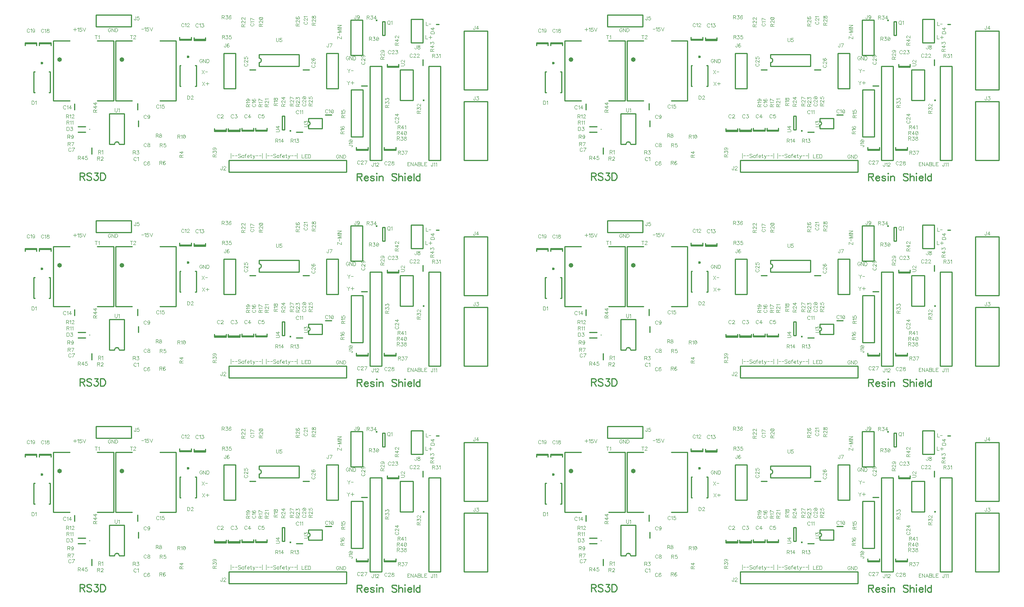
<source format=gbr>
G04 DipTrace 2.4.0.2*
%INTopSilk.gbr*%
%MOIN*%
%ADD10C,0.0098*%
%ADD24C,0.0236*%
%ADD26C,0.0094*%
%ADD31C,0.0154*%
%ADD33O,0.0394X0.0378*%
%ADD80C,0.0046*%
%ADD81C,0.0093*%
%FSLAX44Y44*%
G04*
G70*
G90*
G75*
G01*
%LNTopSilk*%
%LPD*%
X18242Y5059D2*
D10*
X17258D1*
X18242Y4985D2*
X17258D1*
X18242D2*
Y5220D1*
X17258Y4985D2*
Y5220D1*
X19413Y5059D2*
X18429D1*
X19413Y4985D2*
X18429D1*
X19413D2*
Y5220D1*
X18429Y4985D2*
Y5220D1*
X20571Y5065D2*
X19587D1*
X20571Y4990D2*
X19587D1*
X20571D2*
Y5226D1*
X19587Y4990D2*
Y5226D1*
X21722Y5065D2*
X20738D1*
X21722Y4990D2*
X20738D1*
X21722D2*
Y5226D1*
X20738Y4990D2*
Y5226D1*
X6821Y3565D2*
Y3054D1*
X10793Y5370D2*
Y5882D1*
X26701Y6370D2*
X27212D1*
X24748Y4897D2*
X24236D1*
X15277Y12807D2*
X14293D1*
X15277Y12733D2*
X14293D1*
X15277D2*
Y12969D1*
X14293Y12733D2*
Y12969D1*
X16495Y12789D2*
X15511D1*
X16495Y12715D2*
X15511D1*
X16495D2*
Y12951D1*
X15511Y12715D2*
Y12951D1*
X5350Y6803D2*
Y7315D1*
X10705Y6811D2*
Y7323D1*
X2362Y12425D2*
X3346D1*
X2362Y12500D2*
X3346D1*
X2362D2*
Y12264D1*
X3346Y12500D2*
Y12264D1*
X1143Y12429D2*
X2127D1*
X1143Y12504D2*
X2127D1*
X1143D2*
Y12268D1*
X2127Y12504D2*
Y12268D1*
X34981Y11082D2*
Y10571D1*
X32930Y10510D2*
X31945D1*
X32930Y10435D2*
X31945D1*
X32930D2*
Y10671D1*
X31945Y10435D2*
Y10671D1*
X20763Y10213D2*
X20251D1*
X25308Y10212D2*
X24797D1*
X30305Y3445D2*
X29320D1*
X30305Y3371D2*
X29320D1*
X30305D2*
Y3606D1*
X29320Y3371D2*
Y3606D1*
X32680Y3445D2*
X31695D1*
X32680Y3371D2*
X31695D1*
X32680D2*
Y3606D1*
X31695Y3371D2*
Y3606D1*
X30256Y8836D2*
X29744D1*
X3295Y10051D2*
Y8279D1*
X1878Y10051D2*
Y8279D1*
X3295D2*
X3197D1*
X3295Y10051D2*
X3197D1*
X1976Y8279D2*
X1878D1*
X1976Y10051D2*
X1878D1*
D24*
X2587Y10770D3*
X15721Y10587D2*
D10*
Y8815D1*
X14304Y10587D2*
Y8815D1*
X15721D2*
X15623D1*
X15721Y10587D2*
X15623D1*
X14402Y8815D2*
X14304D1*
X14402Y10587D2*
X14304D1*
D24*
X15013Y11305D3*
X6296Y4914D2*
D10*
X5666D1*
X6296Y5386D2*
X5666D1*
D26*
X6666Y5150D3*
X36358Y14077D2*
D10*
X36122D1*
X18500Y2500D2*
X28500D1*
Y1500D1*
X18500D1*
Y2500D1*
X38500D2*
X40500D1*
Y7500D1*
X38500D1*
Y2500D1*
Y8500D2*
X40500D1*
Y13500D1*
X38500D1*
Y8500D1*
X7181Y14874D2*
X10181D1*
Y13874D1*
X7181D1*
Y14874D1*
X18049Y8600D2*
X19049D1*
Y11600D1*
X18049D1*
Y8600D1*
X26784Y8596D2*
X27784D1*
Y11596D1*
X26784D1*
Y8596D1*
X34000Y12500D2*
X35000D1*
Y14500D1*
X34000D1*
Y12500D1*
X28866Y11445D2*
X29866D1*
Y14445D1*
X28866D1*
Y11445D1*
X28878Y4500D2*
X29878D1*
Y8501D1*
X28878D1*
Y4500D1*
X35500Y2500D2*
X36500D1*
Y10500D1*
X35500D1*
Y2500D1*
X30500D2*
X31500D1*
Y10500D1*
X30500D1*
Y2500D1*
D31*
X31054Y14403D3*
X31555Y14311D2*
D10*
Y13130D1*
X31752D1*
Y14311D1*
X31555D1*
X8679Y12673D2*
X7301D1*
D33*
X4085Y11083D3*
X8679Y12673D2*
D10*
Y7555D1*
X3561D2*
Y12673D1*
X4939D1*
X3561Y7555D2*
X4939D1*
X8679D2*
X7301D1*
X13986Y12673D2*
X12608D1*
D33*
X9392Y11083D3*
X13986Y12673D2*
D10*
Y7555D1*
X8868D2*
Y12673D1*
X10246D1*
X8868Y7555D2*
X10246D1*
X13986D2*
X12608D1*
X9594Y3884D2*
Y6482D1*
X8334Y3884D2*
Y6482D1*
X9594D2*
X8334D1*
X9594Y3884D2*
X9161D1*
X8767D2*
X8334D1*
X9161D2*
G03X8767Y3884I-197J0D01*
G01*
D31*
X35052Y7612D3*
X34159Y7601D2*
D10*
Y10200D1*
X33057Y7601D2*
Y10200D1*
X34159D2*
X33057D1*
X34159Y7601D2*
X33057D1*
X25242Y5201D2*
X26423D1*
X25242Y6067D2*
X26423D1*
Y5201D2*
Y6067D1*
X25242Y5201D2*
Y5476D1*
Y5791D2*
Y6067D1*
Y5476D2*
G03X25242Y5791I0J158D01*
G01*
D31*
X23712Y5005D3*
X23211Y5097D2*
D10*
Y6278D1*
X23014D1*
Y5097D1*
X23211D1*
X21059Y10490D2*
X24445D1*
X21059Y11513D2*
X24445D1*
Y10490D2*
Y11513D1*
X21059Y10490D2*
Y10805D1*
Y11198D2*
Y11513D1*
Y10805D2*
G03X21059Y11198I0J197D01*
G01*
X10608Y2708D2*
D80*
X10594Y2736D1*
X10565Y2765D1*
X10537Y2779D1*
X10479D1*
X10451Y2765D1*
X10422Y2736D1*
X10407Y2708D1*
X10393Y2665D1*
Y2593D1*
X10407Y2550D1*
X10422Y2521D1*
X10451Y2493D1*
X10479Y2478D1*
X10537D1*
X10565Y2493D1*
X10594Y2521D1*
X10608Y2550D1*
X10701Y2722D2*
X10730Y2736D1*
X10773Y2779D1*
Y2478D1*
X17711Y6336D2*
X17697Y6365D1*
X17668Y6394D1*
X17639Y6408D1*
X17582D1*
X17553Y6394D1*
X17524Y6365D1*
X17510Y6336D1*
X17496Y6293D1*
Y6221D1*
X17510Y6178D1*
X17524Y6150D1*
X17553Y6121D1*
X17582Y6106D1*
X17639D1*
X17668Y6121D1*
X17697Y6150D1*
X17711Y6178D1*
X17818Y6336D2*
Y6350D1*
X17832Y6379D1*
X17847Y6393D1*
X17875Y6408D1*
X17933D1*
X17961Y6393D1*
X17976Y6379D1*
X17990Y6350D1*
Y6322D1*
X17976Y6293D1*
X17947Y6250D1*
X17803Y6106D1*
X18004D1*
X18882Y6336D2*
X18868Y6365D1*
X18839Y6394D1*
X18810Y6408D1*
X18753D1*
X18724Y6394D1*
X18696Y6365D1*
X18681Y6336D1*
X18667Y6293D1*
Y6221D1*
X18681Y6178D1*
X18696Y6150D1*
X18724Y6121D1*
X18753Y6106D1*
X18810D1*
X18839Y6121D1*
X18868Y6150D1*
X18882Y6178D1*
X19004Y6408D2*
X19161D1*
X19075Y6293D1*
X19118D1*
X19147Y6279D1*
X19161Y6264D1*
X19176Y6221D1*
Y6193D1*
X19161Y6150D1*
X19133Y6121D1*
X19089Y6106D1*
X19046D1*
X19004Y6121D1*
X18989Y6135D1*
X18975Y6164D1*
X20032Y6342D2*
X20018Y6371D1*
X19989Y6399D1*
X19961Y6414D1*
X19903D1*
X19875Y6399D1*
X19846Y6371D1*
X19831Y6342D1*
X19817Y6299D1*
Y6227D1*
X19831Y6184D1*
X19846Y6155D1*
X19875Y6127D1*
X19903Y6112D1*
X19961D1*
X19989Y6127D1*
X20018Y6155D1*
X20032Y6184D1*
X20269Y6112D2*
Y6413D1*
X20125Y6213D1*
X20340D1*
X21191Y6342D2*
X21177Y6371D1*
X21148Y6399D1*
X21119Y6414D1*
X21062D1*
X21033Y6399D1*
X21005Y6371D1*
X20990Y6342D1*
X20976Y6299D1*
Y6227D1*
X20990Y6184D1*
X21005Y6155D1*
X21033Y6127D1*
X21062Y6112D1*
X21119D1*
X21148Y6127D1*
X21177Y6155D1*
X21191Y6184D1*
X21456Y6413D2*
X21313D1*
X21298Y6284D1*
X21313Y6299D1*
X21356Y6313D1*
X21399D1*
X21442Y6299D1*
X21470Y6270D1*
X21485Y6227D1*
Y6199D1*
X21470Y6155D1*
X21442Y6127D1*
X21399Y6112D1*
X21356D1*
X21313Y6127D1*
X21298Y6141D1*
X21284Y6170D1*
X11459Y2325D2*
X11445Y2353D1*
X11416Y2382D1*
X11388Y2396D1*
X11330D1*
X11302Y2382D1*
X11273Y2353D1*
X11258Y2325D1*
X11244Y2282D1*
Y2210D1*
X11258Y2167D1*
X11273Y2138D1*
X11302Y2110D1*
X11330Y2095D1*
X11388D1*
X11416Y2110D1*
X11445Y2138D1*
X11459Y2167D1*
X11724Y2353D2*
X11710Y2382D1*
X11667Y2396D1*
X11638D1*
X11595Y2382D1*
X11566Y2339D1*
X11552Y2267D1*
Y2195D1*
X11566Y2138D1*
X11595Y2109D1*
X11638Y2095D1*
X11653D1*
X11695Y2109D1*
X11724Y2138D1*
X11738Y2181D1*
Y2195D1*
X11724Y2239D1*
X11695Y2267D1*
X11653Y2281D1*
X11638D1*
X11595Y2267D1*
X11566Y2239D1*
X11552Y2195D1*
X5053Y3489D2*
X5039Y3517D1*
X5010Y3546D1*
X4982Y3560D1*
X4924D1*
X4895Y3546D1*
X4867Y3517D1*
X4852Y3489D1*
X4838Y3445D1*
Y3373D1*
X4852Y3331D1*
X4867Y3302D1*
X4895Y3273D1*
X4924Y3259D1*
X4982D1*
X5010Y3273D1*
X5039Y3302D1*
X5053Y3331D1*
X5203Y3259D2*
X5347Y3560D1*
X5146D1*
X11470Y3887D2*
X11455Y3916D1*
X11426Y3945D1*
X11398Y3959D1*
X11341D1*
X11312Y3945D1*
X11283Y3916D1*
X11269Y3887D1*
X11254Y3844D1*
Y3772D1*
X11269Y3730D1*
X11283Y3701D1*
X11312Y3672D1*
X11341Y3658D1*
X11398D1*
X11426Y3672D1*
X11455Y3701D1*
X11470Y3730D1*
X11634Y3959D2*
X11591Y3944D1*
X11576Y3916D1*
Y3887D1*
X11591Y3859D1*
X11620Y3844D1*
X11677Y3830D1*
X11720Y3815D1*
X11749Y3787D1*
X11763Y3758D1*
Y3715D1*
X11749Y3686D1*
X11734Y3672D1*
X11691Y3658D1*
X11634D1*
X11591Y3672D1*
X11576Y3686D1*
X11562Y3715D1*
Y3758D1*
X11576Y3787D1*
X11605Y3815D1*
X11648Y3830D1*
X11705Y3844D1*
X11734Y3859D1*
X11749Y3887D1*
Y3916D1*
X11734Y3944D1*
X11691Y3959D1*
X11634D1*
X11470Y6289D2*
X11456Y6317D1*
X11427Y6346D1*
X11398Y6361D1*
X11341D1*
X11312Y6346D1*
X11283Y6317D1*
X11269Y6289D1*
X11255Y6246D1*
Y6174D1*
X11269Y6131D1*
X11283Y6102D1*
X11312Y6074D1*
X11341Y6059D1*
X11398D1*
X11427Y6074D1*
X11456Y6102D1*
X11470Y6131D1*
X11749Y6260D2*
X11735Y6217D1*
X11706Y6188D1*
X11663Y6174D1*
X11649D1*
X11606Y6188D1*
X11577Y6217D1*
X11562Y6260D1*
Y6274D1*
X11577Y6317D1*
X11606Y6346D1*
X11649Y6360D1*
X11663D1*
X11706Y6346D1*
X11735Y6317D1*
X11749Y6260D1*
Y6188D1*
X11735Y6117D1*
X11706Y6073D1*
X11663Y6059D1*
X11634D1*
X11591Y6073D1*
X11577Y6102D1*
X26904Y6760D2*
X26889Y6789D1*
X26861Y6817D1*
X26832Y6832D1*
X26775D1*
X26746Y6817D1*
X26717Y6789D1*
X26703Y6760D1*
X26688Y6717D1*
Y6645D1*
X26703Y6602D1*
X26717Y6573D1*
X26746Y6545D1*
X26775Y6530D1*
X26832D1*
X26861Y6545D1*
X26889Y6573D1*
X26904Y6602D1*
X26996Y6774D2*
X27025Y6789D1*
X27068Y6831D1*
Y6530D1*
X27247Y6831D2*
X27204Y6817D1*
X27175Y6774D1*
X27161Y6702D1*
Y6659D1*
X27175Y6588D1*
X27204Y6545D1*
X27247Y6530D1*
X27276D1*
X27319Y6545D1*
X27347Y6588D1*
X27362Y6659D1*
Y6702D1*
X27347Y6774D1*
X27319Y6817D1*
X27276Y6831D1*
X27247D1*
X27347Y6774D2*
X27175Y6588D1*
X24414Y6690D2*
X24399Y6718D1*
X24370Y6747D1*
X24342Y6761D1*
X24285D1*
X24256Y6747D1*
X24227Y6718D1*
X24213Y6690D1*
X24198Y6646D1*
Y6574D1*
X24213Y6532D1*
X24227Y6503D1*
X24256Y6474D1*
X24285Y6460D1*
X24342D1*
X24370Y6474D1*
X24399Y6503D1*
X24414Y6532D1*
X24506Y6703D2*
X24535Y6718D1*
X24578Y6761D1*
Y6460D1*
X24671Y6703D2*
X24700Y6718D1*
X24743Y6761D1*
Y6460D1*
X14664Y14085D2*
X14649Y14113D1*
X14621Y14142D1*
X14592Y14156D1*
X14535D1*
X14506Y14142D1*
X14477Y14113D1*
X14463Y14085D1*
X14449Y14041D1*
Y13970D1*
X14463Y13927D1*
X14477Y13898D1*
X14506Y13869D1*
X14535Y13855D1*
X14592D1*
X14621Y13869D1*
X14649Y13898D1*
X14664Y13927D1*
X14756Y14099D2*
X14785Y14113D1*
X14828Y14156D1*
Y13855D1*
X14936Y14084D2*
Y14099D1*
X14950Y14127D1*
X14964Y14142D1*
X14993Y14156D1*
X15050D1*
X15079Y14142D1*
X15093Y14127D1*
X15108Y14099D1*
Y14070D1*
X15093Y14041D1*
X15065Y13998D1*
X14921Y13855D1*
X15122D1*
X15882Y14067D2*
X15867Y14095D1*
X15839Y14124D1*
X15810Y14138D1*
X15753D1*
X15724Y14124D1*
X15695Y14095D1*
X15681Y14067D1*
X15666Y14024D1*
Y13952D1*
X15681Y13909D1*
X15695Y13880D1*
X15724Y13851D1*
X15753Y13837D1*
X15810D1*
X15839Y13851D1*
X15867Y13880D1*
X15882Y13909D1*
X15974Y14081D2*
X16003Y14095D1*
X16046Y14138D1*
Y13837D1*
X16168Y14138D2*
X16325D1*
X16239Y14023D1*
X16282D1*
X16311Y14009D1*
X16325Y13995D1*
X16340Y13952D1*
Y13923D1*
X16325Y13880D1*
X16297Y13851D1*
X16254Y13837D1*
X16211D1*
X16168Y13851D1*
X16153Y13866D1*
X16139Y13894D1*
X4616Y7100D2*
X4602Y7128D1*
X4573Y7157D1*
X4545Y7171D1*
X4487D1*
X4459Y7157D1*
X4430Y7128D1*
X4415Y7100D1*
X4401Y7057D1*
Y6985D1*
X4415Y6942D1*
X4430Y6913D1*
X4459Y6884D1*
X4487Y6870D1*
X4545D1*
X4573Y6884D1*
X4602Y6913D1*
X4616Y6942D1*
X4709Y7114D2*
X4738Y7128D1*
X4781Y7171D1*
Y6870D1*
X5017D2*
Y7171D1*
X4874Y6970D1*
X5089D1*
X12533Y7169D2*
X12519Y7198D1*
X12490Y7227D1*
X12462Y7241D1*
X12404D1*
X12376Y7227D1*
X12347Y7198D1*
X12332Y7169D1*
X12318Y7126D1*
Y7054D1*
X12332Y7011D1*
X12347Y6983D1*
X12376Y6954D1*
X12404Y6939D1*
X12462D1*
X12490Y6954D1*
X12519Y6983D1*
X12533Y7011D1*
X12626Y7183D2*
X12655Y7198D1*
X12698Y7241D1*
Y6939D1*
X12963Y7241D2*
X12819D1*
X12805Y7112D1*
X12819Y7126D1*
X12863Y7140D1*
X12905D1*
X12948Y7126D1*
X12977Y7097D1*
X12992Y7054D1*
Y7026D1*
X12977Y6983D1*
X12948Y6954D1*
X12905Y6939D1*
X12863D1*
X12819Y6954D1*
X12805Y6968D1*
X12791Y6997D1*
X20534Y7284D2*
X20505Y7270D1*
X20476Y7241D1*
X20462Y7212D1*
Y7155D1*
X20476Y7126D1*
X20505Y7097D1*
X20534Y7083D1*
X20577Y7069D1*
X20649D1*
X20692Y7083D1*
X20720Y7097D1*
X20749Y7126D1*
X20763Y7155D1*
Y7212D1*
X20749Y7241D1*
X20720Y7270D1*
X20692Y7284D1*
X20520Y7377D2*
X20505Y7405D1*
X20462Y7448D1*
X20763D1*
X20505Y7713D2*
X20477Y7699D1*
X20462Y7656D1*
Y7627D1*
X20477Y7584D1*
X20520Y7555D1*
X20591Y7541D1*
X20663D1*
X20720Y7555D1*
X20749Y7584D1*
X20763Y7627D1*
Y7642D1*
X20749Y7684D1*
X20720Y7713D1*
X20677Y7727D1*
X20663D1*
X20620Y7713D1*
X20591Y7684D1*
X20577Y7642D1*
Y7627D1*
X20591Y7584D1*
X20620Y7555D1*
X20663Y7541D1*
X20375Y14152D2*
X20347Y14138D1*
X20318Y14109D1*
X20304Y14080D1*
Y14023D1*
X20318Y13994D1*
X20347Y13966D1*
X20375Y13951D1*
X20418Y13937D1*
X20490D1*
X20533Y13951D1*
X20562Y13966D1*
X20590Y13994D1*
X20605Y14023D1*
Y14080D1*
X20590Y14109D1*
X20562Y14138D1*
X20533Y14152D1*
X20361Y14245D2*
X20347Y14274D1*
X20304Y14317D1*
X20605D1*
Y14467D2*
X20304Y14610D1*
Y14409D1*
X2733Y13616D2*
X2719Y13644D1*
X2690Y13673D1*
X2661Y13687D1*
X2604D1*
X2575Y13673D1*
X2547Y13644D1*
X2532Y13616D1*
X2518Y13573D1*
Y13501D1*
X2532Y13458D1*
X2547Y13429D1*
X2575Y13401D1*
X2604Y13386D1*
X2661D1*
X2690Y13401D1*
X2719Y13429D1*
X2733Y13458D1*
X2826Y13630D2*
X2854Y13644D1*
X2898Y13687D1*
Y13386D1*
X3062Y13687D2*
X3019Y13673D1*
X3005Y13644D1*
Y13615D1*
X3019Y13587D1*
X3048Y13572D1*
X3105Y13558D1*
X3148Y13544D1*
X3177Y13515D1*
X3191Y13486D1*
Y13443D1*
X3177Y13415D1*
X3162Y13400D1*
X3119Y13386D1*
X3062D1*
X3019Y13400D1*
X3005Y13415D1*
X2990Y13443D1*
Y13486D1*
X3005Y13515D1*
X3033Y13544D1*
X3076Y13558D1*
X3134Y13572D1*
X3162Y13587D1*
X3177Y13615D1*
Y13644D1*
X3162Y13673D1*
X3119Y13687D1*
X3062D1*
X1520Y13620D2*
X1506Y13648D1*
X1477Y13677D1*
X1449Y13692D1*
X1391D1*
X1362Y13677D1*
X1334Y13648D1*
X1319Y13620D1*
X1305Y13577D1*
Y13505D1*
X1319Y13462D1*
X1334Y13433D1*
X1362Y13405D1*
X1391Y13390D1*
X1449D1*
X1477Y13405D1*
X1506Y13433D1*
X1520Y13462D1*
X1613Y13634D2*
X1642Y13648D1*
X1685Y13691D1*
Y13390D1*
X1964Y13591D2*
X1950Y13548D1*
X1921Y13519D1*
X1878Y13505D1*
X1864D1*
X1821Y13519D1*
X1792Y13548D1*
X1778Y13591D1*
Y13605D1*
X1792Y13648D1*
X1821Y13677D1*
X1864Y13691D1*
X1878D1*
X1921Y13677D1*
X1950Y13648D1*
X1964Y13591D1*
Y13519D1*
X1950Y13447D1*
X1921Y13404D1*
X1878Y13390D1*
X1850D1*
X1806Y13404D1*
X1792Y13433D1*
X24804Y7337D2*
X24776Y7323D1*
X24747Y7294D1*
X24733Y7265D1*
Y7208D1*
X24747Y7179D1*
X24776Y7151D1*
X24804Y7136D1*
X24847Y7122D1*
X24919D1*
X24962Y7136D1*
X24991Y7151D1*
X25020Y7179D1*
X25034Y7208D1*
Y7265D1*
X25020Y7294D1*
X24991Y7323D1*
X24962Y7337D1*
X24805Y7444D2*
X24790D1*
X24762Y7459D1*
X24747Y7473D1*
X24733Y7502D1*
Y7559D1*
X24747Y7588D1*
X24762Y7602D1*
X24790Y7616D1*
X24819D1*
X24848Y7602D1*
X24891Y7573D1*
X25034Y7430D1*
Y7631D1*
X24733Y7810D2*
X24747Y7766D1*
X24790Y7738D1*
X24862Y7723D1*
X24905D1*
X24977Y7738D1*
X25020Y7766D1*
X25034Y7810D1*
Y7838D1*
X25020Y7881D1*
X24977Y7910D1*
X24905Y7924D1*
X24862D1*
X24790Y7910D1*
X24747Y7881D1*
X24733Y7838D1*
Y7810D1*
X24790Y7910D2*
X24977Y7738D1*
X24938Y14295D2*
X24910Y14281D1*
X24881Y14252D1*
X24866Y14224D1*
Y14166D1*
X24881Y14138D1*
X24910Y14109D1*
X24938Y14094D1*
X24981Y14080D1*
X25053D1*
X25096Y14094D1*
X25125Y14109D1*
X25153Y14138D1*
X25168Y14166D1*
Y14224D1*
X25153Y14252D1*
X25125Y14281D1*
X25096Y14295D1*
X24938Y14403D2*
X24924D1*
X24895Y14417D1*
X24881Y14431D1*
X24867Y14460D1*
Y14517D1*
X24881Y14546D1*
X24895Y14560D1*
X24924Y14575D1*
X24953D1*
X24982Y14560D1*
X25024Y14532D1*
X25168Y14388D1*
Y14589D1*
X24924Y14682D2*
X24910Y14710D1*
X24867Y14754D1*
X25168D1*
X34086Y11490D2*
X34072Y11518D1*
X34043Y11547D1*
X34014Y11561D1*
X33957D1*
X33928Y11547D1*
X33899Y11518D1*
X33885Y11490D1*
X33871Y11447D1*
Y11375D1*
X33885Y11332D1*
X33899Y11303D1*
X33928Y11275D1*
X33957Y11260D1*
X34014D1*
X34043Y11275D1*
X34072Y11303D1*
X34086Y11332D1*
X34193Y11489D2*
Y11504D1*
X34207Y11533D1*
X34222Y11547D1*
X34250Y11561D1*
X34308D1*
X34336Y11547D1*
X34351Y11533D1*
X34365Y11504D1*
Y11475D1*
X34351Y11446D1*
X34322Y11404D1*
X34178Y11260D1*
X34379D1*
X34487Y11489D2*
Y11504D1*
X34501Y11533D1*
X34515Y11547D1*
X34544Y11561D1*
X34601D1*
X34630Y11547D1*
X34644Y11533D1*
X34659Y11504D1*
Y11475D1*
X34644Y11446D1*
X34616Y11404D1*
X34472Y11260D1*
X34673D1*
X32252Y11787D2*
X32237Y11815D1*
X32209Y11844D1*
X32180Y11859D1*
X32123D1*
X32094Y11844D1*
X32065Y11815D1*
X32051Y11787D1*
X32036Y11744D1*
Y11672D1*
X32051Y11629D1*
X32065Y11600D1*
X32094Y11572D1*
X32123Y11557D1*
X32180D1*
X32209Y11572D1*
X32237Y11600D1*
X32252Y11629D1*
X32359Y11787D2*
Y11801D1*
X32373Y11830D1*
X32387Y11844D1*
X32416Y11858D1*
X32474D1*
X32502Y11844D1*
X32516Y11830D1*
X32531Y11801D1*
Y11772D1*
X32516Y11744D1*
X32488Y11701D1*
X32344Y11557D1*
X32545D1*
X32667Y11858D2*
X32824D1*
X32738Y11744D1*
X32781D1*
X32810Y11729D1*
X32824Y11715D1*
X32839Y11672D1*
Y11643D1*
X32824Y11600D1*
X32796Y11571D1*
X32753Y11557D1*
X32709D1*
X32667Y11571D1*
X32652Y11586D1*
X32638Y11615D1*
X32686Y5883D2*
X32657Y5868D1*
X32629Y5839D1*
X32614Y5811D1*
Y5754D1*
X32629Y5725D1*
X32657Y5696D1*
X32686Y5682D1*
X32729Y5667D1*
X32801D1*
X32844Y5682D1*
X32873Y5696D1*
X32901Y5725D1*
X32916Y5754D1*
Y5811D1*
X32901Y5839D1*
X32873Y5868D1*
X32844Y5883D1*
X32686Y5990D2*
X32672D1*
X32643Y6004D1*
X32629Y6018D1*
X32615Y6047D1*
Y6105D1*
X32629Y6133D1*
X32643Y6147D1*
X32672Y6162D1*
X32701D1*
X32729Y6147D1*
X32772Y6119D1*
X32916Y5975D1*
Y6176D1*
Y6412D2*
X32615D1*
X32815Y6269D1*
Y6484D1*
X19844Y10735D2*
X19816Y10721D1*
X19787Y10692D1*
X19772Y10664D1*
Y10606D1*
X19787Y10577D1*
X19816Y10549D1*
X19844Y10534D1*
X19887Y10520D1*
X19959D1*
X20002Y10534D1*
X20031Y10549D1*
X20059Y10577D1*
X20074Y10606D1*
Y10664D1*
X20059Y10692D1*
X20031Y10721D1*
X20002Y10735D1*
X19844Y10843D2*
X19830D1*
X19801Y10857D1*
X19787Y10871D1*
X19773Y10900D1*
Y10957D1*
X19787Y10986D1*
X19801Y11000D1*
X19830Y11015D1*
X19859D1*
X19888Y11000D1*
X19930Y10972D1*
X20074Y10828D1*
Y11029D1*
X19773Y11294D2*
Y11150D1*
X19902Y11136D1*
X19888Y11150D1*
X19873Y11193D1*
Y11236D1*
X19888Y11279D1*
X19916Y11308D1*
X19959Y11322D1*
X19988D1*
X20031Y11308D1*
X20060Y11279D1*
X20074Y11236D1*
Y11193D1*
X20060Y11150D1*
X20045Y11136D1*
X20017Y11122D1*
X25582Y10624D2*
X25554Y10610D1*
X25525Y10581D1*
X25511Y10553D1*
Y10495D1*
X25525Y10467D1*
X25554Y10438D1*
X25582Y10423D1*
X25625Y10409D1*
X25697D1*
X25740Y10423D1*
X25769Y10438D1*
X25798Y10467D1*
X25812Y10495D1*
Y10553D1*
X25798Y10581D1*
X25769Y10610D1*
X25740Y10624D1*
X25583Y10732D2*
X25568D1*
X25540Y10746D1*
X25525Y10760D1*
X25511Y10789D1*
Y10846D1*
X25525Y10875D1*
X25540Y10889D1*
X25568Y10904D1*
X25597D1*
X25626Y10889D1*
X25669Y10861D1*
X25812Y10717D1*
Y10918D1*
X25554Y11183D2*
X25525Y11169D1*
X25511Y11125D1*
Y11097D1*
X25525Y11054D1*
X25568Y11025D1*
X25640Y11011D1*
X25712D1*
X25769Y11025D1*
X25798Y11054D1*
X25812Y11097D1*
Y11111D1*
X25798Y11154D1*
X25769Y11183D1*
X25726Y11197D1*
X25712D1*
X25669Y11183D1*
X25640Y11154D1*
X25626Y11111D1*
Y11097D1*
X25640Y11054D1*
X25669Y11025D1*
X25712Y11011D1*
X29627Y2410D2*
X29612Y2438D1*
X29583Y2467D1*
X29555Y2481D1*
X29498D1*
X29469Y2467D1*
X29440Y2438D1*
X29426Y2410D1*
X29411Y2367D1*
Y2295D1*
X29426Y2252D1*
X29440Y2223D1*
X29469Y2195D1*
X29498Y2180D1*
X29555D1*
X29583Y2195D1*
X29612Y2223D1*
X29627Y2252D1*
X29734Y2409D2*
Y2424D1*
X29748Y2453D1*
X29762Y2467D1*
X29791Y2481D1*
X29848D1*
X29877Y2467D1*
X29891Y2453D1*
X29906Y2424D1*
Y2395D1*
X29891Y2366D1*
X29863Y2324D1*
X29719Y2180D1*
X29920D1*
X30070D2*
X30214Y2481D1*
X30013D1*
X31939Y2347D2*
X31925Y2376D1*
X31896Y2405D1*
X31868Y2419D1*
X31810D1*
X31781Y2405D1*
X31753Y2376D1*
X31738Y2347D1*
X31724Y2304D1*
Y2232D1*
X31738Y2189D1*
X31753Y2161D1*
X31781Y2132D1*
X31810Y2117D1*
X31868D1*
X31896Y2132D1*
X31925Y2161D1*
X31939Y2189D1*
X32046Y2347D2*
Y2361D1*
X32061Y2390D1*
X32075Y2404D1*
X32104Y2419D1*
X32161D1*
X32190Y2404D1*
X32204Y2390D1*
X32219Y2361D1*
Y2333D1*
X32204Y2304D1*
X32175Y2261D1*
X32032Y2117D1*
X32233D1*
X32397Y2419D2*
X32354Y2404D1*
X32340Y2376D1*
Y2347D1*
X32354Y2318D1*
X32383Y2304D1*
X32440Y2290D1*
X32483Y2275D1*
X32512Y2246D1*
X32526Y2218D1*
Y2175D1*
X32512Y2146D1*
X32498Y2132D1*
X32454Y2117D1*
X32397D1*
X32354Y2132D1*
X32340Y2146D1*
X32325Y2175D1*
Y2218D1*
X32340Y2246D1*
X32369Y2275D1*
X32411Y2290D1*
X32469Y2304D1*
X32498Y2318D1*
X32512Y2347D1*
Y2376D1*
X32498Y2404D1*
X32454Y2419D1*
X32397D1*
X29819Y10890D2*
X29790Y10875D1*
X29762Y10847D1*
X29747Y10818D1*
Y10761D1*
X29762Y10732D1*
X29790Y10703D1*
X29819Y10689D1*
X29862Y10674D1*
X29934D1*
X29977Y10689D1*
X30006Y10703D1*
X30034Y10732D1*
X30049Y10761D1*
Y10818D1*
X30034Y10847D1*
X30006Y10875D1*
X29977Y10890D1*
X29819Y10997D2*
X29805D1*
X29776Y11011D1*
X29762Y11025D1*
X29748Y11054D1*
Y11112D1*
X29762Y11140D1*
X29776Y11154D1*
X29805Y11169D1*
X29834D1*
X29862Y11154D1*
X29905Y11126D1*
X30049Y10982D1*
Y11183D1*
X29848Y11463D2*
X29891Y11448D1*
X29920Y11419D1*
X29934Y11376D1*
Y11362D1*
X29920Y11319D1*
X29891Y11290D1*
X29848Y11276D1*
X29834D1*
X29790Y11290D1*
X29762Y11319D1*
X29748Y11362D1*
Y11376D1*
X29762Y11419D1*
X29790Y11448D1*
X29848Y11463D1*
X29920D1*
X29991Y11448D1*
X30035Y11419D1*
X30049Y11376D1*
Y11348D1*
X30035Y11305D1*
X30006Y11290D1*
X1729Y7558D2*
Y7256D1*
X1830D1*
X1873Y7271D1*
X1902Y7299D1*
X1916Y7328D1*
X1930Y7371D1*
Y7443D1*
X1916Y7486D1*
X1902Y7515D1*
X1873Y7543D1*
X1830Y7558D1*
X1729D1*
X2023Y7500D2*
X2052Y7515D1*
X2095Y7557D1*
Y7256D1*
X14950Y7998D2*
Y7697D1*
X15050D1*
X15093Y7712D1*
X15122Y7740D1*
X15136Y7769D1*
X15151Y7812D1*
Y7884D1*
X15136Y7927D1*
X15122Y7955D1*
X15093Y7984D1*
X15050Y7998D1*
X14950D1*
X15258Y7926D2*
Y7941D1*
X15272Y7970D1*
X15286Y7984D1*
X15315Y7998D1*
X15373D1*
X15401Y7984D1*
X15415Y7970D1*
X15430Y7941D1*
Y7912D1*
X15415Y7883D1*
X15387Y7841D1*
X15243Y7697D1*
X15444D1*
X4701Y5341D2*
Y5040D1*
X4801D1*
X4844Y5054D1*
X4873Y5083D1*
X4887Y5112D1*
X4902Y5154D1*
Y5226D1*
X4887Y5270D1*
X4873Y5298D1*
X4844Y5327D1*
X4801Y5341D1*
X4701D1*
X5023D2*
X5181D1*
X5095Y5226D1*
X5138D1*
X5166Y5212D1*
X5181Y5198D1*
X5195Y5154D1*
Y5126D1*
X5181Y5083D1*
X5152Y5054D1*
X5109Y5040D1*
X5066D1*
X5023Y5054D1*
X5009Y5069D1*
X4994Y5097D1*
X35643Y13285D2*
X35945D1*
Y13385D1*
X35930Y13429D1*
X35902Y13457D1*
X35873Y13472D1*
X35830Y13486D1*
X35758D1*
X35715Y13472D1*
X35686Y13457D1*
X35658Y13429D1*
X35643Y13385D1*
Y13285D1*
X35945Y13722D2*
X35644D1*
X35844Y13579D1*
Y13794D1*
X17925Y1989D2*
Y1759D1*
X17911Y1716D1*
X17896Y1702D1*
X17868Y1687D1*
X17839D1*
X17810Y1702D1*
X17796Y1716D1*
X17781Y1759D1*
Y1788D1*
X18032Y1917D2*
Y1931D1*
X18046Y1960D1*
X18061Y1974D1*
X18090Y1988D1*
X18147D1*
X18175Y1974D1*
X18190Y1960D1*
X18204Y1931D1*
Y1902D1*
X18190Y1873D1*
X18161Y1831D1*
X18018Y1687D1*
X18219D1*
X39425Y7939D2*
Y7710D1*
X39411Y7667D1*
X39396Y7652D1*
X39368Y7638D1*
X39339D1*
X39310Y7652D1*
X39296Y7667D1*
X39281Y7710D1*
Y7738D1*
X39546Y7939D2*
X39704D1*
X39618Y7824D1*
X39661D1*
X39690Y7810D1*
X39704Y7796D1*
X39719Y7753D1*
Y7724D1*
X39704Y7681D1*
X39675Y7652D1*
X39632Y7638D1*
X39589D1*
X39546Y7652D1*
X39532Y7667D1*
X39518Y7695D1*
X39418Y13939D2*
Y13710D1*
X39404Y13667D1*
X39389Y13652D1*
X39360Y13638D1*
X39332D1*
X39303Y13652D1*
X39289Y13667D1*
X39274Y13710D1*
Y13738D1*
X39654Y13638D2*
Y13939D1*
X39511Y13738D1*
X39726D1*
X10562Y14752D2*
Y14523D1*
X10548Y14480D1*
X10533Y14465D1*
X10504Y14451D1*
X10476D1*
X10447Y14465D1*
X10433Y14480D1*
X10418Y14523D1*
Y14551D1*
X10827Y14752D2*
X10683D1*
X10669Y14623D1*
X10683Y14637D1*
X10726Y14652D1*
X10769D1*
X10812Y14637D1*
X10841Y14609D1*
X10855Y14566D1*
Y14537D1*
X10841Y14494D1*
X10812Y14465D1*
X10769Y14451D1*
X10726D1*
X10683Y14465D1*
X10669Y14480D1*
X10654Y14508D1*
X18231Y12433D2*
Y12203D1*
X18217Y12160D1*
X18202Y12146D1*
X18174Y12131D1*
X18145D1*
X18116Y12146D1*
X18102Y12160D1*
X18087Y12203D1*
Y12232D1*
X18496Y12390D2*
X18481Y12418D1*
X18438Y12433D1*
X18410D1*
X18367Y12418D1*
X18338Y12375D1*
X18324Y12304D1*
Y12232D1*
X18338Y12175D1*
X18367Y12146D1*
X18410Y12131D1*
X18424D1*
X18467Y12146D1*
X18496Y12175D1*
X18510Y12218D1*
Y12232D1*
X18496Y12275D1*
X18467Y12304D1*
X18424Y12318D1*
X18410D1*
X18367Y12304D1*
X18338Y12275D1*
X18324Y12232D1*
X26959Y12429D2*
Y12200D1*
X26944Y12156D1*
X26930Y12142D1*
X26901Y12128D1*
X26873D1*
X26844Y12142D1*
X26830Y12156D1*
X26815Y12200D1*
Y12228D1*
X27109Y12128D2*
X27252Y12429D1*
X27051D1*
X34443Y12277D2*
Y12048D1*
X34429Y12005D1*
X34415Y11991D1*
X34386Y11976D1*
X34357D1*
X34329Y11991D1*
X34314Y12005D1*
X34300Y12048D1*
Y12076D1*
X34608Y12277D2*
X34565Y12263D1*
X34550Y12234D1*
Y12205D1*
X34565Y12177D1*
X34593Y12162D1*
X34651Y12148D1*
X34694Y12134D1*
X34722Y12105D1*
X34737Y12076D1*
Y12033D1*
X34722Y12005D1*
X34708Y11990D1*
X34665Y11976D1*
X34608D1*
X34565Y11990D1*
X34550Y12005D1*
X34536Y12033D1*
Y12076D1*
X34550Y12105D1*
X34579Y12134D1*
X34622Y12148D1*
X34679Y12162D1*
X34708Y12177D1*
X34722Y12205D1*
Y12234D1*
X34708Y12263D1*
X34665Y12277D1*
X34608D1*
X29298Y14840D2*
Y14611D1*
X29284Y14568D1*
X29269Y14554D1*
X29241Y14539D1*
X29212D1*
X29184Y14554D1*
X29169Y14568D1*
X29155Y14611D1*
Y14639D1*
X29578Y14740D2*
X29563Y14697D1*
X29535Y14668D1*
X29491Y14654D1*
X29477D1*
X29434Y14668D1*
X29406Y14697D1*
X29391Y14740D1*
Y14754D1*
X29406Y14797D1*
X29434Y14826D1*
X29477Y14840D1*
X29491D1*
X29535Y14826D1*
X29563Y14797D1*
X29578Y14740D1*
Y14668D1*
X29563Y14596D1*
X29535Y14553D1*
X29491Y14539D1*
X29463D1*
X29420Y14553D1*
X29406Y14582D1*
X28696Y3801D2*
X28925D1*
X28968Y3787D1*
X28982Y3772D1*
X28997Y3744D1*
Y3715D1*
X28982Y3686D1*
X28968Y3672D1*
X28925Y3657D1*
X28897D1*
X28753Y3894D2*
X28739Y3923D1*
X28696Y3966D1*
X28997D1*
X28696Y4145D2*
X28710Y4101D1*
X28753Y4073D1*
X28825Y4058D1*
X28868D1*
X28940Y4073D1*
X28983Y4101D1*
X28997Y4145D1*
Y4173D1*
X28983Y4216D1*
X28940Y4245D1*
X28868Y4259D1*
X28825D1*
X28753Y4245D1*
X28710Y4216D1*
X28696Y4173D1*
Y4145D1*
X28753Y4245D2*
X28940Y4073D1*
X35820Y2316D2*
Y2086D1*
X35806Y2043D1*
X35791Y2029D1*
X35763Y2014D1*
X35734D1*
X35705Y2029D1*
X35691Y2043D1*
X35676Y2086D1*
Y2115D1*
X35913Y2258D2*
X35942Y2273D1*
X35985Y2315D1*
Y2014D1*
X36077Y2258D2*
X36106Y2273D1*
X36149Y2315D1*
Y2014D1*
X30777Y2295D2*
Y2065D1*
X30763Y2022D1*
X30748Y2008D1*
X30719Y1993D1*
X30691D1*
X30662Y2008D1*
X30648Y2022D1*
X30633Y2065D1*
Y2094D1*
X30869Y2237D2*
X30898Y2252D1*
X30941Y2295D1*
Y1993D1*
X31049Y2223D2*
Y2237D1*
X31063Y2266D1*
X31077Y2280D1*
X31106Y2295D1*
X31163D1*
X31192Y2280D1*
X31206Y2266D1*
X31221Y2237D1*
Y2209D1*
X31206Y2180D1*
X31178Y2137D1*
X31034Y1993D1*
X31235D1*
X32055Y14370D2*
X32027Y14356D1*
X31998Y14327D1*
X31983Y14298D1*
X31969Y14255D1*
Y14183D1*
X31983Y14140D1*
X31998Y14112D1*
X32027Y14083D1*
X32055Y14068D1*
X32112D1*
X32141Y14083D1*
X32170Y14112D1*
X32184Y14140D1*
X32199Y14183D1*
Y14255D1*
X32184Y14298D1*
X32170Y14327D1*
X32141Y14356D1*
X32112Y14370D1*
X32055D1*
X32098Y14126D2*
X32184Y14040D1*
X32291Y14312D2*
X32320Y14326D1*
X32363Y14369D1*
Y14068D1*
X7394Y3211D2*
X7523D1*
X7567Y3226D1*
X7581Y3240D1*
X7595Y3269D1*
Y3298D1*
X7581Y3326D1*
X7567Y3341D1*
X7523Y3355D1*
X7394D1*
Y3054D1*
X7495Y3211D2*
X7595Y3054D1*
X7688Y3297D2*
X7717Y3312D1*
X7760Y3355D1*
Y3054D1*
X7302Y2660D2*
X7431D1*
X7474Y2674D1*
X7489Y2689D1*
X7503Y2717D1*
Y2746D1*
X7489Y2774D1*
X7474Y2789D1*
X7431Y2803D1*
X7302D1*
Y2502D1*
X7402Y2660D2*
X7503Y2502D1*
X7610Y2731D2*
Y2746D1*
X7624Y2774D1*
X7639Y2789D1*
X7667Y2803D1*
X7725D1*
X7753Y2789D1*
X7768Y2774D1*
X7782Y2746D1*
Y2717D1*
X7768Y2688D1*
X7739Y2645D1*
X7595Y2502D1*
X7796D1*
X10336Y3182D2*
X10465D1*
X10508Y3196D1*
X10523Y3211D1*
X10537Y3239D1*
Y3268D1*
X10523Y3296D1*
X10508Y3311D1*
X10465Y3325D1*
X10336D1*
Y3024D1*
X10437Y3182D2*
X10537Y3024D1*
X10659Y3325D2*
X10816D1*
X10730Y3210D1*
X10773D1*
X10802Y3196D1*
X10816Y3182D1*
X10831Y3139D1*
Y3110D1*
X10816Y3067D1*
X10788Y3038D1*
X10744Y3024D1*
X10701D1*
X10659Y3038D1*
X10644Y3053D1*
X10630Y3081D1*
X14432Y2768D2*
Y2897D1*
X14417Y2940D1*
X14403Y2954D1*
X14374Y2969D1*
X14345D1*
X14317Y2954D1*
X14302Y2940D1*
X14288Y2897D1*
Y2768D1*
X14589D1*
X14432Y2868D2*
X14589Y2969D1*
Y3205D2*
X14288D1*
X14489Y3061D1*
Y3276D1*
X12630Y3799D2*
X12759D1*
X12802Y3814D1*
X12816Y3828D1*
X12831Y3856D1*
Y3885D1*
X12816Y3914D1*
X12802Y3928D1*
X12759Y3943D1*
X12630D1*
Y3641D1*
X12730Y3799D2*
X12831Y3641D1*
X13095Y3942D2*
X12952D1*
X12938Y3813D1*
X12952Y3827D1*
X12995Y3842D1*
X13038D1*
X13081Y3827D1*
X13110Y3799D1*
X13124Y3756D1*
Y3727D1*
X13110Y3684D1*
X13081Y3655D1*
X13038Y3641D1*
X12995D1*
X12952Y3655D1*
X12938Y3670D1*
X12923Y3698D1*
X12600Y2297D2*
X12729D1*
X12772Y2311D1*
X12786Y2326D1*
X12801Y2354D1*
Y2383D1*
X12786Y2412D1*
X12772Y2426D1*
X12729Y2440D1*
X12600D1*
Y2139D1*
X12700Y2297D2*
X12801Y2139D1*
X13065Y2397D2*
X13051Y2426D1*
X13008Y2440D1*
X12979D1*
X12936Y2426D1*
X12907Y2383D1*
X12893Y2311D1*
Y2239D1*
X12907Y2182D1*
X12936Y2153D1*
X12979Y2139D1*
X12994D1*
X13036Y2153D1*
X13065Y2182D1*
X13080Y2225D1*
Y2239D1*
X13065Y2283D1*
X13036Y2311D1*
X12994Y2325D1*
X12979D1*
X12936Y2311D1*
X12907Y2283D1*
X12893Y2239D1*
X4801Y3900D2*
X4930D1*
X4973Y3914D1*
X4987Y3928D1*
X5002Y3957D1*
Y3986D1*
X4987Y4014D1*
X4973Y4029D1*
X4930Y4043D1*
X4801D1*
Y3742D1*
X4901Y3900D2*
X5002Y3742D1*
X5152D2*
X5295Y4043D1*
X5094D1*
X12270Y4617D2*
X12399D1*
X12442Y4631D1*
X12457Y4646D1*
X12471Y4674D1*
Y4703D1*
X12457Y4731D1*
X12442Y4746D1*
X12399Y4760D1*
X12270D1*
Y4459D1*
X12371Y4617D2*
X12471Y4459D1*
X12636Y4760D2*
X12593Y4746D1*
X12578Y4717D1*
Y4688D1*
X12593Y4660D1*
X12621Y4645D1*
X12679Y4631D1*
X12722Y4617D1*
X12750Y4588D1*
X12765Y4559D1*
Y4516D1*
X12750Y4488D1*
X12736Y4473D1*
X12693Y4459D1*
X12636D1*
X12593Y4473D1*
X12578Y4488D1*
X12564Y4516D1*
Y4559D1*
X12578Y4588D1*
X12607Y4617D1*
X12650Y4631D1*
X12707Y4645D1*
X12736Y4660D1*
X12750Y4688D1*
Y4717D1*
X12736Y4746D1*
X12693Y4760D1*
X12636D1*
X4768Y4519D2*
X4897D1*
X4940Y4534D1*
X4955Y4548D1*
X4969Y4577D1*
Y4606D1*
X4955Y4634D1*
X4940Y4649D1*
X4897Y4663D1*
X4768D1*
Y4362D1*
X4868Y4519D2*
X4969Y4362D1*
X5248Y4563D2*
X5234Y4519D1*
X5205Y4491D1*
X5162Y4476D1*
X5148D1*
X5105Y4491D1*
X5076Y4519D1*
X5061Y4563D1*
Y4577D1*
X5076Y4620D1*
X5105Y4648D1*
X5148Y4663D1*
X5162D1*
X5205Y4648D1*
X5234Y4620D1*
X5248Y4563D1*
Y4491D1*
X5234Y4419D1*
X5205Y4376D1*
X5162Y4362D1*
X5133D1*
X5090Y4376D1*
X5076Y4405D1*
X14120Y4535D2*
X14249D1*
X14292Y4549D1*
X14306Y4564D1*
X14321Y4592D1*
Y4621D1*
X14306Y4649D1*
X14292Y4664D1*
X14249Y4678D1*
X14120D1*
Y4377D1*
X14220Y4535D2*
X14321Y4377D1*
X14413Y4621D2*
X14442Y4635D1*
X14485Y4678D1*
Y4377D1*
X14664Y4678D2*
X14621Y4664D1*
X14592Y4621D1*
X14578Y4549D1*
Y4506D1*
X14592Y4434D1*
X14621Y4391D1*
X14664Y4377D1*
X14693D1*
X14736Y4391D1*
X14764Y4434D1*
X14779Y4506D1*
Y4549D1*
X14764Y4621D1*
X14736Y4664D1*
X14693Y4678D1*
X14664D1*
X14764Y4621D2*
X14592Y4434D1*
X4685Y5735D2*
X4814D1*
X4857Y5749D1*
X4872Y5763D1*
X4886Y5792D1*
Y5821D1*
X4872Y5849D1*
X4857Y5864D1*
X4814Y5878D1*
X4685D1*
Y5577D1*
X4785Y5735D2*
X4886Y5577D1*
X4979Y5820D2*
X5007Y5835D1*
X5051Y5878D1*
Y5577D1*
X5143Y5820D2*
X5172Y5835D1*
X5215Y5878D1*
Y5577D1*
X4652Y6252D2*
X4781D1*
X4824Y6267D1*
X4839Y6281D1*
X4853Y6309D1*
Y6338D1*
X4839Y6367D1*
X4824Y6381D1*
X4781Y6396D1*
X4652D1*
Y6094D1*
X4752Y6252D2*
X4853Y6094D1*
X4945Y6338D2*
X4974Y6352D1*
X5017Y6395D1*
Y6094D1*
X5125Y6324D2*
Y6338D1*
X5139Y6367D1*
X5153Y6381D1*
X5182Y6395D1*
X5239D1*
X5268Y6381D1*
X5282Y6367D1*
X5297Y6338D1*
Y6309D1*
X5282Y6280D1*
X5254Y6238D1*
X5110Y6094D1*
X5311D1*
X23755Y4180D2*
X23884D1*
X23927Y4195D1*
X23942Y4209D1*
X23956Y4237D1*
Y4266D1*
X23942Y4295D1*
X23927Y4309D1*
X23884Y4324D1*
X23755D1*
Y4022D1*
X23855Y4180D2*
X23956Y4022D1*
X24049Y4266D2*
X24077Y4281D1*
X24121Y4323D1*
Y4022D1*
X24242Y4323D2*
X24400D1*
X24314Y4209D1*
X24357D1*
X24385Y4194D1*
X24400Y4180D1*
X24414Y4137D1*
Y4108D1*
X24400Y4065D1*
X24371Y4036D1*
X24328Y4022D1*
X24285D1*
X24242Y4036D1*
X24228Y4051D1*
X24213Y4080D1*
X22454Y4180D2*
X22583D1*
X22626Y4195D1*
X22640Y4209D1*
X22655Y4237D1*
Y4266D1*
X22640Y4295D1*
X22626Y4309D1*
X22583Y4324D1*
X22454D1*
Y4022D1*
X22554Y4180D2*
X22655Y4022D1*
X22747Y4266D2*
X22776Y4281D1*
X22819Y4323D1*
Y4022D1*
X23055D2*
Y4323D1*
X22912Y4123D1*
X23127D1*
X28198Y6131D2*
Y6260D1*
X28183Y6303D1*
X28169Y6317D1*
X28141Y6332D1*
X28112D1*
X28083Y6317D1*
X28069Y6303D1*
X28054Y6260D1*
Y6131D1*
X28356D1*
X28198Y6231D2*
X28356Y6332D1*
X28112Y6424D2*
X28097Y6453D1*
X28055Y6496D1*
X28356D1*
X28055Y6761D2*
Y6618D1*
X28184Y6603D1*
X28169Y6618D1*
X28155Y6661D1*
Y6704D1*
X28169Y6747D1*
X28198Y6776D1*
X28241Y6790D1*
X28270D1*
X28313Y6776D1*
X28342Y6747D1*
X28356Y6704D1*
Y6661D1*
X28342Y6618D1*
X28327Y6603D1*
X28298Y6589D1*
X28135Y4763D2*
Y4892D1*
X28121Y4935D1*
X28107Y4950D1*
X28078Y4964D1*
X28049D1*
X28021Y4950D1*
X28006Y4935D1*
X27992Y4892D1*
Y4763D1*
X28293D1*
X28135Y4863D2*
X28293Y4964D1*
X28050Y5056D2*
X28035Y5085D1*
X27992Y5128D1*
X28293D1*
X28035Y5393D2*
X28006Y5379D1*
X27992Y5336D1*
Y5307D1*
X28006Y5264D1*
X28050Y5235D1*
X28121Y5221D1*
X28193D1*
X28250Y5235D1*
X28279Y5264D1*
X28293Y5307D1*
Y5322D1*
X28279Y5364D1*
X28250Y5393D1*
X28207Y5407D1*
X28193D1*
X28150Y5393D1*
X28121Y5364D1*
X28107Y5322D1*
Y5307D1*
X28121Y5264D1*
X28150Y5235D1*
X28193Y5221D1*
X21168Y7068D2*
Y7197D1*
X21154Y7241D1*
X21139Y7255D1*
X21111Y7269D1*
X21082D1*
X21053Y7255D1*
X21039Y7241D1*
X21025Y7197D1*
Y7068D1*
X21326D1*
X21168Y7169D2*
X21326Y7269D1*
X21082Y7362D2*
X21068Y7391D1*
X21025Y7434D1*
X21326D1*
Y7584D2*
X21025Y7728D1*
Y7527D1*
X22450Y7159D2*
Y7288D1*
X22435Y7331D1*
X22421Y7345D1*
X22393Y7360D1*
X22364D1*
X22335Y7345D1*
X22321Y7331D1*
X22306Y7288D1*
Y7159D1*
X22608D1*
X22450Y7259D2*
X22608Y7360D1*
X22364Y7452D2*
X22349Y7481D1*
X22307Y7524D1*
X22608D1*
X22307Y7688D2*
X22321Y7646D1*
X22349Y7631D1*
X22378D1*
X22407Y7646D1*
X22421Y7674D1*
X22436Y7732D1*
X22450Y7775D1*
X22479Y7803D1*
X22507Y7817D1*
X22550D1*
X22579Y7803D1*
X22593Y7789D1*
X22608Y7746D1*
Y7688D1*
X22593Y7646D1*
X22579Y7631D1*
X22550Y7617D1*
X22507D1*
X22479Y7631D1*
X22450Y7660D1*
X22436Y7703D1*
X22421Y7760D1*
X22407Y7789D1*
X22378Y7803D1*
X22349D1*
X22321Y7789D1*
X22307Y7746D1*
Y7688D1*
X20106Y7082D2*
Y7211D1*
X20091Y7254D1*
X20077Y7269D1*
X20049Y7283D1*
X20020D1*
X19991Y7269D1*
X19977Y7254D1*
X19962Y7211D1*
Y7082D1*
X20264D1*
X20106Y7182D2*
X20264Y7283D1*
X20020Y7376D2*
X20006Y7404D1*
X19963Y7447D1*
X20264D1*
X20063Y7727D2*
X20106Y7712D1*
X20135Y7684D1*
X20149Y7641D1*
Y7626D1*
X20135Y7583D1*
X20106Y7555D1*
X20063Y7540D1*
X20049D1*
X20006Y7555D1*
X19977Y7583D1*
X19963Y7626D1*
Y7641D1*
X19977Y7684D1*
X20006Y7712D1*
X20063Y7727D1*
X20135D1*
X20206Y7712D1*
X20250Y7684D1*
X20264Y7641D1*
Y7612D1*
X20250Y7569D1*
X20221Y7555D1*
X21197Y13898D2*
Y14027D1*
X21183Y14070D1*
X21168Y14085D1*
X21140Y14099D1*
X21111D1*
X21082Y14085D1*
X21068Y14070D1*
X21054Y14027D1*
Y13898D1*
X21355D1*
X21197Y13998D2*
X21355Y14099D1*
X21126Y14206D2*
X21111D1*
X21082Y14220D1*
X21068Y14235D1*
X21054Y14263D1*
Y14321D1*
X21068Y14349D1*
X21082Y14364D1*
X21111Y14378D1*
X21140D1*
X21169Y14364D1*
X21211Y14335D1*
X21355Y14191D1*
Y14392D1*
X21054Y14571D2*
X21068Y14528D1*
X21111Y14499D1*
X21183Y14485D1*
X21226D1*
X21298Y14499D1*
X21341Y14528D1*
X21355Y14571D1*
Y14600D1*
X21341Y14643D1*
X21298Y14671D1*
X21226Y14686D1*
X21183D1*
X21111Y14671D1*
X21068Y14643D1*
X21054Y14600D1*
Y14571D1*
X21111Y14671D2*
X21298Y14499D1*
X21691Y7084D2*
Y7213D1*
X21677Y7256D1*
X21662Y7270D1*
X21634Y7285D1*
X21605D1*
X21577Y7270D1*
X21562Y7256D1*
X21548Y7213D1*
Y7084D1*
X21849D1*
X21691Y7184D2*
X21849Y7285D1*
X21620Y7392D2*
X21605D1*
X21577Y7406D1*
X21562Y7420D1*
X21548Y7449D1*
Y7507D1*
X21562Y7535D1*
X21577Y7549D1*
X21605Y7564D1*
X21634D1*
X21663Y7549D1*
X21706Y7521D1*
X21849Y7377D1*
Y7578D1*
X21605Y7671D2*
X21591Y7700D1*
X21548Y7743D1*
X21849D1*
X19697Y13880D2*
Y14009D1*
X19682Y14052D1*
X19668Y14066D1*
X19640Y14080D1*
X19611D1*
X19582Y14066D1*
X19568Y14052D1*
X19553Y14009D1*
Y13880D1*
X19855D1*
X19697Y13980D2*
X19855Y14080D1*
X19625Y14188D2*
X19611D1*
X19582Y14202D1*
X19568Y14216D1*
X19554Y14245D1*
Y14302D1*
X19568Y14331D1*
X19582Y14345D1*
X19611Y14360D1*
X19640D1*
X19669Y14345D1*
X19711Y14317D1*
X19855Y14173D1*
Y14374D1*
X19625Y14481D2*
X19611D1*
X19582Y14496D1*
X19568Y14510D1*
X19554Y14539D1*
Y14596D1*
X19568Y14625D1*
X19582Y14639D1*
X19611Y14653D1*
X19640D1*
X19669Y14639D1*
X19711Y14610D1*
X19855Y14467D1*
Y14668D1*
X24342Y7094D2*
Y7223D1*
X24327Y7266D1*
X24313Y7280D1*
X24284Y7295D1*
X24256D1*
X24227Y7280D1*
X24213Y7266D1*
X24198Y7223D1*
Y7094D1*
X24500D1*
X24342Y7194D2*
X24500Y7295D1*
X24270Y7402D2*
X24256D1*
X24227Y7416D1*
X24213Y7430D1*
X24199Y7459D1*
Y7516D1*
X24213Y7545D1*
X24227Y7559D1*
X24256Y7574D1*
X24284D1*
X24313Y7559D1*
X24356Y7531D1*
X24500Y7387D1*
Y7588D1*
X24199Y7710D2*
Y7867D1*
X24313Y7781D1*
Y7824D1*
X24328Y7853D1*
X24342Y7867D1*
X24385Y7882D1*
X24413D1*
X24457Y7867D1*
X24485Y7839D1*
X24500Y7795D1*
Y7752D1*
X24485Y7710D1*
X24471Y7695D1*
X24442Y7681D1*
X23109Y7099D2*
Y7228D1*
X23094Y7271D1*
X23080Y7285D1*
X23051Y7300D1*
X23023D1*
X22994Y7285D1*
X22979Y7271D1*
X22965Y7228D1*
Y7099D1*
X23267D1*
X23109Y7199D2*
X23267Y7300D1*
X23037Y7407D2*
X23023D1*
X22994Y7421D1*
X22980Y7435D1*
X22966Y7464D1*
Y7522D1*
X22980Y7550D1*
X22994Y7564D1*
X23023Y7579D1*
X23051D1*
X23080Y7564D1*
X23123Y7536D1*
X23267Y7392D1*
Y7593D1*
Y7829D2*
X22966D1*
X23166Y7686D1*
Y7901D1*
X25415Y7139D2*
Y7268D1*
X25401Y7311D1*
X25386Y7326D1*
X25358Y7340D1*
X25329D1*
X25300Y7326D1*
X25286Y7311D1*
X25272Y7268D1*
Y7139D1*
X25573D1*
X25415Y7240D2*
X25573Y7340D1*
X25344Y7448D2*
X25329D1*
X25300Y7462D1*
X25286Y7476D1*
X25272Y7505D1*
Y7562D1*
X25286Y7591D1*
X25300Y7605D1*
X25329Y7620D1*
X25358D1*
X25387Y7605D1*
X25429Y7577D1*
X25573Y7433D1*
Y7634D1*
X25272Y7899D2*
Y7755D1*
X25401Y7741D1*
X25387Y7755D1*
X25372Y7799D1*
Y7841D1*
X25387Y7884D1*
X25415Y7913D1*
X25458Y7928D1*
X25487D1*
X25530Y7913D1*
X25559Y7884D1*
X25573Y7841D1*
Y7799D1*
X25559Y7755D1*
X25544Y7741D1*
X25516Y7727D1*
X24323Y13949D2*
Y14078D1*
X24308Y14121D1*
X24294Y14136D1*
X24265Y14150D1*
X24236D1*
X24208Y14136D1*
X24193Y14121D1*
X24179Y14078D1*
Y13949D1*
X24480D1*
X24323Y14050D2*
X24480Y14150D1*
X24251Y14258D2*
X24237D1*
X24208Y14272D1*
X24194Y14286D1*
X24179Y14315D1*
Y14372D1*
X24194Y14401D1*
X24208Y14415D1*
X24237Y14430D1*
X24265D1*
X24294Y14415D1*
X24337Y14387D1*
X24480Y14243D1*
Y14444D1*
X24222Y14709D2*
X24194Y14694D1*
X24179Y14651D1*
Y14623D1*
X24194Y14580D1*
X24237Y14551D1*
X24308Y14537D1*
X24380D1*
X24437Y14551D1*
X24466Y14580D1*
X24480Y14623D1*
Y14637D1*
X24466Y14680D1*
X24437Y14709D1*
X24394Y14723D1*
X24380D1*
X24337Y14709D1*
X24308Y14680D1*
X24294Y14637D1*
Y14623D1*
X24308Y14580D1*
X24337Y14551D1*
X24380Y14537D1*
X23827Y7129D2*
Y7258D1*
X23812Y7301D1*
X23798Y7316D1*
X23769Y7330D1*
X23740D1*
X23712Y7316D1*
X23697Y7301D1*
X23683Y7258D1*
Y7129D1*
X23984D1*
X23827Y7229D2*
X23984Y7330D1*
X23755Y7437D2*
X23741D1*
X23712Y7451D1*
X23698Y7466D1*
X23683Y7495D1*
Y7552D1*
X23698Y7580D1*
X23712Y7595D1*
X23741Y7609D1*
X23769D1*
X23798Y7595D1*
X23841Y7566D1*
X23984Y7423D1*
Y7624D1*
Y7774D2*
X23683Y7917D1*
Y7716D1*
X25698Y14005D2*
Y14134D1*
X25683Y14177D1*
X25669Y14191D1*
X25640Y14206D1*
X25611D1*
X25583Y14191D1*
X25568Y14177D1*
X25554Y14134D1*
Y14005D1*
X25856D1*
X25698Y14105D2*
X25856Y14206D1*
X25626Y14313D2*
X25612D1*
X25583Y14327D1*
X25569Y14341D1*
X25554Y14370D1*
Y14428D1*
X25569Y14456D1*
X25583Y14470D1*
X25612Y14485D1*
X25640D1*
X25669Y14470D1*
X25712Y14442D1*
X25856Y14298D1*
Y14499D1*
X25554Y14664D2*
X25569Y14621D1*
X25597Y14606D1*
X25626D1*
X25655Y14621D1*
X25669Y14649D1*
X25683Y14707D1*
X25698Y14750D1*
X25727Y14778D1*
X25755Y14793D1*
X25798D1*
X25827Y14778D1*
X25841Y14764D1*
X25856Y14721D1*
Y14664D1*
X25841Y14621D1*
X25827Y14606D1*
X25798Y14592D1*
X25755D1*
X25727Y14606D1*
X25698Y14635D1*
X25683Y14678D1*
X25669Y14735D1*
X25655Y14764D1*
X25626Y14778D1*
X25597D1*
X25569Y14764D1*
X25554Y14721D1*
Y14664D1*
X31543Y11104D2*
Y11233D1*
X31529Y11276D1*
X31514Y11291D1*
X31486Y11305D1*
X31457D1*
X31429Y11291D1*
X31414Y11276D1*
X31400Y11233D1*
Y11104D1*
X31701D1*
X31543Y11204D2*
X31701Y11305D1*
X31472Y11412D2*
X31457D1*
X31429Y11426D1*
X31414Y11441D1*
X31400Y11470D1*
Y11527D1*
X31414Y11555D1*
X31429Y11570D1*
X31457Y11584D1*
X31486D1*
X31515Y11570D1*
X31558Y11541D1*
X31701Y11398D1*
Y11599D1*
X31500Y11878D2*
X31543Y11863D1*
X31572Y11835D1*
X31586Y11792D1*
Y11777D1*
X31572Y11734D1*
X31543Y11706D1*
X31500Y11691D1*
X31486D1*
X31443Y11706D1*
X31414Y11734D1*
X31400Y11777D1*
Y11792D1*
X31414Y11835D1*
X31443Y11863D1*
X31500Y11878D1*
X31572D1*
X31644Y11863D1*
X31687Y11835D1*
X31701Y11792D1*
Y11763D1*
X31687Y11720D1*
X31658Y11706D1*
X30421Y12852D2*
X30550D1*
X30593Y12866D1*
X30608Y12880D1*
X30622Y12909D1*
Y12938D1*
X30608Y12966D1*
X30593Y12981D1*
X30550Y12995D1*
X30421D1*
Y12694D1*
X30522Y12852D2*
X30622Y12694D1*
X30744Y12995D2*
X30901D1*
X30815Y12880D1*
X30858D1*
X30887Y12866D1*
X30901Y12852D1*
X30916Y12808D1*
Y12780D1*
X30901Y12737D1*
X30873Y12708D1*
X30830Y12694D1*
X30787D1*
X30744Y12708D1*
X30729Y12723D1*
X30715Y12751D1*
X31095Y12995D2*
X31052Y12981D1*
X31023Y12937D1*
X31008Y12866D1*
Y12823D1*
X31023Y12751D1*
X31052Y12708D1*
X31095Y12694D1*
X31123D1*
X31166Y12708D1*
X31195Y12751D1*
X31209Y12823D1*
Y12866D1*
X31195Y12937D1*
X31166Y12981D1*
X31123Y12995D1*
X31095D1*
X31195Y12937D2*
X31023Y12751D1*
X35783Y11398D2*
X35912D1*
X35955Y11413D1*
X35970Y11427D1*
X35984Y11455D1*
Y11484D1*
X35970Y11513D1*
X35955Y11527D1*
X35912Y11542D1*
X35783D1*
Y11240D1*
X35884Y11398D2*
X35984Y11240D1*
X36106Y11541D2*
X36263D1*
X36177Y11427D1*
X36220D1*
X36249Y11412D1*
X36263Y11398D1*
X36278Y11355D1*
Y11326D1*
X36263Y11283D1*
X36235Y11255D1*
X36191Y11240D1*
X36148D1*
X36106Y11255D1*
X36091Y11269D1*
X36077Y11298D1*
X36370Y11484D2*
X36399Y11499D1*
X36442Y11541D1*
Y11240D1*
X34633Y6516D2*
Y6645D1*
X34618Y6688D1*
X34604Y6703D1*
X34575Y6717D1*
X34546D1*
X34518Y6703D1*
X34503Y6688D1*
X34489Y6645D1*
Y6516D1*
X34790D1*
X34633Y6617D2*
X34790Y6717D1*
X34489Y6839D2*
Y6996D1*
X34604Y6910D1*
Y6954D1*
X34618Y6982D1*
X34633Y6996D1*
X34676Y7011D1*
X34704D1*
X34747Y6996D1*
X34776Y6968D1*
X34790Y6925D1*
Y6882D1*
X34776Y6839D1*
X34762Y6825D1*
X34733Y6810D1*
X34561Y7118D2*
X34547D1*
X34518Y7132D1*
X34504Y7147D1*
X34489Y7176D1*
Y7233D1*
X34504Y7261D1*
X34518Y7276D1*
X34547Y7290D1*
X34575D1*
X34604Y7276D1*
X34647Y7247D1*
X34790Y7104D1*
Y7305D1*
X31929Y7014D2*
Y7143D1*
X31915Y7186D1*
X31900Y7200D1*
X31872Y7215D1*
X31843D1*
X31814Y7200D1*
X31800Y7186D1*
X31786Y7143D1*
Y7014D1*
X32087D1*
X31929Y7114D2*
X32087Y7215D1*
X31786Y7336D2*
Y7494D1*
X31901Y7408D1*
Y7451D1*
X31915Y7479D1*
X31929Y7494D1*
X31972Y7508D1*
X32001D1*
X32044Y7494D1*
X32073Y7465D1*
X32087Y7422D1*
Y7379D1*
X32073Y7336D1*
X32058Y7322D1*
X32030Y7307D1*
X31786Y7630D2*
Y7787D1*
X31901Y7701D1*
Y7745D1*
X31915Y7773D1*
X31929Y7787D1*
X31972Y7802D1*
X32001D1*
X32044Y7787D1*
X32073Y7759D1*
X32087Y7716D1*
Y7673D1*
X32073Y7630D1*
X32058Y7616D1*
X32030Y7601D1*
X30227Y14670D2*
X30356D1*
X30399Y14685D1*
X30413Y14699D1*
X30428Y14728D1*
Y14756D1*
X30413Y14785D1*
X30399Y14800D1*
X30356Y14814D1*
X30227D1*
Y14512D1*
X30327Y14670D2*
X30428Y14512D1*
X30549Y14814D2*
X30707D1*
X30621Y14699D1*
X30664D1*
X30692Y14685D1*
X30707Y14670D1*
X30721Y14627D1*
Y14599D1*
X30707Y14556D1*
X30678Y14527D1*
X30635Y14512D1*
X30592D1*
X30549Y14527D1*
X30535Y14541D1*
X30520Y14570D1*
X30958Y14512D2*
Y14814D1*
X30814Y14613D1*
X31029D1*
X17905Y12996D2*
X18034D1*
X18077Y13011D1*
X18092Y13025D1*
X18106Y13054D1*
Y13083D1*
X18092Y13111D1*
X18077Y13126D1*
X18034Y13140D1*
X17905D1*
Y12839D1*
X18006Y12996D2*
X18106Y12839D1*
X18228Y13140D2*
X18385D1*
X18299Y13025D1*
X18342D1*
X18371Y13011D1*
X18385Y12996D1*
X18400Y12953D1*
Y12925D1*
X18385Y12882D1*
X18357Y12853D1*
X18314Y12839D1*
X18271D1*
X18228Y12853D1*
X18213Y12867D1*
X18199Y12896D1*
X18665Y13140D2*
X18521D1*
X18507Y13011D1*
X18521Y13025D1*
X18564Y13040D1*
X18607D1*
X18650Y13025D1*
X18679Y12996D1*
X18693Y12953D1*
Y12925D1*
X18679Y12882D1*
X18650Y12853D1*
X18607Y12839D1*
X18564D1*
X18521Y12853D1*
X18507Y12867D1*
X18492Y12896D1*
X17895Y14682D2*
X18024D1*
X18068Y14696D1*
X18082Y14711D1*
X18096Y14739D1*
Y14768D1*
X18082Y14797D1*
X18068Y14811D1*
X18024Y14825D1*
X17895D1*
Y14524D1*
X17996Y14682D2*
X18096Y14524D1*
X18218Y14825D2*
X18375D1*
X18290Y14710D1*
X18333D1*
X18361Y14696D1*
X18375Y14682D1*
X18390Y14639D1*
Y14610D1*
X18375Y14567D1*
X18347Y14538D1*
X18304Y14524D1*
X18261D1*
X18218Y14538D1*
X18204Y14553D1*
X18189Y14581D1*
X18655Y14782D2*
X18641Y14811D1*
X18597Y14825D1*
X18569D1*
X18526Y14811D1*
X18497Y14768D1*
X18483Y14696D1*
Y14624D1*
X18497Y14567D1*
X18526Y14538D1*
X18569Y14524D1*
X18583D1*
X18626Y14538D1*
X18655Y14567D1*
X18669Y14610D1*
Y14624D1*
X18655Y14668D1*
X18626Y14696D1*
X18583Y14710D1*
X18569D1*
X18526Y14696D1*
X18497Y14668D1*
X18483Y14624D1*
X32881Y3171D2*
X33010D1*
X33053Y3186D1*
X33067Y3200D1*
X33081Y3229D1*
Y3257D1*
X33067Y3286D1*
X33053Y3301D1*
X33010Y3315D1*
X32881D1*
Y3013D1*
X32981Y3171D2*
X33081Y3013D1*
X33203Y3315D2*
X33360D1*
X33275Y3200D1*
X33318D1*
X33346Y3186D1*
X33360Y3171D1*
X33375Y3128D1*
Y3100D1*
X33360Y3057D1*
X33332Y3028D1*
X33289Y3013D1*
X33246D1*
X33203Y3028D1*
X33189Y3042D1*
X33174Y3071D1*
X33525Y3013D2*
X33669Y3315D1*
X33468D1*
X32791Y4378D2*
X32920D1*
X32963Y4393D1*
X32977Y4407D1*
X32992Y4435D1*
Y4464D1*
X32977Y4493D1*
X32963Y4507D1*
X32920Y4522D1*
X32791D1*
Y4220D1*
X32891Y4378D2*
X32992Y4220D1*
X33113Y4521D2*
X33271D1*
X33185Y4406D1*
X33228D1*
X33256Y4392D1*
X33271Y4378D1*
X33285Y4335D1*
Y4306D1*
X33271Y4263D1*
X33242Y4234D1*
X33199Y4220D1*
X33156D1*
X33113Y4234D1*
X33099Y4249D1*
X33084Y4277D1*
X33449Y4521D2*
X33407Y4507D1*
X33392Y4478D1*
Y4450D1*
X33407Y4421D1*
X33435Y4406D1*
X33493Y4392D1*
X33536Y4378D1*
X33564Y4349D1*
X33578Y4321D1*
Y4277D1*
X33564Y4249D1*
X33550Y4234D1*
X33507Y4220D1*
X33449D1*
X33407Y4234D1*
X33392Y4249D1*
X33378Y4277D1*
Y4321D1*
X33392Y4349D1*
X33421Y4378D1*
X33464Y4392D1*
X33521Y4406D1*
X33550Y4421D1*
X33564Y4450D1*
Y4478D1*
X33550Y4507D1*
X33507Y4521D1*
X33449D1*
X17256Y2809D2*
Y2938D1*
X17242Y2981D1*
X17228Y2996D1*
X17199Y3010D1*
X17170D1*
X17142Y2996D1*
X17127Y2981D1*
X17113Y2938D1*
Y2809D1*
X17414D1*
X17256Y2910D2*
X17414Y3010D1*
X17113Y3132D2*
Y3289D1*
X17228Y3203D1*
Y3246D1*
X17242Y3275D1*
X17256Y3289D1*
X17299Y3304D1*
X17328D1*
X17371Y3289D1*
X17400Y3261D1*
X17414Y3218D1*
Y3174D1*
X17400Y3132D1*
X17385Y3117D1*
X17357Y3103D1*
X17213Y3583D2*
X17256Y3569D1*
X17285Y3540D1*
X17299Y3497D1*
Y3483D1*
X17285Y3440D1*
X17256Y3411D1*
X17213Y3396D1*
X17199D1*
X17156Y3411D1*
X17127Y3440D1*
X17113Y3483D1*
Y3497D1*
X17127Y3540D1*
X17156Y3569D1*
X17213Y3583D1*
X17285D1*
X17357Y3569D1*
X17400Y3540D1*
X17414Y3497D1*
Y3468D1*
X17400Y3425D1*
X17371Y3411D1*
X32788Y4843D2*
X32917D1*
X32960Y4858D1*
X32974Y4872D1*
X32989Y4900D1*
Y4929D1*
X32974Y4958D1*
X32960Y4972D1*
X32917Y4987D1*
X32788D1*
Y4685D1*
X32888Y4843D2*
X32989Y4685D1*
X33225D2*
Y4986D1*
X33081Y4786D1*
X33297D1*
X33475Y4986D2*
X33432Y4972D1*
X33403Y4929D1*
X33389Y4857D1*
Y4814D1*
X33403Y4743D1*
X33432Y4699D1*
X33475Y4685D1*
X33504D1*
X33547Y4699D1*
X33576Y4743D1*
X33590Y4814D1*
Y4857D1*
X33576Y4929D1*
X33547Y4972D1*
X33504Y4986D1*
X33475D1*
X33576Y4929D2*
X33403Y4743D1*
X32842Y5339D2*
X32971D1*
X33015Y5353D1*
X33029Y5367D1*
X33043Y5396D1*
Y5425D1*
X33029Y5453D1*
X33015Y5468D1*
X32971Y5482D1*
X32842D1*
Y5181D1*
X32943Y5339D2*
X33043Y5181D1*
X33280D2*
Y5482D1*
X33136Y5281D1*
X33351D1*
X33444Y5424D2*
X33473Y5439D1*
X33516Y5482D1*
Y5181D1*
X32765Y12305D2*
Y12434D1*
X32751Y12478D1*
X32736Y12492D1*
X32708Y12506D1*
X32679D1*
X32651Y12492D1*
X32636Y12478D1*
X32622Y12434D1*
Y12305D1*
X32923D1*
X32765Y12406D2*
X32923Y12506D1*
Y12743D2*
X32622D1*
X32823Y12599D1*
Y12814D1*
X32694Y12922D2*
X32679D1*
X32651Y12936D1*
X32636Y12950D1*
X32622Y12979D1*
Y13036D1*
X32636Y13065D1*
X32651Y13079D1*
X32679Y13094D1*
X32708D1*
X32737Y13079D1*
X32780Y13051D1*
X32923Y12907D1*
Y13108D1*
X35757Y11774D2*
Y11903D1*
X35743Y11946D1*
X35729Y11961D1*
X35700Y11975D1*
X35671D1*
X35643Y11961D1*
X35628Y11946D1*
X35614Y11903D1*
Y11774D1*
X35915D1*
X35757Y11874D2*
X35915Y11975D1*
Y12211D2*
X35614D1*
X35815Y12068D1*
Y12283D1*
X35614Y12404D2*
Y12562D1*
X35729Y12476D1*
Y12519D1*
X35743Y12548D1*
X35757Y12562D1*
X35801Y12576D1*
X35829D1*
X35872Y12562D1*
X35901Y12533D1*
X35915Y12490D1*
Y12447D1*
X35901Y12404D1*
X35886Y12390D1*
X35858Y12375D1*
X7106Y6619D2*
Y6748D1*
X7091Y6791D1*
X7077Y6806D1*
X7048Y6820D1*
X7020D1*
X6991Y6806D1*
X6976Y6791D1*
X6962Y6748D1*
Y6619D1*
X7264D1*
X7106Y6720D2*
X7264Y6820D1*
Y7056D2*
X6963D1*
X7163Y6913D1*
Y7128D1*
X7264Y7364D2*
X6963D1*
X7163Y7221D1*
Y7436D1*
X5662Y2717D2*
X5791D1*
X5834Y2732D1*
X5848Y2746D1*
X5863Y2774D1*
Y2803D1*
X5848Y2832D1*
X5834Y2846D1*
X5791Y2861D1*
X5662D1*
Y2559D1*
X5762Y2717D2*
X5863Y2559D1*
X6099D2*
Y2860D1*
X5955Y2660D1*
X6171D1*
X6435Y2860D2*
X6292D1*
X6278Y2731D1*
X6292Y2746D1*
X6335Y2760D1*
X6378D1*
X6421Y2746D1*
X6450Y2717D1*
X6464Y2674D1*
Y2645D1*
X6450Y2602D1*
X6421Y2573D1*
X6378Y2559D1*
X6335D1*
X6292Y2573D1*
X6278Y2588D1*
X6263Y2617D1*
X7196Y13141D2*
Y12840D1*
X7096Y13141D2*
X7297D1*
X7389Y13083D2*
X7418Y13098D1*
X7461Y13141D1*
Y12840D1*
X10170Y13147D2*
Y12846D1*
X10070Y13147D2*
X10271D1*
X10378Y13075D2*
Y13089D1*
X10392Y13118D1*
X10406Y13132D1*
X10435Y13147D1*
X10493D1*
X10521Y13132D1*
X10535Y13118D1*
X10550Y13089D1*
Y13061D1*
X10535Y13032D1*
X10507Y12989D1*
X10363Y12846D1*
X10564D1*
X8781Y6922D2*
Y6706D1*
X8795Y6663D1*
X8824Y6635D1*
X8867Y6620D1*
X8896D1*
X8939Y6635D1*
X8968Y6663D1*
X8982Y6706D1*
Y6922D1*
X9075Y6864D2*
X9103Y6878D1*
X9146Y6921D1*
Y6620D1*
X33123Y10544D2*
X33338D1*
X33381Y10559D1*
X33410Y10588D1*
X33425Y10631D1*
Y10659D1*
X33410Y10702D1*
X33381Y10731D1*
X33338Y10745D1*
X33123D1*
X33195Y10853D2*
X33181D1*
X33152Y10867D1*
X33138Y10881D1*
X33123Y10910D1*
Y10967D1*
X33138Y10996D1*
X33152Y11010D1*
X33181Y11025D1*
X33209D1*
X33238Y11010D1*
X33281Y10982D1*
X33425Y10838D1*
Y11039D1*
X24892Y5359D2*
X25108D1*
X25151Y5373D1*
X25179Y5402D1*
X25194Y5445D1*
Y5474D1*
X25179Y5517D1*
X25151Y5546D1*
X25108Y5560D1*
X24892D1*
X24893Y5681D2*
Y5839D1*
X25007Y5753D1*
Y5796D1*
X25022Y5825D1*
X25036Y5839D1*
X25079Y5853D1*
X25108D1*
X25151Y5839D1*
X25179Y5810D1*
X25194Y5767D1*
Y5724D1*
X25179Y5681D1*
X25165Y5667D1*
X25136Y5652D1*
X22483Y4926D2*
X22699D1*
X22742Y4941D1*
X22770Y4970D1*
X22785Y5013D1*
Y5041D1*
X22770Y5084D1*
X22742Y5113D1*
X22699Y5127D1*
X22483D1*
X22785Y5364D2*
X22484D1*
X22684Y5220D1*
Y5435D1*
X22505Y12898D2*
Y12682D1*
X22519Y12639D1*
X22548Y12611D1*
X22591Y12596D1*
X22620D1*
X22663Y12611D1*
X22692Y12639D1*
X22706Y12682D1*
Y12898D1*
X22971Y12897D2*
X22827D1*
X22813Y12768D1*
X22827Y12782D1*
X22871Y12797D1*
X22913D1*
X22956Y12782D1*
X22985Y12754D1*
X23000Y12711D1*
Y12682D1*
X22985Y12639D1*
X22956Y12610D1*
X22913Y12596D1*
X22871D1*
X22827Y12610D1*
X22813Y12625D1*
X22799Y12653D1*
X5384Y13755D2*
Y13497D1*
X5255Y13626D2*
X5513D1*
X5606Y13719D2*
X5635Y13734D1*
X5678Y13776D1*
Y13475D1*
X5943Y13776D2*
X5799D1*
X5785Y13647D1*
X5799Y13662D1*
X5843Y13676D1*
X5885D1*
X5928Y13662D1*
X5957Y13633D1*
X5972Y13590D1*
Y13561D1*
X5957Y13518D1*
X5928Y13489D1*
X5885Y13475D1*
X5843D1*
X5799Y13489D1*
X5785Y13504D1*
X5771Y13533D1*
X6064Y13777D2*
X6179Y13475D1*
X6294Y13777D1*
X5808Y1136D2*
D81*
X6066D1*
X6152Y1165D1*
X6181Y1193D1*
X6210Y1250D1*
Y1308D1*
X6181Y1365D1*
X6152Y1394D1*
X6066Y1423D1*
X5808D1*
Y820D1*
X6009Y1136D2*
X6210Y820D1*
X6797Y1337D2*
X6740Y1394D1*
X6654Y1423D1*
X6539D1*
X6453Y1394D1*
X6395Y1337D1*
Y1280D1*
X6424Y1222D1*
X6453Y1193D1*
X6510Y1165D1*
X6682Y1107D1*
X6740Y1079D1*
X6768Y1049D1*
X6797Y992D1*
Y906D1*
X6740Y849D1*
X6654Y820D1*
X6539D1*
X6453Y849D1*
X6395Y906D1*
X7040Y1422D2*
X7355D1*
X7183Y1193D1*
X7269D1*
X7326Y1164D1*
X7355Y1136D1*
X7384Y1049D1*
Y992D1*
X7355Y906D1*
X7298Y849D1*
X7212Y820D1*
X7125D1*
X7040Y849D1*
X7011Y878D1*
X6982Y935D1*
X7569Y1423D2*
Y820D1*
X7770D1*
X7856Y849D1*
X7914Y906D1*
X7943Y964D1*
X7971Y1049D1*
Y1193D1*
X7943Y1280D1*
X7914Y1337D1*
X7856Y1394D1*
X7770Y1423D1*
X7569D1*
X11042Y13655D2*
D80*
X11208D1*
X11300Y13748D2*
X11329Y13763D1*
X11372Y13805D1*
Y13504D1*
X11637Y13805D2*
X11494D1*
X11480Y13676D1*
X11494Y13691D1*
X11537Y13705D1*
X11580D1*
X11623Y13691D1*
X11652Y13662D1*
X11666Y13619D1*
Y13590D1*
X11652Y13547D1*
X11623Y13518D1*
X11580Y13504D1*
X11537D1*
X11494Y13518D1*
X11480Y13533D1*
X11465Y13562D1*
X11759Y13806D2*
X11873Y13504D1*
X11988Y13806D1*
X28674Y11283D2*
X28660Y11312D1*
X28631Y11341D1*
X28603Y11355D1*
X28545D1*
X28516Y11341D1*
X28488Y11312D1*
X28473Y11283D1*
X28459Y11240D1*
Y11168D1*
X28473Y11125D1*
X28488Y11096D1*
X28516Y11068D1*
X28545Y11053D1*
X28603D1*
X28631Y11068D1*
X28660Y11096D1*
X28674Y11125D1*
Y11168D1*
X28603D1*
X28968Y11355D2*
Y11053D1*
X28767Y11355D1*
Y11053D1*
X29061Y11355D2*
Y11053D1*
X29161D1*
X29204Y11068D1*
X29233Y11096D1*
X29247Y11125D1*
X29261Y11168D1*
Y11240D1*
X29247Y11283D1*
X29233Y11312D1*
X29204Y11341D1*
X29161Y11355D1*
X29061D1*
X28565Y10285D2*
X28680Y10141D1*
Y9983D1*
X28794Y10285D2*
X28680Y10141D1*
X28887Y10134D2*
X29053D1*
X28523Y9253D2*
X28638Y9110D1*
Y8952D1*
X28753Y9253D2*
X28638Y9110D1*
X28975Y9231D2*
Y8973D1*
X28846Y9102D2*
X29104D1*
X27736Y12848D2*
Y13049D1*
X28037Y12848D1*
Y13049D1*
X27887Y13141D2*
Y13307D1*
X28037Y13629D2*
X27736D1*
X28037Y13515D1*
X27736Y13400D1*
X28037D1*
X27736Y13722D2*
X28037D1*
X27736Y14016D2*
X28037D1*
X27736Y13815D1*
X28037D1*
X35219Y13133D2*
Y12832D1*
X35391D1*
X35612Y13111D2*
Y12853D1*
X35483Y12982D2*
X35742D1*
X35238Y14271D2*
Y13970D1*
X35411D1*
X35503Y14120D2*
X35669D1*
X18663Y3118D2*
Y2659D1*
X18755Y2888D2*
X18921D1*
X19014D2*
X19179D1*
X19473Y2996D2*
X19444Y3025D1*
X19401Y3039D1*
X19344D1*
X19301Y3025D1*
X19272Y2996D1*
Y2967D1*
X19287Y2938D1*
X19301Y2924D1*
X19329Y2910D1*
X19416Y2881D1*
X19444Y2867D1*
X19459Y2852D1*
X19473Y2824D1*
Y2781D1*
X19444Y2752D1*
X19401Y2737D1*
X19344D1*
X19301Y2752D1*
X19272Y2781D1*
X19738Y2938D2*
Y2737D1*
Y2895D2*
X19709Y2924D1*
X19680Y2938D1*
X19638D1*
X19609Y2924D1*
X19580Y2895D1*
X19566Y2852D1*
Y2824D1*
X19580Y2781D1*
X19609Y2752D1*
X19638Y2737D1*
X19680D1*
X19709Y2752D1*
X19738Y2781D1*
X19945Y3039D2*
X19917D1*
X19888Y3025D1*
X19873Y2982D1*
Y2737D1*
X19830Y2938D2*
X19931D1*
X20038Y2852D2*
X20210D1*
Y2881D1*
X20196Y2910D1*
X20181Y2924D1*
X20152Y2938D1*
X20109D1*
X20081Y2924D1*
X20052Y2895D1*
X20038Y2852D1*
Y2824D1*
X20052Y2781D1*
X20081Y2752D1*
X20109Y2737D1*
X20152D1*
X20181Y2752D1*
X20210Y2781D1*
X20346Y3039D2*
Y2795D1*
X20360Y2752D1*
X20389Y2737D1*
X20417D1*
X20302Y2938D2*
X20403D1*
X20524D2*
X20610Y2737D1*
X20582Y2680D1*
X20553Y2651D1*
X20524Y2637D1*
X20510D1*
X20697Y2938D2*
X20610Y2737D1*
X20789Y2888D2*
X20955D1*
X21048D2*
X21213D1*
X21306Y3118D2*
Y2659D1*
X21655Y3118D2*
Y2659D1*
X21747Y2888D2*
X21913D1*
X22006D2*
X22172D1*
X22465Y2996D2*
X22437Y3025D1*
X22393Y3039D1*
X22336D1*
X22293Y3025D1*
X22264Y2996D1*
Y2967D1*
X22279Y2938D1*
X22293Y2924D1*
X22322Y2910D1*
X22408Y2881D1*
X22437Y2867D1*
X22451Y2852D1*
X22465Y2824D1*
Y2781D1*
X22437Y2752D1*
X22393Y2737D1*
X22336D1*
X22293Y2752D1*
X22264Y2781D1*
X22730Y2938D2*
Y2737D1*
Y2895D2*
X22701Y2924D1*
X22672Y2938D1*
X22630D1*
X22601Y2924D1*
X22572Y2895D1*
X22558Y2852D1*
Y2824D1*
X22572Y2781D1*
X22601Y2752D1*
X22630Y2737D1*
X22672D1*
X22701Y2752D1*
X22730Y2781D1*
X22937Y3039D2*
X22909D1*
X22880Y3025D1*
X22866Y2982D1*
Y2737D1*
X22822Y2938D2*
X22923D1*
X23030Y2852D2*
X23202D1*
Y2881D1*
X23188Y2910D1*
X23173Y2924D1*
X23145Y2938D1*
X23101D1*
X23073Y2924D1*
X23044Y2895D1*
X23030Y2852D1*
Y2824D1*
X23044Y2781D1*
X23073Y2752D1*
X23101Y2737D1*
X23145D1*
X23173Y2752D1*
X23202Y2781D1*
X23338Y3039D2*
Y2795D1*
X23352Y2752D1*
X23381Y2737D1*
X23409D1*
X23295Y2938D2*
X23395D1*
X23517D2*
X23602Y2737D1*
X23574Y2680D1*
X23545Y2651D1*
X23517Y2637D1*
X23502D1*
X23689Y2938D2*
X23602Y2737D1*
X23781Y2888D2*
X23947D1*
X24040D2*
X24206D1*
X24298Y3118D2*
Y2659D1*
X24687Y3006D2*
Y2705D1*
X24859D1*
X25138Y3006D2*
X24952D1*
Y2705D1*
X25138D1*
X24952Y2862D2*
X25067D1*
X25231Y3006D2*
Y2705D1*
X25331D1*
X25374Y2719D1*
X25403Y2748D1*
X25418Y2776D1*
X25432Y2819D1*
Y2891D1*
X25418Y2934D1*
X25403Y2963D1*
X25374Y2992D1*
X25331Y3006D1*
X25231D1*
X27830Y2914D2*
X27815Y2942D1*
X27787Y2971D1*
X27758Y2986D1*
X27701D1*
X27672Y2971D1*
X27643Y2942D1*
X27629Y2914D1*
X27614Y2871D1*
Y2799D1*
X27629Y2756D1*
X27643Y2727D1*
X27672Y2699D1*
X27701Y2684D1*
X27758D1*
X27787Y2699D1*
X27815Y2727D1*
X27830Y2756D1*
Y2799D1*
X27758D1*
X28123Y2986D2*
Y2684D1*
X27922Y2986D1*
Y2684D1*
X28216Y2986D2*
Y2684D1*
X28316D1*
X28360Y2699D1*
X28388Y2727D1*
X28403Y2756D1*
X28417Y2799D1*
Y2871D1*
X28403Y2914D1*
X28388Y2942D1*
X28360Y2971D1*
X28316Y2986D1*
X28216D1*
X33859Y2338D2*
X33673D1*
Y2037D1*
X33859D1*
X33673Y2195D2*
X33788D1*
X34153Y2338D2*
Y2037D1*
X33952Y2338D1*
Y2037D1*
X34475D2*
X34360Y2338D1*
X34246Y2037D1*
X34289Y2137D2*
X34432D1*
X34568Y2338D2*
Y2037D1*
X34697D1*
X34740Y2052D1*
X34755Y2066D1*
X34769Y2094D1*
Y2137D1*
X34755Y2166D1*
X34740Y2181D1*
X34697Y2195D1*
X34740Y2209D1*
X34755Y2224D1*
X34769Y2252D1*
Y2281D1*
X34755Y2310D1*
X34740Y2324D1*
X34697Y2338D1*
X34568D1*
Y2195D2*
X34697D1*
X34862Y2338D2*
Y2037D1*
X35034D1*
X35313Y2338D2*
X35126D1*
Y2037D1*
X35313D1*
X35126Y2195D2*
X35241D1*
X16208Y11047D2*
X16194Y11075D1*
X16165Y11104D1*
X16136Y11119D1*
X16079D1*
X16050Y11104D1*
X16021Y11075D1*
X16007Y11047D1*
X15993Y11004D1*
Y10932D1*
X16007Y10889D1*
X16021Y10860D1*
X16050Y10832D1*
X16079Y10817D1*
X16136D1*
X16165Y10832D1*
X16194Y10860D1*
X16208Y10889D1*
Y10932D1*
X16136D1*
X16501Y11119D2*
Y10817D1*
X16300Y11119D1*
Y10817D1*
X16594Y11119D2*
Y10817D1*
X16694D1*
X16738Y10832D1*
X16766Y10860D1*
X16781Y10889D1*
X16795Y10932D1*
Y11004D1*
X16781Y11047D1*
X16766Y11075D1*
X16738Y11104D1*
X16694Y11119D1*
X16594D1*
X16197Y10186D2*
X16398Y9885D1*
Y10186D2*
X16197Y9885D1*
X16490Y10035D2*
X16656D1*
X16224Y9174D2*
X16425Y8873D1*
Y9174D2*
X16224Y8873D1*
X16647Y9153D2*
Y8894D1*
X16518Y9023D2*
X16776D1*
X8428Y13677D2*
X8414Y13705D1*
X8385Y13734D1*
X8357Y13749D1*
X8299D1*
X8270Y13734D1*
X8242Y13705D1*
X8227Y13677D1*
X8213Y13634D1*
Y13562D1*
X8227Y13519D1*
X8242Y13490D1*
X8270Y13462D1*
X8299Y13447D1*
X8357D1*
X8385Y13462D1*
X8414Y13490D1*
X8428Y13519D1*
Y13562D1*
X8357D1*
X8722Y13749D2*
Y13447D1*
X8521Y13749D1*
Y13447D1*
X8814Y13749D2*
Y13447D1*
X8915D1*
X8958Y13462D1*
X8987Y13490D1*
X9001Y13519D1*
X9015Y13562D1*
Y13634D1*
X9001Y13677D1*
X8987Y13705D1*
X8958Y13734D1*
X8915Y13749D1*
X8814D1*
X29400Y1096D2*
D81*
X29658D1*
X29744Y1126D1*
X29774Y1154D1*
X29802Y1211D1*
Y1269D1*
X29774Y1326D1*
X29744Y1355D1*
X29658Y1384D1*
X29400D1*
Y781D1*
X29601Y1096D2*
X29802Y781D1*
X29987Y1010D2*
X30332D1*
Y1068D1*
X30303Y1126D1*
X30275Y1154D1*
X30217Y1183D1*
X30131D1*
X30074Y1154D1*
X30016Y1096D1*
X29987Y1010D1*
Y953D1*
X30016Y867D1*
X30074Y810D1*
X30131Y781D1*
X30217D1*
X30275Y810D1*
X30332Y867D1*
X30833Y1096D2*
X30804Y1154D1*
X30718Y1183D1*
X30632D1*
X30545Y1154D1*
X30517Y1096D1*
X30545Y1039D1*
X30603Y1010D1*
X30746Y982D1*
X30804Y953D1*
X30833Y895D1*
Y867D1*
X30804Y810D1*
X30718Y781D1*
X30632D1*
X30545Y810D1*
X30517Y867D1*
X31018Y1384D2*
X31046Y1355D1*
X31076Y1384D1*
X31046Y1413D1*
X31018Y1384D1*
X31046Y1183D2*
Y781D1*
X31261Y1183D2*
Y781D1*
Y1068D2*
X31347Y1154D1*
X31405Y1183D1*
X31490D1*
X31548Y1154D1*
X31577Y1068D1*
Y781D1*
X32747Y1297D2*
X32690Y1355D1*
X32604Y1384D1*
X32489D1*
X32403Y1355D1*
X32345Y1297D1*
Y1240D1*
X32374Y1183D1*
X32403Y1154D1*
X32460Y1126D1*
X32632Y1068D1*
X32690Y1039D1*
X32718Y1010D1*
X32747Y953D1*
Y867D1*
X32690Y810D1*
X32604Y781D1*
X32489D1*
X32403Y810D1*
X32345Y867D1*
X32932Y1384D2*
Y781D1*
Y1068D2*
X33018Y1154D1*
X33076Y1183D1*
X33162D1*
X33219Y1154D1*
X33248Y1068D1*
Y781D1*
X33433Y1384D2*
X33462Y1355D1*
X33491Y1384D1*
X33462Y1413D1*
X33433Y1384D1*
X33462Y1183D2*
Y781D1*
X33676Y1010D2*
X34020D1*
Y1068D1*
X33992Y1126D1*
X33963Y1154D1*
X33906Y1183D1*
X33819D1*
X33762Y1154D1*
X33705Y1096D1*
X33676Y1010D1*
Y953D1*
X33705Y867D1*
X33762Y810D1*
X33819Y781D1*
X33906D1*
X33963Y810D1*
X34020Y867D1*
X34206Y1384D2*
Y781D1*
X34735Y1384D2*
Y781D1*
Y1096D2*
X34678Y1154D1*
X34620Y1183D1*
X34534D1*
X34477Y1154D1*
X34419Y1096D1*
X34391Y1010D1*
Y953D1*
X34419Y867D1*
X34477Y810D1*
X34534Y781D1*
X34620D1*
X34678Y810D1*
X34735Y867D1*
X61742Y5059D2*
D10*
X60758D1*
X61742Y4985D2*
X60758D1*
X61742D2*
Y5220D1*
X60758Y4985D2*
Y5220D1*
X62913Y5059D2*
X61929D1*
X62913Y4985D2*
X61929D1*
X62913D2*
Y5220D1*
X61929Y4985D2*
Y5220D1*
X64071Y5065D2*
X63087D1*
X64071Y4990D2*
X63087D1*
X64071D2*
Y5226D1*
X63087Y4990D2*
Y5226D1*
X65222Y5065D2*
X64238D1*
X65222Y4990D2*
X64238D1*
X65222D2*
Y5226D1*
X64238Y4990D2*
Y5226D1*
X50321Y3565D2*
Y3054D1*
X54293Y5370D2*
Y5882D1*
X70201Y6370D2*
X70712D1*
X68248Y4897D2*
X67736D1*
X58777Y12807D2*
X57793D1*
X58777Y12733D2*
X57793D1*
X58777D2*
Y12969D1*
X57793Y12733D2*
Y12969D1*
X59995Y12789D2*
X59011D1*
X59995Y12715D2*
X59011D1*
X59995D2*
Y12951D1*
X59011Y12715D2*
Y12951D1*
X48850Y6803D2*
Y7315D1*
X54205Y6811D2*
Y7323D1*
X45862Y12425D2*
X46846D1*
X45862Y12500D2*
X46846D1*
X45862D2*
Y12264D1*
X46846Y12500D2*
Y12264D1*
X44643Y12429D2*
X45627D1*
X44643Y12504D2*
X45627D1*
X44643D2*
Y12268D1*
X45627Y12504D2*
Y12268D1*
X78481Y11082D2*
Y10571D1*
X76430Y10510D2*
X75445D1*
X76430Y10435D2*
X75445D1*
X76430D2*
Y10671D1*
X75445Y10435D2*
Y10671D1*
X64263Y10213D2*
X63751D1*
X68808Y10212D2*
X68297D1*
X73805Y3445D2*
X72820D1*
X73805Y3371D2*
X72820D1*
X73805D2*
Y3606D1*
X72820Y3371D2*
Y3606D1*
X76180Y3445D2*
X75195D1*
X76180Y3371D2*
X75195D1*
X76180D2*
Y3606D1*
X75195Y3371D2*
Y3606D1*
X73756Y8836D2*
X73244D1*
X46795Y10051D2*
Y8279D1*
X45378Y10051D2*
Y8279D1*
X46795D2*
X46697D1*
X46795Y10051D2*
X46697D1*
X45476Y8279D2*
X45378D1*
X45476Y10051D2*
X45378D1*
D24*
X46087Y10770D3*
X59221Y10587D2*
D10*
Y8815D1*
X57804Y10587D2*
Y8815D1*
X59221D2*
X59123D1*
X59221Y10587D2*
X59123D1*
X57902Y8815D2*
X57804D1*
X57902Y10587D2*
X57804D1*
D24*
X58513Y11305D3*
X49796Y4914D2*
D10*
X49166D1*
X49796Y5386D2*
X49166D1*
D26*
X50166Y5150D3*
X79858Y14077D2*
D10*
X79622D1*
X62000Y2500D2*
X72000D1*
Y1500D1*
X62000D1*
Y2500D1*
X82000D2*
X84000D1*
Y7500D1*
X82000D1*
Y2500D1*
Y8500D2*
X84000D1*
Y13500D1*
X82000D1*
Y8500D1*
X50681Y14874D2*
X53681D1*
Y13874D1*
X50681D1*
Y14874D1*
X61549Y8600D2*
X62549D1*
Y11600D1*
X61549D1*
Y8600D1*
X70284Y8596D2*
X71284D1*
Y11596D1*
X70284D1*
Y8596D1*
X77500Y12500D2*
X78500D1*
Y14500D1*
X77500D1*
Y12500D1*
X72366Y11445D2*
X73366D1*
Y14445D1*
X72366D1*
Y11445D1*
X72378Y4500D2*
X73378D1*
Y8501D1*
X72378D1*
Y4500D1*
X79000Y2500D2*
X80000D1*
Y10500D1*
X79000D1*
Y2500D1*
X74000D2*
X75000D1*
Y10500D1*
X74000D1*
Y2500D1*
D31*
X74554Y14403D3*
X75055Y14311D2*
D10*
Y13130D1*
X75252D1*
Y14311D1*
X75055D1*
X52179Y12673D2*
X50801D1*
D33*
X47585Y11083D3*
X52179Y12673D2*
D10*
Y7555D1*
X47061D2*
Y12673D1*
X48439D1*
X47061Y7555D2*
X48439D1*
X52179D2*
X50801D1*
X57486Y12673D2*
X56108D1*
D33*
X52892Y11083D3*
X57486Y12673D2*
D10*
Y7555D1*
X52368D2*
Y12673D1*
X53746D1*
X52368Y7555D2*
X53746D1*
X57486D2*
X56108D1*
X53094Y3884D2*
Y6482D1*
X51834Y3884D2*
Y6482D1*
X53094D2*
X51834D1*
X53094Y3884D2*
X52661D1*
X52267D2*
X51834D1*
X52661D2*
G03X52267Y3884I-197J0D01*
G01*
D31*
X78552Y7612D3*
X77659Y7601D2*
D10*
Y10200D1*
X76557Y7601D2*
Y10200D1*
X77659D2*
X76557D1*
X77659Y7601D2*
X76557D1*
X68742Y5201D2*
X69923D1*
X68742Y6067D2*
X69923D1*
Y5201D2*
Y6067D1*
X68742Y5201D2*
Y5476D1*
Y5791D2*
Y6067D1*
Y5476D2*
G03X68742Y5791I0J158D01*
G01*
D31*
X67212Y5005D3*
X66711Y5097D2*
D10*
Y6278D1*
X66514D1*
Y5097D1*
X66711D1*
X64559Y10490D2*
X67945D1*
X64559Y11513D2*
X67945D1*
Y10490D2*
Y11513D1*
X64559Y10490D2*
Y10805D1*
Y11198D2*
Y11513D1*
Y10805D2*
G03X64559Y11198I0J197D01*
G01*
X54108Y2708D2*
D80*
X54094Y2736D1*
X54065Y2765D1*
X54037Y2779D1*
X53979D1*
X53951Y2765D1*
X53922Y2736D1*
X53907Y2708D1*
X53893Y2665D1*
Y2593D1*
X53907Y2550D1*
X53922Y2521D1*
X53951Y2493D1*
X53979Y2478D1*
X54037D1*
X54065Y2493D1*
X54094Y2521D1*
X54108Y2550D1*
X54201Y2722D2*
X54230Y2736D1*
X54273Y2779D1*
Y2478D1*
X61211Y6336D2*
X61197Y6365D1*
X61168Y6394D1*
X61139Y6408D1*
X61082D1*
X61053Y6394D1*
X61024Y6365D1*
X61010Y6336D1*
X60996Y6293D1*
Y6221D1*
X61010Y6178D1*
X61024Y6150D1*
X61053Y6121D1*
X61082Y6106D1*
X61139D1*
X61168Y6121D1*
X61197Y6150D1*
X61211Y6178D1*
X61318Y6336D2*
Y6350D1*
X61332Y6379D1*
X61347Y6393D1*
X61375Y6408D1*
X61433D1*
X61461Y6393D1*
X61476Y6379D1*
X61490Y6350D1*
Y6322D1*
X61476Y6293D1*
X61447Y6250D1*
X61303Y6106D1*
X61504D1*
X62382Y6336D2*
X62368Y6365D1*
X62339Y6394D1*
X62310Y6408D1*
X62253D1*
X62224Y6394D1*
X62196Y6365D1*
X62181Y6336D1*
X62167Y6293D1*
Y6221D1*
X62181Y6178D1*
X62196Y6150D1*
X62224Y6121D1*
X62253Y6106D1*
X62310D1*
X62339Y6121D1*
X62368Y6150D1*
X62382Y6178D1*
X62504Y6408D2*
X62661D1*
X62575Y6293D1*
X62618D1*
X62647Y6279D1*
X62661Y6264D1*
X62676Y6221D1*
Y6193D1*
X62661Y6150D1*
X62633Y6121D1*
X62589Y6106D1*
X62546D1*
X62504Y6121D1*
X62489Y6135D1*
X62475Y6164D1*
X63532Y6342D2*
X63518Y6371D1*
X63489Y6399D1*
X63461Y6414D1*
X63403D1*
X63375Y6399D1*
X63346Y6371D1*
X63331Y6342D1*
X63317Y6299D1*
Y6227D1*
X63331Y6184D1*
X63346Y6155D1*
X63375Y6127D1*
X63403Y6112D1*
X63461D1*
X63489Y6127D1*
X63518Y6155D1*
X63532Y6184D1*
X63769Y6112D2*
Y6413D1*
X63625Y6213D1*
X63840D1*
X64691Y6342D2*
X64677Y6371D1*
X64648Y6399D1*
X64619Y6414D1*
X64562D1*
X64533Y6399D1*
X64505Y6371D1*
X64490Y6342D1*
X64476Y6299D1*
Y6227D1*
X64490Y6184D1*
X64505Y6155D1*
X64533Y6127D1*
X64562Y6112D1*
X64619D1*
X64648Y6127D1*
X64677Y6155D1*
X64691Y6184D1*
X64956Y6413D2*
X64813D1*
X64798Y6284D1*
X64813Y6299D1*
X64856Y6313D1*
X64899D1*
X64942Y6299D1*
X64970Y6270D1*
X64985Y6227D1*
Y6199D1*
X64970Y6155D1*
X64942Y6127D1*
X64899Y6112D1*
X64856D1*
X64813Y6127D1*
X64798Y6141D1*
X64784Y6170D1*
X54959Y2325D2*
X54945Y2353D1*
X54916Y2382D1*
X54888Y2396D1*
X54830D1*
X54802Y2382D1*
X54773Y2353D1*
X54758Y2325D1*
X54744Y2282D1*
Y2210D1*
X54758Y2167D1*
X54773Y2138D1*
X54802Y2110D1*
X54830Y2095D1*
X54888D1*
X54916Y2110D1*
X54945Y2138D1*
X54959Y2167D1*
X55224Y2353D2*
X55210Y2382D1*
X55167Y2396D1*
X55138D1*
X55095Y2382D1*
X55066Y2339D1*
X55052Y2267D1*
Y2195D1*
X55066Y2138D1*
X55095Y2109D1*
X55138Y2095D1*
X55153D1*
X55195Y2109D1*
X55224Y2138D1*
X55238Y2181D1*
Y2195D1*
X55224Y2239D1*
X55195Y2267D1*
X55153Y2281D1*
X55138D1*
X55095Y2267D1*
X55066Y2239D1*
X55052Y2195D1*
X48553Y3489D2*
X48539Y3517D1*
X48510Y3546D1*
X48482Y3560D1*
X48424D1*
X48395Y3546D1*
X48367Y3517D1*
X48352Y3489D1*
X48338Y3445D1*
Y3373D1*
X48352Y3331D1*
X48367Y3302D1*
X48395Y3273D1*
X48424Y3259D1*
X48482D1*
X48510Y3273D1*
X48539Y3302D1*
X48553Y3331D1*
X48703Y3259D2*
X48847Y3560D1*
X48646D1*
X54970Y3887D2*
X54955Y3916D1*
X54926Y3945D1*
X54898Y3959D1*
X54841D1*
X54812Y3945D1*
X54783Y3916D1*
X54769Y3887D1*
X54754Y3844D1*
Y3772D1*
X54769Y3730D1*
X54783Y3701D1*
X54812Y3672D1*
X54841Y3658D1*
X54898D1*
X54926Y3672D1*
X54955Y3701D1*
X54970Y3730D1*
X55134Y3959D2*
X55091Y3944D1*
X55076Y3916D1*
Y3887D1*
X55091Y3859D1*
X55120Y3844D1*
X55177Y3830D1*
X55220Y3815D1*
X55249Y3787D1*
X55263Y3758D1*
Y3715D1*
X55249Y3686D1*
X55234Y3672D1*
X55191Y3658D1*
X55134D1*
X55091Y3672D1*
X55076Y3686D1*
X55062Y3715D1*
Y3758D1*
X55076Y3787D1*
X55105Y3815D1*
X55148Y3830D1*
X55205Y3844D1*
X55234Y3859D1*
X55249Y3887D1*
Y3916D1*
X55234Y3944D1*
X55191Y3959D1*
X55134D1*
X54970Y6289D2*
X54956Y6317D1*
X54927Y6346D1*
X54898Y6361D1*
X54841D1*
X54812Y6346D1*
X54783Y6317D1*
X54769Y6289D1*
X54755Y6246D1*
Y6174D1*
X54769Y6131D1*
X54783Y6102D1*
X54812Y6074D1*
X54841Y6059D1*
X54898D1*
X54927Y6074D1*
X54956Y6102D1*
X54970Y6131D1*
X55249Y6260D2*
X55235Y6217D1*
X55206Y6188D1*
X55163Y6174D1*
X55149D1*
X55106Y6188D1*
X55077Y6217D1*
X55062Y6260D1*
Y6274D1*
X55077Y6317D1*
X55106Y6346D1*
X55149Y6360D1*
X55163D1*
X55206Y6346D1*
X55235Y6317D1*
X55249Y6260D1*
Y6188D1*
X55235Y6117D1*
X55206Y6073D1*
X55163Y6059D1*
X55134D1*
X55091Y6073D1*
X55077Y6102D1*
X70404Y6760D2*
X70389Y6789D1*
X70361Y6817D1*
X70332Y6832D1*
X70275D1*
X70246Y6817D1*
X70217Y6789D1*
X70203Y6760D1*
X70188Y6717D1*
Y6645D1*
X70203Y6602D1*
X70217Y6573D1*
X70246Y6545D1*
X70275Y6530D1*
X70332D1*
X70361Y6545D1*
X70389Y6573D1*
X70404Y6602D1*
X70496Y6774D2*
X70525Y6789D1*
X70568Y6831D1*
Y6530D1*
X70747Y6831D2*
X70704Y6817D1*
X70675Y6774D1*
X70661Y6702D1*
Y6659D1*
X70675Y6588D1*
X70704Y6545D1*
X70747Y6530D1*
X70776D1*
X70819Y6545D1*
X70847Y6588D1*
X70862Y6659D1*
Y6702D1*
X70847Y6774D1*
X70819Y6817D1*
X70776Y6831D1*
X70747D1*
X70847Y6774D2*
X70675Y6588D1*
X67914Y6690D2*
X67899Y6718D1*
X67870Y6747D1*
X67842Y6761D1*
X67785D1*
X67756Y6747D1*
X67727Y6718D1*
X67713Y6690D1*
X67698Y6646D1*
Y6574D1*
X67713Y6532D1*
X67727Y6503D1*
X67756Y6474D1*
X67785Y6460D1*
X67842D1*
X67870Y6474D1*
X67899Y6503D1*
X67914Y6532D1*
X68006Y6703D2*
X68035Y6718D1*
X68078Y6761D1*
Y6460D1*
X68171Y6703D2*
X68200Y6718D1*
X68243Y6761D1*
Y6460D1*
X58164Y14085D2*
X58149Y14113D1*
X58121Y14142D1*
X58092Y14156D1*
X58035D1*
X58006Y14142D1*
X57977Y14113D1*
X57963Y14085D1*
X57949Y14041D1*
Y13970D1*
X57963Y13927D1*
X57977Y13898D1*
X58006Y13869D1*
X58035Y13855D1*
X58092D1*
X58121Y13869D1*
X58149Y13898D1*
X58164Y13927D1*
X58256Y14099D2*
X58285Y14113D1*
X58328Y14156D1*
Y13855D1*
X58436Y14084D2*
Y14099D1*
X58450Y14127D1*
X58464Y14142D1*
X58493Y14156D1*
X58550D1*
X58579Y14142D1*
X58593Y14127D1*
X58608Y14099D1*
Y14070D1*
X58593Y14041D1*
X58565Y13998D1*
X58421Y13855D1*
X58622D1*
X59382Y14067D2*
X59367Y14095D1*
X59339Y14124D1*
X59310Y14138D1*
X59253D1*
X59224Y14124D1*
X59195Y14095D1*
X59181Y14067D1*
X59166Y14024D1*
Y13952D1*
X59181Y13909D1*
X59195Y13880D1*
X59224Y13851D1*
X59253Y13837D1*
X59310D1*
X59339Y13851D1*
X59367Y13880D1*
X59382Y13909D1*
X59474Y14081D2*
X59503Y14095D1*
X59546Y14138D1*
Y13837D1*
X59668Y14138D2*
X59825D1*
X59739Y14023D1*
X59782D1*
X59811Y14009D1*
X59825Y13995D1*
X59840Y13952D1*
Y13923D1*
X59825Y13880D1*
X59797Y13851D1*
X59754Y13837D1*
X59711D1*
X59668Y13851D1*
X59653Y13866D1*
X59639Y13894D1*
X48116Y7100D2*
X48102Y7128D1*
X48073Y7157D1*
X48045Y7171D1*
X47987D1*
X47959Y7157D1*
X47930Y7128D1*
X47915Y7100D1*
X47901Y7057D1*
Y6985D1*
X47915Y6942D1*
X47930Y6913D1*
X47959Y6884D1*
X47987Y6870D1*
X48045D1*
X48073Y6884D1*
X48102Y6913D1*
X48116Y6942D1*
X48209Y7114D2*
X48238Y7128D1*
X48281Y7171D1*
Y6870D1*
X48517D2*
Y7171D1*
X48374Y6970D1*
X48589D1*
X56033Y7169D2*
X56019Y7198D1*
X55990Y7227D1*
X55962Y7241D1*
X55904D1*
X55876Y7227D1*
X55847Y7198D1*
X55832Y7169D1*
X55818Y7126D1*
Y7054D1*
X55832Y7011D1*
X55847Y6983D1*
X55876Y6954D1*
X55904Y6939D1*
X55962D1*
X55990Y6954D1*
X56019Y6983D1*
X56033Y7011D1*
X56126Y7183D2*
X56155Y7198D1*
X56198Y7241D1*
Y6939D1*
X56463Y7241D2*
X56319D1*
X56305Y7112D1*
X56319Y7126D1*
X56363Y7140D1*
X56405D1*
X56448Y7126D1*
X56477Y7097D1*
X56492Y7054D1*
Y7026D1*
X56477Y6983D1*
X56448Y6954D1*
X56405Y6939D1*
X56363D1*
X56319Y6954D1*
X56305Y6968D1*
X56291Y6997D1*
X64034Y7284D2*
X64005Y7270D1*
X63976Y7241D1*
X63962Y7212D1*
Y7155D1*
X63976Y7126D1*
X64005Y7097D1*
X64034Y7083D1*
X64077Y7069D1*
X64149D1*
X64192Y7083D1*
X64220Y7097D1*
X64249Y7126D1*
X64263Y7155D1*
Y7212D1*
X64249Y7241D1*
X64220Y7270D1*
X64192Y7284D1*
X64020Y7377D2*
X64005Y7405D1*
X63962Y7448D1*
X64263D1*
X64005Y7713D2*
X63977Y7699D1*
X63962Y7656D1*
Y7627D1*
X63977Y7584D1*
X64020Y7555D1*
X64091Y7541D1*
X64163D1*
X64220Y7555D1*
X64249Y7584D1*
X64263Y7627D1*
Y7642D1*
X64249Y7684D1*
X64220Y7713D1*
X64177Y7727D1*
X64163D1*
X64120Y7713D1*
X64091Y7684D1*
X64077Y7642D1*
Y7627D1*
X64091Y7584D1*
X64120Y7555D1*
X64163Y7541D1*
X63875Y14152D2*
X63847Y14138D1*
X63818Y14109D1*
X63804Y14080D1*
Y14023D1*
X63818Y13994D1*
X63847Y13966D1*
X63875Y13951D1*
X63918Y13937D1*
X63990D1*
X64033Y13951D1*
X64062Y13966D1*
X64090Y13994D1*
X64105Y14023D1*
Y14080D1*
X64090Y14109D1*
X64062Y14138D1*
X64033Y14152D1*
X63861Y14245D2*
X63847Y14274D1*
X63804Y14317D1*
X64105D1*
Y14467D2*
X63804Y14610D1*
Y14409D1*
X46233Y13616D2*
X46219Y13644D1*
X46190Y13673D1*
X46161Y13687D1*
X46104D1*
X46075Y13673D1*
X46047Y13644D1*
X46032Y13616D1*
X46018Y13573D1*
Y13501D1*
X46032Y13458D1*
X46047Y13429D1*
X46075Y13401D1*
X46104Y13386D1*
X46161D1*
X46190Y13401D1*
X46219Y13429D1*
X46233Y13458D1*
X46326Y13630D2*
X46354Y13644D1*
X46398Y13687D1*
Y13386D1*
X46562Y13687D2*
X46519Y13673D1*
X46505Y13644D1*
Y13615D1*
X46519Y13587D1*
X46548Y13572D1*
X46605Y13558D1*
X46648Y13544D1*
X46677Y13515D1*
X46691Y13486D1*
Y13443D1*
X46677Y13415D1*
X46662Y13400D1*
X46619Y13386D1*
X46562D1*
X46519Y13400D1*
X46505Y13415D1*
X46490Y13443D1*
Y13486D1*
X46505Y13515D1*
X46533Y13544D1*
X46576Y13558D1*
X46634Y13572D1*
X46662Y13587D1*
X46677Y13615D1*
Y13644D1*
X46662Y13673D1*
X46619Y13687D1*
X46562D1*
X45020Y13620D2*
X45006Y13648D1*
X44977Y13677D1*
X44949Y13692D1*
X44891D1*
X44862Y13677D1*
X44834Y13648D1*
X44819Y13620D1*
X44805Y13577D1*
Y13505D1*
X44819Y13462D1*
X44834Y13433D1*
X44862Y13405D1*
X44891Y13390D1*
X44949D1*
X44977Y13405D1*
X45006Y13433D1*
X45020Y13462D1*
X45113Y13634D2*
X45142Y13648D1*
X45185Y13691D1*
Y13390D1*
X45464Y13591D2*
X45450Y13548D1*
X45421Y13519D1*
X45378Y13505D1*
X45364D1*
X45321Y13519D1*
X45292Y13548D1*
X45278Y13591D1*
Y13605D1*
X45292Y13648D1*
X45321Y13677D1*
X45364Y13691D1*
X45378D1*
X45421Y13677D1*
X45450Y13648D1*
X45464Y13591D1*
Y13519D1*
X45450Y13447D1*
X45421Y13404D1*
X45378Y13390D1*
X45350D1*
X45306Y13404D1*
X45292Y13433D1*
X68304Y7337D2*
X68276Y7323D1*
X68247Y7294D1*
X68233Y7265D1*
Y7208D1*
X68247Y7179D1*
X68276Y7151D1*
X68304Y7136D1*
X68347Y7122D1*
X68419D1*
X68462Y7136D1*
X68491Y7151D1*
X68520Y7179D1*
X68534Y7208D1*
Y7265D1*
X68520Y7294D1*
X68491Y7323D1*
X68462Y7337D1*
X68305Y7444D2*
X68290D1*
X68262Y7459D1*
X68247Y7473D1*
X68233Y7502D1*
Y7559D1*
X68247Y7588D1*
X68262Y7602D1*
X68290Y7616D1*
X68319D1*
X68348Y7602D1*
X68391Y7573D1*
X68534Y7430D1*
Y7631D1*
X68233Y7810D2*
X68247Y7766D1*
X68290Y7738D1*
X68362Y7723D1*
X68405D1*
X68477Y7738D1*
X68520Y7766D1*
X68534Y7810D1*
Y7838D1*
X68520Y7881D1*
X68477Y7910D1*
X68405Y7924D1*
X68362D1*
X68290Y7910D1*
X68247Y7881D1*
X68233Y7838D1*
Y7810D1*
X68290Y7910D2*
X68477Y7738D1*
X68438Y14295D2*
X68410Y14281D1*
X68381Y14252D1*
X68366Y14224D1*
Y14166D1*
X68381Y14138D1*
X68410Y14109D1*
X68438Y14094D1*
X68481Y14080D1*
X68553D1*
X68596Y14094D1*
X68625Y14109D1*
X68653Y14138D1*
X68668Y14166D1*
Y14224D1*
X68653Y14252D1*
X68625Y14281D1*
X68596Y14295D1*
X68438Y14403D2*
X68424D1*
X68395Y14417D1*
X68381Y14431D1*
X68367Y14460D1*
Y14517D1*
X68381Y14546D1*
X68395Y14560D1*
X68424Y14575D1*
X68453D1*
X68482Y14560D1*
X68524Y14532D1*
X68668Y14388D1*
Y14589D1*
X68424Y14682D2*
X68410Y14710D1*
X68367Y14754D1*
X68668D1*
X77586Y11490D2*
X77572Y11518D1*
X77543Y11547D1*
X77514Y11561D1*
X77457D1*
X77428Y11547D1*
X77399Y11518D1*
X77385Y11490D1*
X77371Y11447D1*
Y11375D1*
X77385Y11332D1*
X77399Y11303D1*
X77428Y11275D1*
X77457Y11260D1*
X77514D1*
X77543Y11275D1*
X77572Y11303D1*
X77586Y11332D1*
X77693Y11489D2*
Y11504D1*
X77707Y11533D1*
X77722Y11547D1*
X77750Y11561D1*
X77808D1*
X77836Y11547D1*
X77851Y11533D1*
X77865Y11504D1*
Y11475D1*
X77851Y11446D1*
X77822Y11404D1*
X77678Y11260D1*
X77879D1*
X77987Y11489D2*
Y11504D1*
X78001Y11533D1*
X78015Y11547D1*
X78044Y11561D1*
X78101D1*
X78130Y11547D1*
X78144Y11533D1*
X78159Y11504D1*
Y11475D1*
X78144Y11446D1*
X78116Y11404D1*
X77972Y11260D1*
X78173D1*
X75752Y11787D2*
X75737Y11815D1*
X75709Y11844D1*
X75680Y11859D1*
X75623D1*
X75594Y11844D1*
X75565Y11815D1*
X75551Y11787D1*
X75536Y11744D1*
Y11672D1*
X75551Y11629D1*
X75565Y11600D1*
X75594Y11572D1*
X75623Y11557D1*
X75680D1*
X75709Y11572D1*
X75737Y11600D1*
X75752Y11629D1*
X75859Y11787D2*
Y11801D1*
X75873Y11830D1*
X75887Y11844D1*
X75916Y11858D1*
X75974D1*
X76002Y11844D1*
X76016Y11830D1*
X76031Y11801D1*
Y11772D1*
X76016Y11744D1*
X75988Y11701D1*
X75844Y11557D1*
X76045D1*
X76167Y11858D2*
X76324D1*
X76238Y11744D1*
X76281D1*
X76310Y11729D1*
X76324Y11715D1*
X76339Y11672D1*
Y11643D1*
X76324Y11600D1*
X76296Y11571D1*
X76253Y11557D1*
X76209D1*
X76167Y11571D1*
X76152Y11586D1*
X76138Y11615D1*
X76186Y5883D2*
X76157Y5868D1*
X76129Y5839D1*
X76114Y5811D1*
Y5754D1*
X76129Y5725D1*
X76157Y5696D1*
X76186Y5682D1*
X76229Y5667D1*
X76301D1*
X76344Y5682D1*
X76373Y5696D1*
X76401Y5725D1*
X76416Y5754D1*
Y5811D1*
X76401Y5839D1*
X76373Y5868D1*
X76344Y5883D1*
X76186Y5990D2*
X76172D1*
X76143Y6004D1*
X76129Y6018D1*
X76115Y6047D1*
Y6105D1*
X76129Y6133D1*
X76143Y6147D1*
X76172Y6162D1*
X76201D1*
X76229Y6147D1*
X76272Y6119D1*
X76416Y5975D1*
Y6176D1*
Y6412D2*
X76115D1*
X76315Y6269D1*
Y6484D1*
X63344Y10735D2*
X63316Y10721D1*
X63287Y10692D1*
X63272Y10664D1*
Y10606D1*
X63287Y10577D1*
X63316Y10549D1*
X63344Y10534D1*
X63387Y10520D1*
X63459D1*
X63502Y10534D1*
X63531Y10549D1*
X63559Y10577D1*
X63574Y10606D1*
Y10664D1*
X63559Y10692D1*
X63531Y10721D1*
X63502Y10735D1*
X63344Y10843D2*
X63330D1*
X63301Y10857D1*
X63287Y10871D1*
X63273Y10900D1*
Y10957D1*
X63287Y10986D1*
X63301Y11000D1*
X63330Y11015D1*
X63359D1*
X63388Y11000D1*
X63430Y10972D1*
X63574Y10828D1*
Y11029D1*
X63273Y11294D2*
Y11150D1*
X63402Y11136D1*
X63388Y11150D1*
X63373Y11193D1*
Y11236D1*
X63388Y11279D1*
X63416Y11308D1*
X63459Y11322D1*
X63488D1*
X63531Y11308D1*
X63560Y11279D1*
X63574Y11236D1*
Y11193D1*
X63560Y11150D1*
X63545Y11136D1*
X63517Y11122D1*
X69082Y10624D2*
X69054Y10610D1*
X69025Y10581D1*
X69011Y10553D1*
Y10495D1*
X69025Y10467D1*
X69054Y10438D1*
X69082Y10423D1*
X69125Y10409D1*
X69197D1*
X69240Y10423D1*
X69269Y10438D1*
X69298Y10467D1*
X69312Y10495D1*
Y10553D1*
X69298Y10581D1*
X69269Y10610D1*
X69240Y10624D1*
X69083Y10732D2*
X69068D1*
X69040Y10746D1*
X69025Y10760D1*
X69011Y10789D1*
Y10846D1*
X69025Y10875D1*
X69040Y10889D1*
X69068Y10904D1*
X69097D1*
X69126Y10889D1*
X69169Y10861D1*
X69312Y10717D1*
Y10918D1*
X69054Y11183D2*
X69025Y11169D1*
X69011Y11125D1*
Y11097D1*
X69025Y11054D1*
X69068Y11025D1*
X69140Y11011D1*
X69212D1*
X69269Y11025D1*
X69298Y11054D1*
X69312Y11097D1*
Y11111D1*
X69298Y11154D1*
X69269Y11183D1*
X69226Y11197D1*
X69212D1*
X69169Y11183D1*
X69140Y11154D1*
X69126Y11111D1*
Y11097D1*
X69140Y11054D1*
X69169Y11025D1*
X69212Y11011D1*
X73127Y2410D2*
X73112Y2438D1*
X73083Y2467D1*
X73055Y2481D1*
X72998D1*
X72969Y2467D1*
X72940Y2438D1*
X72926Y2410D1*
X72911Y2367D1*
Y2295D1*
X72926Y2252D1*
X72940Y2223D1*
X72969Y2195D1*
X72998Y2180D1*
X73055D1*
X73083Y2195D1*
X73112Y2223D1*
X73127Y2252D1*
X73234Y2409D2*
Y2424D1*
X73248Y2453D1*
X73262Y2467D1*
X73291Y2481D1*
X73348D1*
X73377Y2467D1*
X73391Y2453D1*
X73406Y2424D1*
Y2395D1*
X73391Y2366D1*
X73363Y2324D1*
X73219Y2180D1*
X73420D1*
X73570D2*
X73714Y2481D1*
X73513D1*
X75439Y2347D2*
X75425Y2376D1*
X75396Y2405D1*
X75368Y2419D1*
X75310D1*
X75281Y2405D1*
X75253Y2376D1*
X75238Y2347D1*
X75224Y2304D1*
Y2232D1*
X75238Y2189D1*
X75253Y2161D1*
X75281Y2132D1*
X75310Y2117D1*
X75368D1*
X75396Y2132D1*
X75425Y2161D1*
X75439Y2189D1*
X75546Y2347D2*
Y2361D1*
X75561Y2390D1*
X75575Y2404D1*
X75604Y2419D1*
X75661D1*
X75690Y2404D1*
X75704Y2390D1*
X75719Y2361D1*
Y2333D1*
X75704Y2304D1*
X75675Y2261D1*
X75532Y2117D1*
X75733D1*
X75897Y2419D2*
X75854Y2404D1*
X75840Y2376D1*
Y2347D1*
X75854Y2318D1*
X75883Y2304D1*
X75940Y2290D1*
X75983Y2275D1*
X76012Y2246D1*
X76026Y2218D1*
Y2175D1*
X76012Y2146D1*
X75998Y2132D1*
X75954Y2117D1*
X75897D1*
X75854Y2132D1*
X75840Y2146D1*
X75825Y2175D1*
Y2218D1*
X75840Y2246D1*
X75869Y2275D1*
X75911Y2290D1*
X75969Y2304D1*
X75998Y2318D1*
X76012Y2347D1*
Y2376D1*
X75998Y2404D1*
X75954Y2419D1*
X75897D1*
X73319Y10890D2*
X73290Y10875D1*
X73262Y10847D1*
X73247Y10818D1*
Y10761D1*
X73262Y10732D1*
X73290Y10703D1*
X73319Y10689D1*
X73362Y10674D1*
X73434D1*
X73477Y10689D1*
X73506Y10703D1*
X73534Y10732D1*
X73549Y10761D1*
Y10818D1*
X73534Y10847D1*
X73506Y10875D1*
X73477Y10890D1*
X73319Y10997D2*
X73305D1*
X73276Y11011D1*
X73262Y11025D1*
X73248Y11054D1*
Y11112D1*
X73262Y11140D1*
X73276Y11154D1*
X73305Y11169D1*
X73334D1*
X73362Y11154D1*
X73405Y11126D1*
X73549Y10982D1*
Y11183D1*
X73348Y11463D2*
X73391Y11448D1*
X73420Y11419D1*
X73434Y11376D1*
Y11362D1*
X73420Y11319D1*
X73391Y11290D1*
X73348Y11276D1*
X73334D1*
X73290Y11290D1*
X73262Y11319D1*
X73248Y11362D1*
Y11376D1*
X73262Y11419D1*
X73290Y11448D1*
X73348Y11463D1*
X73420D1*
X73491Y11448D1*
X73535Y11419D1*
X73549Y11376D1*
Y11348D1*
X73535Y11305D1*
X73506Y11290D1*
X45229Y7558D2*
Y7256D1*
X45330D1*
X45373Y7271D1*
X45402Y7299D1*
X45416Y7328D1*
X45430Y7371D1*
Y7443D1*
X45416Y7486D1*
X45402Y7515D1*
X45373Y7543D1*
X45330Y7558D1*
X45229D1*
X45523Y7500D2*
X45552Y7515D1*
X45595Y7557D1*
Y7256D1*
X58450Y7998D2*
Y7697D1*
X58550D1*
X58593Y7712D1*
X58622Y7740D1*
X58636Y7769D1*
X58651Y7812D1*
Y7884D1*
X58636Y7927D1*
X58622Y7955D1*
X58593Y7984D1*
X58550Y7998D1*
X58450D1*
X58758Y7926D2*
Y7941D1*
X58772Y7970D1*
X58786Y7984D1*
X58815Y7998D1*
X58873D1*
X58901Y7984D1*
X58915Y7970D1*
X58930Y7941D1*
Y7912D1*
X58915Y7883D1*
X58887Y7841D1*
X58743Y7697D1*
X58944D1*
X48201Y5341D2*
Y5040D1*
X48301D1*
X48344Y5054D1*
X48373Y5083D1*
X48387Y5112D1*
X48402Y5154D1*
Y5226D1*
X48387Y5270D1*
X48373Y5298D1*
X48344Y5327D1*
X48301Y5341D1*
X48201D1*
X48523D2*
X48681D1*
X48595Y5226D1*
X48638D1*
X48666Y5212D1*
X48681Y5198D1*
X48695Y5154D1*
Y5126D1*
X48681Y5083D1*
X48652Y5054D1*
X48609Y5040D1*
X48566D1*
X48523Y5054D1*
X48509Y5069D1*
X48494Y5097D1*
X79143Y13285D2*
X79445D1*
Y13385D1*
X79430Y13429D1*
X79402Y13457D1*
X79373Y13472D1*
X79330Y13486D1*
X79258D1*
X79215Y13472D1*
X79186Y13457D1*
X79158Y13429D1*
X79143Y13385D1*
Y13285D1*
X79445Y13722D2*
X79144D1*
X79344Y13579D1*
Y13794D1*
X61425Y1989D2*
Y1759D1*
X61411Y1716D1*
X61396Y1702D1*
X61368Y1687D1*
X61339D1*
X61310Y1702D1*
X61296Y1716D1*
X61281Y1759D1*
Y1788D1*
X61532Y1917D2*
Y1931D1*
X61546Y1960D1*
X61561Y1974D1*
X61590Y1988D1*
X61647D1*
X61675Y1974D1*
X61690Y1960D1*
X61704Y1931D1*
Y1902D1*
X61690Y1873D1*
X61661Y1831D1*
X61518Y1687D1*
X61719D1*
X82925Y7939D2*
Y7710D1*
X82911Y7667D1*
X82896Y7652D1*
X82868Y7638D1*
X82839D1*
X82810Y7652D1*
X82796Y7667D1*
X82781Y7710D1*
Y7738D1*
X83046Y7939D2*
X83204D1*
X83118Y7824D1*
X83161D1*
X83190Y7810D1*
X83204Y7796D1*
X83219Y7753D1*
Y7724D1*
X83204Y7681D1*
X83175Y7652D1*
X83132Y7638D1*
X83089D1*
X83046Y7652D1*
X83032Y7667D1*
X83018Y7695D1*
X82918Y13939D2*
Y13710D1*
X82904Y13667D1*
X82889Y13652D1*
X82860Y13638D1*
X82832D1*
X82803Y13652D1*
X82789Y13667D1*
X82774Y13710D1*
Y13738D1*
X83154Y13638D2*
Y13939D1*
X83011Y13738D1*
X83226D1*
X54062Y14752D2*
Y14523D1*
X54048Y14480D1*
X54033Y14465D1*
X54004Y14451D1*
X53976D1*
X53947Y14465D1*
X53933Y14480D1*
X53918Y14523D1*
Y14551D1*
X54327Y14752D2*
X54183D1*
X54169Y14623D1*
X54183Y14637D1*
X54226Y14652D1*
X54269D1*
X54312Y14637D1*
X54341Y14609D1*
X54355Y14566D1*
Y14537D1*
X54341Y14494D1*
X54312Y14465D1*
X54269Y14451D1*
X54226D1*
X54183Y14465D1*
X54169Y14480D1*
X54154Y14508D1*
X61731Y12433D2*
Y12203D1*
X61717Y12160D1*
X61702Y12146D1*
X61674Y12131D1*
X61645D1*
X61616Y12146D1*
X61602Y12160D1*
X61587Y12203D1*
Y12232D1*
X61996Y12390D2*
X61981Y12418D1*
X61938Y12433D1*
X61910D1*
X61867Y12418D1*
X61838Y12375D1*
X61824Y12304D1*
Y12232D1*
X61838Y12175D1*
X61867Y12146D1*
X61910Y12131D1*
X61924D1*
X61967Y12146D1*
X61996Y12175D1*
X62010Y12218D1*
Y12232D1*
X61996Y12275D1*
X61967Y12304D1*
X61924Y12318D1*
X61910D1*
X61867Y12304D1*
X61838Y12275D1*
X61824Y12232D1*
X70459Y12429D2*
Y12200D1*
X70444Y12156D1*
X70430Y12142D1*
X70401Y12128D1*
X70373D1*
X70344Y12142D1*
X70330Y12156D1*
X70315Y12200D1*
Y12228D1*
X70609Y12128D2*
X70752Y12429D1*
X70551D1*
X77943Y12277D2*
Y12048D1*
X77929Y12005D1*
X77915Y11991D1*
X77886Y11976D1*
X77857D1*
X77829Y11991D1*
X77814Y12005D1*
X77800Y12048D1*
Y12076D1*
X78108Y12277D2*
X78065Y12263D1*
X78050Y12234D1*
Y12205D1*
X78065Y12177D1*
X78093Y12162D1*
X78151Y12148D1*
X78194Y12134D1*
X78222Y12105D1*
X78237Y12076D1*
Y12033D1*
X78222Y12005D1*
X78208Y11990D1*
X78165Y11976D1*
X78108D1*
X78065Y11990D1*
X78050Y12005D1*
X78036Y12033D1*
Y12076D1*
X78050Y12105D1*
X78079Y12134D1*
X78122Y12148D1*
X78179Y12162D1*
X78208Y12177D1*
X78222Y12205D1*
Y12234D1*
X78208Y12263D1*
X78165Y12277D1*
X78108D1*
X72798Y14840D2*
Y14611D1*
X72784Y14568D1*
X72769Y14554D1*
X72741Y14539D1*
X72712D1*
X72684Y14554D1*
X72669Y14568D1*
X72655Y14611D1*
Y14639D1*
X73078Y14740D2*
X73063Y14697D1*
X73035Y14668D1*
X72991Y14654D1*
X72977D1*
X72934Y14668D1*
X72906Y14697D1*
X72891Y14740D1*
Y14754D1*
X72906Y14797D1*
X72934Y14826D1*
X72977Y14840D1*
X72991D1*
X73035Y14826D1*
X73063Y14797D1*
X73078Y14740D1*
Y14668D1*
X73063Y14596D1*
X73035Y14553D1*
X72991Y14539D1*
X72963D1*
X72920Y14553D1*
X72906Y14582D1*
X72196Y3801D2*
X72425D1*
X72468Y3787D1*
X72482Y3772D1*
X72497Y3744D1*
Y3715D1*
X72482Y3686D1*
X72468Y3672D1*
X72425Y3657D1*
X72397D1*
X72253Y3894D2*
X72239Y3923D1*
X72196Y3966D1*
X72497D1*
X72196Y4145D2*
X72210Y4101D1*
X72253Y4073D1*
X72325Y4058D1*
X72368D1*
X72440Y4073D1*
X72483Y4101D1*
X72497Y4145D1*
Y4173D1*
X72483Y4216D1*
X72440Y4245D1*
X72368Y4259D1*
X72325D1*
X72253Y4245D1*
X72210Y4216D1*
X72196Y4173D1*
Y4145D1*
X72253Y4245D2*
X72440Y4073D1*
X79320Y2316D2*
Y2086D1*
X79306Y2043D1*
X79291Y2029D1*
X79263Y2014D1*
X79234D1*
X79205Y2029D1*
X79191Y2043D1*
X79176Y2086D1*
Y2115D1*
X79413Y2258D2*
X79442Y2273D1*
X79485Y2315D1*
Y2014D1*
X79577Y2258D2*
X79606Y2273D1*
X79649Y2315D1*
Y2014D1*
X74277Y2295D2*
Y2065D1*
X74263Y2022D1*
X74248Y2008D1*
X74219Y1993D1*
X74191D1*
X74162Y2008D1*
X74148Y2022D1*
X74133Y2065D1*
Y2094D1*
X74369Y2237D2*
X74398Y2252D1*
X74441Y2295D1*
Y1993D1*
X74549Y2223D2*
Y2237D1*
X74563Y2266D1*
X74577Y2280D1*
X74606Y2295D1*
X74663D1*
X74692Y2280D1*
X74706Y2266D1*
X74721Y2237D1*
Y2209D1*
X74706Y2180D1*
X74678Y2137D1*
X74534Y1993D1*
X74735D1*
X75555Y14370D2*
X75527Y14356D1*
X75498Y14327D1*
X75483Y14298D1*
X75469Y14255D1*
Y14183D1*
X75483Y14140D1*
X75498Y14112D1*
X75527Y14083D1*
X75555Y14068D1*
X75612D1*
X75641Y14083D1*
X75670Y14112D1*
X75684Y14140D1*
X75699Y14183D1*
Y14255D1*
X75684Y14298D1*
X75670Y14327D1*
X75641Y14356D1*
X75612Y14370D1*
X75555D1*
X75598Y14126D2*
X75684Y14040D1*
X75791Y14312D2*
X75820Y14326D1*
X75863Y14369D1*
Y14068D1*
X50894Y3211D2*
X51023D1*
X51067Y3226D1*
X51081Y3240D1*
X51095Y3269D1*
Y3298D1*
X51081Y3326D1*
X51067Y3341D1*
X51023Y3355D1*
X50894D1*
Y3054D1*
X50995Y3211D2*
X51095Y3054D1*
X51188Y3297D2*
X51217Y3312D1*
X51260Y3355D1*
Y3054D1*
X50802Y2660D2*
X50931D1*
X50974Y2674D1*
X50989Y2689D1*
X51003Y2717D1*
Y2746D1*
X50989Y2774D1*
X50974Y2789D1*
X50931Y2803D1*
X50802D1*
Y2502D1*
X50902Y2660D2*
X51003Y2502D1*
X51110Y2731D2*
Y2746D1*
X51124Y2774D1*
X51139Y2789D1*
X51167Y2803D1*
X51225D1*
X51253Y2789D1*
X51268Y2774D1*
X51282Y2746D1*
Y2717D1*
X51268Y2688D1*
X51239Y2645D1*
X51095Y2502D1*
X51296D1*
X53836Y3182D2*
X53965D1*
X54008Y3196D1*
X54023Y3211D1*
X54037Y3239D1*
Y3268D1*
X54023Y3296D1*
X54008Y3311D1*
X53965Y3325D1*
X53836D1*
Y3024D1*
X53937Y3182D2*
X54037Y3024D1*
X54159Y3325D2*
X54316D1*
X54230Y3210D1*
X54273D1*
X54302Y3196D1*
X54316Y3182D1*
X54331Y3139D1*
Y3110D1*
X54316Y3067D1*
X54288Y3038D1*
X54244Y3024D1*
X54201D1*
X54159Y3038D1*
X54144Y3053D1*
X54130Y3081D1*
X57932Y2768D2*
Y2897D1*
X57917Y2940D1*
X57903Y2954D1*
X57874Y2969D1*
X57845D1*
X57817Y2954D1*
X57802Y2940D1*
X57788Y2897D1*
Y2768D1*
X58089D1*
X57932Y2868D2*
X58089Y2969D1*
Y3205D2*
X57788D1*
X57989Y3061D1*
Y3276D1*
X56130Y3799D2*
X56259D1*
X56302Y3814D1*
X56316Y3828D1*
X56331Y3856D1*
Y3885D1*
X56316Y3914D1*
X56302Y3928D1*
X56259Y3943D1*
X56130D1*
Y3641D1*
X56230Y3799D2*
X56331Y3641D1*
X56595Y3942D2*
X56452D1*
X56438Y3813D1*
X56452Y3827D1*
X56495Y3842D1*
X56538D1*
X56581Y3827D1*
X56610Y3799D1*
X56624Y3756D1*
Y3727D1*
X56610Y3684D1*
X56581Y3655D1*
X56538Y3641D1*
X56495D1*
X56452Y3655D1*
X56438Y3670D1*
X56423Y3698D1*
X56100Y2297D2*
X56229D1*
X56272Y2311D1*
X56286Y2326D1*
X56301Y2354D1*
Y2383D1*
X56286Y2412D1*
X56272Y2426D1*
X56229Y2440D1*
X56100D1*
Y2139D1*
X56200Y2297D2*
X56301Y2139D1*
X56565Y2397D2*
X56551Y2426D1*
X56508Y2440D1*
X56479D1*
X56436Y2426D1*
X56407Y2383D1*
X56393Y2311D1*
Y2239D1*
X56407Y2182D1*
X56436Y2153D1*
X56479Y2139D1*
X56494D1*
X56536Y2153D1*
X56565Y2182D1*
X56580Y2225D1*
Y2239D1*
X56565Y2283D1*
X56536Y2311D1*
X56494Y2325D1*
X56479D1*
X56436Y2311D1*
X56407Y2283D1*
X56393Y2239D1*
X48301Y3900D2*
X48430D1*
X48473Y3914D1*
X48487Y3928D1*
X48502Y3957D1*
Y3986D1*
X48487Y4014D1*
X48473Y4029D1*
X48430Y4043D1*
X48301D1*
Y3742D1*
X48401Y3900D2*
X48502Y3742D1*
X48652D2*
X48795Y4043D1*
X48594D1*
X55770Y4617D2*
X55899D1*
X55942Y4631D1*
X55957Y4646D1*
X55971Y4674D1*
Y4703D1*
X55957Y4731D1*
X55942Y4746D1*
X55899Y4760D1*
X55770D1*
Y4459D1*
X55871Y4617D2*
X55971Y4459D1*
X56136Y4760D2*
X56093Y4746D1*
X56078Y4717D1*
Y4688D1*
X56093Y4660D1*
X56121Y4645D1*
X56179Y4631D1*
X56222Y4617D1*
X56250Y4588D1*
X56265Y4559D1*
Y4516D1*
X56250Y4488D1*
X56236Y4473D1*
X56193Y4459D1*
X56136D1*
X56093Y4473D1*
X56078Y4488D1*
X56064Y4516D1*
Y4559D1*
X56078Y4588D1*
X56107Y4617D1*
X56150Y4631D1*
X56207Y4645D1*
X56236Y4660D1*
X56250Y4688D1*
Y4717D1*
X56236Y4746D1*
X56193Y4760D1*
X56136D1*
X48268Y4519D2*
X48397D1*
X48440Y4534D1*
X48455Y4548D1*
X48469Y4577D1*
Y4606D1*
X48455Y4634D1*
X48440Y4649D1*
X48397Y4663D1*
X48268D1*
Y4362D1*
X48368Y4519D2*
X48469Y4362D1*
X48748Y4563D2*
X48734Y4519D1*
X48705Y4491D1*
X48662Y4476D1*
X48648D1*
X48605Y4491D1*
X48576Y4519D1*
X48561Y4563D1*
Y4577D1*
X48576Y4620D1*
X48605Y4648D1*
X48648Y4663D1*
X48662D1*
X48705Y4648D1*
X48734Y4620D1*
X48748Y4563D1*
Y4491D1*
X48734Y4419D1*
X48705Y4376D1*
X48662Y4362D1*
X48633D1*
X48590Y4376D1*
X48576Y4405D1*
X57620Y4535D2*
X57749D1*
X57792Y4549D1*
X57806Y4564D1*
X57821Y4592D1*
Y4621D1*
X57806Y4649D1*
X57792Y4664D1*
X57749Y4678D1*
X57620D1*
Y4377D1*
X57720Y4535D2*
X57821Y4377D1*
X57913Y4621D2*
X57942Y4635D1*
X57985Y4678D1*
Y4377D1*
X58164Y4678D2*
X58121Y4664D1*
X58092Y4621D1*
X58078Y4549D1*
Y4506D1*
X58092Y4434D1*
X58121Y4391D1*
X58164Y4377D1*
X58193D1*
X58236Y4391D1*
X58264Y4434D1*
X58279Y4506D1*
Y4549D1*
X58264Y4621D1*
X58236Y4664D1*
X58193Y4678D1*
X58164D1*
X58264Y4621D2*
X58092Y4434D1*
X48185Y5735D2*
X48314D1*
X48357Y5749D1*
X48372Y5763D1*
X48386Y5792D1*
Y5821D1*
X48372Y5849D1*
X48357Y5864D1*
X48314Y5878D1*
X48185D1*
Y5577D1*
X48285Y5735D2*
X48386Y5577D1*
X48479Y5820D2*
X48507Y5835D1*
X48551Y5878D1*
Y5577D1*
X48643Y5820D2*
X48672Y5835D1*
X48715Y5878D1*
Y5577D1*
X48152Y6252D2*
X48281D1*
X48324Y6267D1*
X48339Y6281D1*
X48353Y6309D1*
Y6338D1*
X48339Y6367D1*
X48324Y6381D1*
X48281Y6396D1*
X48152D1*
Y6094D1*
X48252Y6252D2*
X48353Y6094D1*
X48445Y6338D2*
X48474Y6352D1*
X48517Y6395D1*
Y6094D1*
X48625Y6324D2*
Y6338D1*
X48639Y6367D1*
X48653Y6381D1*
X48682Y6395D1*
X48739D1*
X48768Y6381D1*
X48782Y6367D1*
X48797Y6338D1*
Y6309D1*
X48782Y6280D1*
X48754Y6238D1*
X48610Y6094D1*
X48811D1*
X67255Y4180D2*
X67384D1*
X67427Y4195D1*
X67442Y4209D1*
X67456Y4237D1*
Y4266D1*
X67442Y4295D1*
X67427Y4309D1*
X67384Y4324D1*
X67255D1*
Y4022D1*
X67355Y4180D2*
X67456Y4022D1*
X67549Y4266D2*
X67577Y4281D1*
X67621Y4323D1*
Y4022D1*
X67742Y4323D2*
X67900D1*
X67814Y4209D1*
X67857D1*
X67885Y4194D1*
X67900Y4180D1*
X67914Y4137D1*
Y4108D1*
X67900Y4065D1*
X67871Y4036D1*
X67828Y4022D1*
X67785D1*
X67742Y4036D1*
X67728Y4051D1*
X67713Y4080D1*
X65954Y4180D2*
X66083D1*
X66126Y4195D1*
X66140Y4209D1*
X66155Y4237D1*
Y4266D1*
X66140Y4295D1*
X66126Y4309D1*
X66083Y4324D1*
X65954D1*
Y4022D1*
X66054Y4180D2*
X66155Y4022D1*
X66247Y4266D2*
X66276Y4281D1*
X66319Y4323D1*
Y4022D1*
X66555D2*
Y4323D1*
X66412Y4123D1*
X66627D1*
X71698Y6131D2*
Y6260D1*
X71683Y6303D1*
X71669Y6317D1*
X71641Y6332D1*
X71612D1*
X71583Y6317D1*
X71569Y6303D1*
X71554Y6260D1*
Y6131D1*
X71856D1*
X71698Y6231D2*
X71856Y6332D1*
X71612Y6424D2*
X71597Y6453D1*
X71555Y6496D1*
X71856D1*
X71555Y6761D2*
Y6618D1*
X71684Y6603D1*
X71669Y6618D1*
X71655Y6661D1*
Y6704D1*
X71669Y6747D1*
X71698Y6776D1*
X71741Y6790D1*
X71770D1*
X71813Y6776D1*
X71842Y6747D1*
X71856Y6704D1*
Y6661D1*
X71842Y6618D1*
X71827Y6603D1*
X71798Y6589D1*
X71635Y4763D2*
Y4892D1*
X71621Y4935D1*
X71607Y4950D1*
X71578Y4964D1*
X71549D1*
X71521Y4950D1*
X71506Y4935D1*
X71492Y4892D1*
Y4763D1*
X71793D1*
X71635Y4863D2*
X71793Y4964D1*
X71550Y5056D2*
X71535Y5085D1*
X71492Y5128D1*
X71793D1*
X71535Y5393D2*
X71506Y5379D1*
X71492Y5336D1*
Y5307D1*
X71506Y5264D1*
X71550Y5235D1*
X71621Y5221D1*
X71693D1*
X71750Y5235D1*
X71779Y5264D1*
X71793Y5307D1*
Y5322D1*
X71779Y5364D1*
X71750Y5393D1*
X71707Y5407D1*
X71693D1*
X71650Y5393D1*
X71621Y5364D1*
X71607Y5322D1*
Y5307D1*
X71621Y5264D1*
X71650Y5235D1*
X71693Y5221D1*
X64668Y7068D2*
Y7197D1*
X64654Y7241D1*
X64639Y7255D1*
X64611Y7269D1*
X64582D1*
X64553Y7255D1*
X64539Y7241D1*
X64525Y7197D1*
Y7068D1*
X64826D1*
X64668Y7169D2*
X64826Y7269D1*
X64582Y7362D2*
X64568Y7391D1*
X64525Y7434D1*
X64826D1*
Y7584D2*
X64525Y7728D1*
Y7527D1*
X65950Y7159D2*
Y7288D1*
X65935Y7331D1*
X65921Y7345D1*
X65893Y7360D1*
X65864D1*
X65835Y7345D1*
X65821Y7331D1*
X65806Y7288D1*
Y7159D1*
X66108D1*
X65950Y7259D2*
X66108Y7360D1*
X65864Y7452D2*
X65849Y7481D1*
X65807Y7524D1*
X66108D1*
X65807Y7688D2*
X65821Y7646D1*
X65849Y7631D1*
X65878D1*
X65907Y7646D1*
X65921Y7674D1*
X65936Y7732D1*
X65950Y7775D1*
X65979Y7803D1*
X66007Y7817D1*
X66050D1*
X66079Y7803D1*
X66093Y7789D1*
X66108Y7746D1*
Y7688D1*
X66093Y7646D1*
X66079Y7631D1*
X66050Y7617D1*
X66007D1*
X65979Y7631D1*
X65950Y7660D1*
X65936Y7703D1*
X65921Y7760D1*
X65907Y7789D1*
X65878Y7803D1*
X65849D1*
X65821Y7789D1*
X65807Y7746D1*
Y7688D1*
X63606Y7082D2*
Y7211D1*
X63591Y7254D1*
X63577Y7269D1*
X63549Y7283D1*
X63520D1*
X63491Y7269D1*
X63477Y7254D1*
X63462Y7211D1*
Y7082D1*
X63764D1*
X63606Y7182D2*
X63764Y7283D1*
X63520Y7376D2*
X63506Y7404D1*
X63463Y7447D1*
X63764D1*
X63563Y7727D2*
X63606Y7712D1*
X63635Y7684D1*
X63649Y7641D1*
Y7626D1*
X63635Y7583D1*
X63606Y7555D1*
X63563Y7540D1*
X63549D1*
X63506Y7555D1*
X63477Y7583D1*
X63463Y7626D1*
Y7641D1*
X63477Y7684D1*
X63506Y7712D1*
X63563Y7727D1*
X63635D1*
X63706Y7712D1*
X63750Y7684D1*
X63764Y7641D1*
Y7612D1*
X63750Y7569D1*
X63721Y7555D1*
X64697Y13898D2*
Y14027D1*
X64683Y14070D1*
X64668Y14085D1*
X64640Y14099D1*
X64611D1*
X64582Y14085D1*
X64568Y14070D1*
X64554Y14027D1*
Y13898D1*
X64855D1*
X64697Y13998D2*
X64855Y14099D1*
X64626Y14206D2*
X64611D1*
X64582Y14220D1*
X64568Y14235D1*
X64554Y14263D1*
Y14321D1*
X64568Y14349D1*
X64582Y14364D1*
X64611Y14378D1*
X64640D1*
X64669Y14364D1*
X64711Y14335D1*
X64855Y14191D1*
Y14392D1*
X64554Y14571D2*
X64568Y14528D1*
X64611Y14499D1*
X64683Y14485D1*
X64726D1*
X64798Y14499D1*
X64841Y14528D1*
X64855Y14571D1*
Y14600D1*
X64841Y14643D1*
X64798Y14671D1*
X64726Y14686D1*
X64683D1*
X64611Y14671D1*
X64568Y14643D1*
X64554Y14600D1*
Y14571D1*
X64611Y14671D2*
X64798Y14499D1*
X65191Y7084D2*
Y7213D1*
X65177Y7256D1*
X65162Y7270D1*
X65134Y7285D1*
X65105D1*
X65077Y7270D1*
X65062Y7256D1*
X65048Y7213D1*
Y7084D1*
X65349D1*
X65191Y7184D2*
X65349Y7285D1*
X65120Y7392D2*
X65105D1*
X65077Y7406D1*
X65062Y7420D1*
X65048Y7449D1*
Y7507D1*
X65062Y7535D1*
X65077Y7549D1*
X65105Y7564D1*
X65134D1*
X65163Y7549D1*
X65206Y7521D1*
X65349Y7377D1*
Y7578D1*
X65105Y7671D2*
X65091Y7700D1*
X65048Y7743D1*
X65349D1*
X63197Y13880D2*
Y14009D1*
X63182Y14052D1*
X63168Y14066D1*
X63140Y14080D1*
X63111D1*
X63082Y14066D1*
X63068Y14052D1*
X63053Y14009D1*
Y13880D1*
X63355D1*
X63197Y13980D2*
X63355Y14080D1*
X63125Y14188D2*
X63111D1*
X63082Y14202D1*
X63068Y14216D1*
X63054Y14245D1*
Y14302D1*
X63068Y14331D1*
X63082Y14345D1*
X63111Y14360D1*
X63140D1*
X63169Y14345D1*
X63211Y14317D1*
X63355Y14173D1*
Y14374D1*
X63125Y14481D2*
X63111D1*
X63082Y14496D1*
X63068Y14510D1*
X63054Y14539D1*
Y14596D1*
X63068Y14625D1*
X63082Y14639D1*
X63111Y14653D1*
X63140D1*
X63169Y14639D1*
X63211Y14610D1*
X63355Y14467D1*
Y14668D1*
X67842Y7094D2*
Y7223D1*
X67827Y7266D1*
X67813Y7280D1*
X67784Y7295D1*
X67756D1*
X67727Y7280D1*
X67713Y7266D1*
X67698Y7223D1*
Y7094D1*
X68000D1*
X67842Y7194D2*
X68000Y7295D1*
X67770Y7402D2*
X67756D1*
X67727Y7416D1*
X67713Y7430D1*
X67699Y7459D1*
Y7516D1*
X67713Y7545D1*
X67727Y7559D1*
X67756Y7574D1*
X67784D1*
X67813Y7559D1*
X67856Y7531D1*
X68000Y7387D1*
Y7588D1*
X67699Y7710D2*
Y7867D1*
X67813Y7781D1*
Y7824D1*
X67828Y7853D1*
X67842Y7867D1*
X67885Y7882D1*
X67913D1*
X67957Y7867D1*
X67985Y7839D1*
X68000Y7795D1*
Y7752D1*
X67985Y7710D1*
X67971Y7695D1*
X67942Y7681D1*
X66609Y7099D2*
Y7228D1*
X66594Y7271D1*
X66580Y7285D1*
X66551Y7300D1*
X66523D1*
X66494Y7285D1*
X66479Y7271D1*
X66465Y7228D1*
Y7099D1*
X66767D1*
X66609Y7199D2*
X66767Y7300D1*
X66537Y7407D2*
X66523D1*
X66494Y7421D1*
X66480Y7435D1*
X66466Y7464D1*
Y7522D1*
X66480Y7550D1*
X66494Y7564D1*
X66523Y7579D1*
X66551D1*
X66580Y7564D1*
X66623Y7536D1*
X66767Y7392D1*
Y7593D1*
Y7829D2*
X66466D1*
X66666Y7686D1*
Y7901D1*
X68915Y7139D2*
Y7268D1*
X68901Y7311D1*
X68886Y7326D1*
X68858Y7340D1*
X68829D1*
X68800Y7326D1*
X68786Y7311D1*
X68772Y7268D1*
Y7139D1*
X69073D1*
X68915Y7240D2*
X69073Y7340D1*
X68844Y7448D2*
X68829D1*
X68800Y7462D1*
X68786Y7476D1*
X68772Y7505D1*
Y7562D1*
X68786Y7591D1*
X68800Y7605D1*
X68829Y7620D1*
X68858D1*
X68887Y7605D1*
X68929Y7577D1*
X69073Y7433D1*
Y7634D1*
X68772Y7899D2*
Y7755D1*
X68901Y7741D1*
X68887Y7755D1*
X68872Y7799D1*
Y7841D1*
X68887Y7884D1*
X68915Y7913D1*
X68958Y7928D1*
X68987D1*
X69030Y7913D1*
X69059Y7884D1*
X69073Y7841D1*
Y7799D1*
X69059Y7755D1*
X69044Y7741D1*
X69016Y7727D1*
X67823Y13949D2*
Y14078D1*
X67808Y14121D1*
X67794Y14136D1*
X67765Y14150D1*
X67736D1*
X67708Y14136D1*
X67693Y14121D1*
X67679Y14078D1*
Y13949D1*
X67980D1*
X67823Y14050D2*
X67980Y14150D1*
X67751Y14258D2*
X67737D1*
X67708Y14272D1*
X67694Y14286D1*
X67679Y14315D1*
Y14372D1*
X67694Y14401D1*
X67708Y14415D1*
X67737Y14430D1*
X67765D1*
X67794Y14415D1*
X67837Y14387D1*
X67980Y14243D1*
Y14444D1*
X67722Y14709D2*
X67694Y14694D1*
X67679Y14651D1*
Y14623D1*
X67694Y14580D1*
X67737Y14551D1*
X67808Y14537D1*
X67880D1*
X67937Y14551D1*
X67966Y14580D1*
X67980Y14623D1*
Y14637D1*
X67966Y14680D1*
X67937Y14709D1*
X67894Y14723D1*
X67880D1*
X67837Y14709D1*
X67808Y14680D1*
X67794Y14637D1*
Y14623D1*
X67808Y14580D1*
X67837Y14551D1*
X67880Y14537D1*
X67327Y7129D2*
Y7258D1*
X67312Y7301D1*
X67298Y7316D1*
X67269Y7330D1*
X67240D1*
X67212Y7316D1*
X67197Y7301D1*
X67183Y7258D1*
Y7129D1*
X67484D1*
X67327Y7229D2*
X67484Y7330D1*
X67255Y7437D2*
X67241D1*
X67212Y7451D1*
X67198Y7466D1*
X67183Y7495D1*
Y7552D1*
X67198Y7580D1*
X67212Y7595D1*
X67241Y7609D1*
X67269D1*
X67298Y7595D1*
X67341Y7566D1*
X67484Y7423D1*
Y7624D1*
Y7774D2*
X67183Y7917D1*
Y7716D1*
X69198Y14005D2*
Y14134D1*
X69183Y14177D1*
X69169Y14191D1*
X69140Y14206D1*
X69111D1*
X69083Y14191D1*
X69068Y14177D1*
X69054Y14134D1*
Y14005D1*
X69356D1*
X69198Y14105D2*
X69356Y14206D1*
X69126Y14313D2*
X69112D1*
X69083Y14327D1*
X69069Y14341D1*
X69054Y14370D1*
Y14428D1*
X69069Y14456D1*
X69083Y14470D1*
X69112Y14485D1*
X69140D1*
X69169Y14470D1*
X69212Y14442D1*
X69356Y14298D1*
Y14499D1*
X69054Y14664D2*
X69069Y14621D1*
X69097Y14606D1*
X69126D1*
X69155Y14621D1*
X69169Y14649D1*
X69183Y14707D1*
X69198Y14750D1*
X69227Y14778D1*
X69255Y14793D1*
X69298D1*
X69327Y14778D1*
X69341Y14764D1*
X69356Y14721D1*
Y14664D1*
X69341Y14621D1*
X69327Y14606D1*
X69298Y14592D1*
X69255D1*
X69227Y14606D1*
X69198Y14635D1*
X69183Y14678D1*
X69169Y14735D1*
X69155Y14764D1*
X69126Y14778D1*
X69097D1*
X69069Y14764D1*
X69054Y14721D1*
Y14664D1*
X75043Y11104D2*
Y11233D1*
X75029Y11276D1*
X75014Y11291D1*
X74986Y11305D1*
X74957D1*
X74929Y11291D1*
X74914Y11276D1*
X74900Y11233D1*
Y11104D1*
X75201D1*
X75043Y11204D2*
X75201Y11305D1*
X74972Y11412D2*
X74957D1*
X74929Y11426D1*
X74914Y11441D1*
X74900Y11470D1*
Y11527D1*
X74914Y11555D1*
X74929Y11570D1*
X74957Y11584D1*
X74986D1*
X75015Y11570D1*
X75058Y11541D1*
X75201Y11398D1*
Y11599D1*
X75000Y11878D2*
X75043Y11863D1*
X75072Y11835D1*
X75086Y11792D1*
Y11777D1*
X75072Y11734D1*
X75043Y11706D1*
X75000Y11691D1*
X74986D1*
X74943Y11706D1*
X74914Y11734D1*
X74900Y11777D1*
Y11792D1*
X74914Y11835D1*
X74943Y11863D1*
X75000Y11878D1*
X75072D1*
X75144Y11863D1*
X75187Y11835D1*
X75201Y11792D1*
Y11763D1*
X75187Y11720D1*
X75158Y11706D1*
X73921Y12852D2*
X74050D1*
X74093Y12866D1*
X74108Y12880D1*
X74122Y12909D1*
Y12938D1*
X74108Y12966D1*
X74093Y12981D1*
X74050Y12995D1*
X73921D1*
Y12694D1*
X74022Y12852D2*
X74122Y12694D1*
X74244Y12995D2*
X74401D1*
X74315Y12880D1*
X74358D1*
X74387Y12866D1*
X74401Y12852D1*
X74416Y12808D1*
Y12780D1*
X74401Y12737D1*
X74373Y12708D1*
X74330Y12694D1*
X74287D1*
X74244Y12708D1*
X74229Y12723D1*
X74215Y12751D1*
X74595Y12995D2*
X74552Y12981D1*
X74523Y12937D1*
X74508Y12866D1*
Y12823D1*
X74523Y12751D1*
X74552Y12708D1*
X74595Y12694D1*
X74623D1*
X74666Y12708D1*
X74695Y12751D1*
X74709Y12823D1*
Y12866D1*
X74695Y12937D1*
X74666Y12981D1*
X74623Y12995D1*
X74595D1*
X74695Y12937D2*
X74523Y12751D1*
X79283Y11398D2*
X79412D1*
X79455Y11413D1*
X79470Y11427D1*
X79484Y11455D1*
Y11484D1*
X79470Y11513D1*
X79455Y11527D1*
X79412Y11542D1*
X79283D1*
Y11240D1*
X79384Y11398D2*
X79484Y11240D1*
X79606Y11541D2*
X79763D1*
X79677Y11427D1*
X79720D1*
X79749Y11412D1*
X79763Y11398D1*
X79778Y11355D1*
Y11326D1*
X79763Y11283D1*
X79735Y11255D1*
X79691Y11240D1*
X79648D1*
X79606Y11255D1*
X79591Y11269D1*
X79577Y11298D1*
X79870Y11484D2*
X79899Y11499D1*
X79942Y11541D1*
Y11240D1*
X78133Y6516D2*
Y6645D1*
X78118Y6688D1*
X78104Y6703D1*
X78075Y6717D1*
X78046D1*
X78018Y6703D1*
X78003Y6688D1*
X77989Y6645D1*
Y6516D1*
X78290D1*
X78133Y6617D2*
X78290Y6717D1*
X77989Y6839D2*
Y6996D1*
X78104Y6910D1*
Y6954D1*
X78118Y6982D1*
X78133Y6996D1*
X78176Y7011D1*
X78204D1*
X78247Y6996D1*
X78276Y6968D1*
X78290Y6925D1*
Y6882D1*
X78276Y6839D1*
X78262Y6825D1*
X78233Y6810D1*
X78061Y7118D2*
X78047D1*
X78018Y7132D1*
X78004Y7147D1*
X77989Y7176D1*
Y7233D1*
X78004Y7261D1*
X78018Y7276D1*
X78047Y7290D1*
X78075D1*
X78104Y7276D1*
X78147Y7247D1*
X78290Y7104D1*
Y7305D1*
X75429Y7014D2*
Y7143D1*
X75415Y7186D1*
X75400Y7200D1*
X75372Y7215D1*
X75343D1*
X75314Y7200D1*
X75300Y7186D1*
X75286Y7143D1*
Y7014D1*
X75587D1*
X75429Y7114D2*
X75587Y7215D1*
X75286Y7336D2*
Y7494D1*
X75401Y7408D1*
Y7451D1*
X75415Y7479D1*
X75429Y7494D1*
X75472Y7508D1*
X75501D1*
X75544Y7494D1*
X75573Y7465D1*
X75587Y7422D1*
Y7379D1*
X75573Y7336D1*
X75558Y7322D1*
X75530Y7307D1*
X75286Y7630D2*
Y7787D1*
X75401Y7701D1*
Y7745D1*
X75415Y7773D1*
X75429Y7787D1*
X75472Y7802D1*
X75501D1*
X75544Y7787D1*
X75573Y7759D1*
X75587Y7716D1*
Y7673D1*
X75573Y7630D1*
X75558Y7616D1*
X75530Y7601D1*
X73727Y14670D2*
X73856D1*
X73899Y14685D1*
X73913Y14699D1*
X73928Y14728D1*
Y14756D1*
X73913Y14785D1*
X73899Y14800D1*
X73856Y14814D1*
X73727D1*
Y14512D1*
X73827Y14670D2*
X73928Y14512D1*
X74049Y14814D2*
X74207D1*
X74121Y14699D1*
X74164D1*
X74192Y14685D1*
X74207Y14670D1*
X74221Y14627D1*
Y14599D1*
X74207Y14556D1*
X74178Y14527D1*
X74135Y14512D1*
X74092D1*
X74049Y14527D1*
X74035Y14541D1*
X74020Y14570D1*
X74458Y14512D2*
Y14814D1*
X74314Y14613D1*
X74529D1*
X61405Y12996D2*
X61534D1*
X61577Y13011D1*
X61592Y13025D1*
X61606Y13054D1*
Y13083D1*
X61592Y13111D1*
X61577Y13126D1*
X61534Y13140D1*
X61405D1*
Y12839D1*
X61506Y12996D2*
X61606Y12839D1*
X61728Y13140D2*
X61885D1*
X61799Y13025D1*
X61842D1*
X61871Y13011D1*
X61885Y12996D1*
X61900Y12953D1*
Y12925D1*
X61885Y12882D1*
X61857Y12853D1*
X61814Y12839D1*
X61771D1*
X61728Y12853D1*
X61713Y12867D1*
X61699Y12896D1*
X62165Y13140D2*
X62021D1*
X62007Y13011D1*
X62021Y13025D1*
X62064Y13040D1*
X62107D1*
X62150Y13025D1*
X62179Y12996D1*
X62193Y12953D1*
Y12925D1*
X62179Y12882D1*
X62150Y12853D1*
X62107Y12839D1*
X62064D1*
X62021Y12853D1*
X62007Y12867D1*
X61992Y12896D1*
X61395Y14682D2*
X61524D1*
X61568Y14696D1*
X61582Y14711D1*
X61596Y14739D1*
Y14768D1*
X61582Y14797D1*
X61568Y14811D1*
X61524Y14825D1*
X61395D1*
Y14524D1*
X61496Y14682D2*
X61596Y14524D1*
X61718Y14825D2*
X61875D1*
X61790Y14710D1*
X61833D1*
X61861Y14696D1*
X61875Y14682D1*
X61890Y14639D1*
Y14610D1*
X61875Y14567D1*
X61847Y14538D1*
X61804Y14524D1*
X61761D1*
X61718Y14538D1*
X61704Y14553D1*
X61689Y14581D1*
X62155Y14782D2*
X62141Y14811D1*
X62097Y14825D1*
X62069D1*
X62026Y14811D1*
X61997Y14768D1*
X61983Y14696D1*
Y14624D1*
X61997Y14567D1*
X62026Y14538D1*
X62069Y14524D1*
X62083D1*
X62126Y14538D1*
X62155Y14567D1*
X62169Y14610D1*
Y14624D1*
X62155Y14668D1*
X62126Y14696D1*
X62083Y14710D1*
X62069D1*
X62026Y14696D1*
X61997Y14668D1*
X61983Y14624D1*
X76381Y3171D2*
X76510D1*
X76553Y3186D1*
X76567Y3200D1*
X76581Y3229D1*
Y3257D1*
X76567Y3286D1*
X76553Y3301D1*
X76510Y3315D1*
X76381D1*
Y3013D1*
X76481Y3171D2*
X76581Y3013D1*
X76703Y3315D2*
X76860D1*
X76775Y3200D1*
X76818D1*
X76846Y3186D1*
X76860Y3171D1*
X76875Y3128D1*
Y3100D1*
X76860Y3057D1*
X76832Y3028D1*
X76789Y3013D1*
X76746D1*
X76703Y3028D1*
X76689Y3042D1*
X76674Y3071D1*
X77025Y3013D2*
X77169Y3315D1*
X76968D1*
X76291Y4378D2*
X76420D1*
X76463Y4393D1*
X76477Y4407D1*
X76492Y4435D1*
Y4464D1*
X76477Y4493D1*
X76463Y4507D1*
X76420Y4522D1*
X76291D1*
Y4220D1*
X76391Y4378D2*
X76492Y4220D1*
X76613Y4521D2*
X76771D1*
X76685Y4406D1*
X76728D1*
X76756Y4392D1*
X76771Y4378D1*
X76785Y4335D1*
Y4306D1*
X76771Y4263D1*
X76742Y4234D1*
X76699Y4220D1*
X76656D1*
X76613Y4234D1*
X76599Y4249D1*
X76584Y4277D1*
X76949Y4521D2*
X76907Y4507D1*
X76892Y4478D1*
Y4450D1*
X76907Y4421D1*
X76935Y4406D1*
X76993Y4392D1*
X77036Y4378D1*
X77064Y4349D1*
X77078Y4321D1*
Y4277D1*
X77064Y4249D1*
X77050Y4234D1*
X77007Y4220D1*
X76949D1*
X76907Y4234D1*
X76892Y4249D1*
X76878Y4277D1*
Y4321D1*
X76892Y4349D1*
X76921Y4378D1*
X76964Y4392D1*
X77021Y4406D1*
X77050Y4421D1*
X77064Y4450D1*
Y4478D1*
X77050Y4507D1*
X77007Y4521D1*
X76949D1*
X60756Y2809D2*
Y2938D1*
X60742Y2981D1*
X60728Y2996D1*
X60699Y3010D1*
X60670D1*
X60642Y2996D1*
X60627Y2981D1*
X60613Y2938D1*
Y2809D1*
X60914D1*
X60756Y2910D2*
X60914Y3010D1*
X60613Y3132D2*
Y3289D1*
X60728Y3203D1*
Y3246D1*
X60742Y3275D1*
X60756Y3289D1*
X60799Y3304D1*
X60828D1*
X60871Y3289D1*
X60900Y3261D1*
X60914Y3218D1*
Y3174D1*
X60900Y3132D1*
X60885Y3117D1*
X60857Y3103D1*
X60713Y3583D2*
X60756Y3569D1*
X60785Y3540D1*
X60799Y3497D1*
Y3483D1*
X60785Y3440D1*
X60756Y3411D1*
X60713Y3396D1*
X60699D1*
X60656Y3411D1*
X60627Y3440D1*
X60613Y3483D1*
Y3497D1*
X60627Y3540D1*
X60656Y3569D1*
X60713Y3583D1*
X60785D1*
X60857Y3569D1*
X60900Y3540D1*
X60914Y3497D1*
Y3468D1*
X60900Y3425D1*
X60871Y3411D1*
X76288Y4843D2*
X76417D1*
X76460Y4858D1*
X76474Y4872D1*
X76489Y4900D1*
Y4929D1*
X76474Y4958D1*
X76460Y4972D1*
X76417Y4987D1*
X76288D1*
Y4685D1*
X76388Y4843D2*
X76489Y4685D1*
X76725D2*
Y4986D1*
X76581Y4786D1*
X76797D1*
X76975Y4986D2*
X76932Y4972D1*
X76903Y4929D1*
X76889Y4857D1*
Y4814D1*
X76903Y4743D1*
X76932Y4699D1*
X76975Y4685D1*
X77004D1*
X77047Y4699D1*
X77076Y4743D1*
X77090Y4814D1*
Y4857D1*
X77076Y4929D1*
X77047Y4972D1*
X77004Y4986D1*
X76975D1*
X77076Y4929D2*
X76903Y4743D1*
X76342Y5339D2*
X76471D1*
X76515Y5353D1*
X76529Y5367D1*
X76543Y5396D1*
Y5425D1*
X76529Y5453D1*
X76515Y5468D1*
X76471Y5482D1*
X76342D1*
Y5181D1*
X76443Y5339D2*
X76543Y5181D1*
X76780D2*
Y5482D1*
X76636Y5281D1*
X76851D1*
X76944Y5424D2*
X76973Y5439D1*
X77016Y5482D1*
Y5181D1*
X76265Y12305D2*
Y12434D1*
X76251Y12478D1*
X76236Y12492D1*
X76208Y12506D1*
X76179D1*
X76151Y12492D1*
X76136Y12478D1*
X76122Y12434D1*
Y12305D1*
X76423D1*
X76265Y12406D2*
X76423Y12506D1*
Y12743D2*
X76122D1*
X76323Y12599D1*
Y12814D1*
X76194Y12922D2*
X76179D1*
X76151Y12936D1*
X76136Y12950D1*
X76122Y12979D1*
Y13036D1*
X76136Y13065D1*
X76151Y13079D1*
X76179Y13094D1*
X76208D1*
X76237Y13079D1*
X76280Y13051D1*
X76423Y12907D1*
Y13108D1*
X79257Y11774D2*
Y11903D1*
X79243Y11946D1*
X79229Y11961D1*
X79200Y11975D1*
X79171D1*
X79143Y11961D1*
X79128Y11946D1*
X79114Y11903D1*
Y11774D1*
X79415D1*
X79257Y11874D2*
X79415Y11975D1*
Y12211D2*
X79114D1*
X79315Y12068D1*
Y12283D1*
X79114Y12404D2*
Y12562D1*
X79229Y12476D1*
Y12519D1*
X79243Y12548D1*
X79257Y12562D1*
X79301Y12576D1*
X79329D1*
X79372Y12562D1*
X79401Y12533D1*
X79415Y12490D1*
Y12447D1*
X79401Y12404D1*
X79386Y12390D1*
X79358Y12375D1*
X50606Y6619D2*
Y6748D1*
X50591Y6791D1*
X50577Y6806D1*
X50548Y6820D1*
X50520D1*
X50491Y6806D1*
X50476Y6791D1*
X50462Y6748D1*
Y6619D1*
X50764D1*
X50606Y6720D2*
X50764Y6820D1*
Y7056D2*
X50463D1*
X50663Y6913D1*
Y7128D1*
X50764Y7364D2*
X50463D1*
X50663Y7221D1*
Y7436D1*
X49162Y2717D2*
X49291D1*
X49334Y2732D1*
X49348Y2746D1*
X49363Y2774D1*
Y2803D1*
X49348Y2832D1*
X49334Y2846D1*
X49291Y2861D1*
X49162D1*
Y2559D1*
X49262Y2717D2*
X49363Y2559D1*
X49599D2*
Y2860D1*
X49455Y2660D1*
X49671D1*
X49935Y2860D2*
X49792D1*
X49778Y2731D1*
X49792Y2746D1*
X49835Y2760D1*
X49878D1*
X49921Y2746D1*
X49950Y2717D1*
X49964Y2674D1*
Y2645D1*
X49950Y2602D1*
X49921Y2573D1*
X49878Y2559D1*
X49835D1*
X49792Y2573D1*
X49778Y2588D1*
X49763Y2617D1*
X50696Y13141D2*
Y12840D1*
X50596Y13141D2*
X50797D1*
X50889Y13083D2*
X50918Y13098D1*
X50961Y13141D1*
Y12840D1*
X53670Y13147D2*
Y12846D1*
X53570Y13147D2*
X53771D1*
X53878Y13075D2*
Y13089D1*
X53892Y13118D1*
X53906Y13132D1*
X53935Y13147D1*
X53993D1*
X54021Y13132D1*
X54035Y13118D1*
X54050Y13089D1*
Y13061D1*
X54035Y13032D1*
X54007Y12989D1*
X53863Y12846D1*
X54064D1*
X52281Y6922D2*
Y6706D1*
X52295Y6663D1*
X52324Y6635D1*
X52367Y6620D1*
X52396D1*
X52439Y6635D1*
X52468Y6663D1*
X52482Y6706D1*
Y6922D1*
X52575Y6864D2*
X52603Y6878D1*
X52646Y6921D1*
Y6620D1*
X76623Y10544D2*
X76838D1*
X76881Y10559D1*
X76910Y10588D1*
X76925Y10631D1*
Y10659D1*
X76910Y10702D1*
X76881Y10731D1*
X76838Y10745D1*
X76623D1*
X76695Y10853D2*
X76681D1*
X76652Y10867D1*
X76638Y10881D1*
X76623Y10910D1*
Y10967D1*
X76638Y10996D1*
X76652Y11010D1*
X76681Y11025D1*
X76709D1*
X76738Y11010D1*
X76781Y10982D1*
X76925Y10838D1*
Y11039D1*
X68392Y5359D2*
X68608D1*
X68651Y5373D1*
X68679Y5402D1*
X68694Y5445D1*
Y5474D1*
X68679Y5517D1*
X68651Y5546D1*
X68608Y5560D1*
X68392D1*
X68393Y5681D2*
Y5839D1*
X68507Y5753D1*
Y5796D1*
X68522Y5825D1*
X68536Y5839D1*
X68579Y5853D1*
X68608D1*
X68651Y5839D1*
X68679Y5810D1*
X68694Y5767D1*
Y5724D1*
X68679Y5681D1*
X68665Y5667D1*
X68636Y5652D1*
X65983Y4926D2*
X66199D1*
X66242Y4941D1*
X66270Y4970D1*
X66285Y5013D1*
Y5041D1*
X66270Y5084D1*
X66242Y5113D1*
X66199Y5127D1*
X65983D1*
X66285Y5364D2*
X65984D1*
X66184Y5220D1*
Y5435D1*
X66005Y12898D2*
Y12682D1*
X66019Y12639D1*
X66048Y12611D1*
X66091Y12596D1*
X66120D1*
X66163Y12611D1*
X66192Y12639D1*
X66206Y12682D1*
Y12898D1*
X66471Y12897D2*
X66327D1*
X66313Y12768D1*
X66327Y12782D1*
X66371Y12797D1*
X66413D1*
X66456Y12782D1*
X66485Y12754D1*
X66500Y12711D1*
Y12682D1*
X66485Y12639D1*
X66456Y12610D1*
X66413Y12596D1*
X66371D1*
X66327Y12610D1*
X66313Y12625D1*
X66299Y12653D1*
X48884Y13755D2*
Y13497D1*
X48755Y13626D2*
X49013D1*
X49106Y13719D2*
X49135Y13734D1*
X49178Y13776D1*
Y13475D1*
X49443Y13776D2*
X49299D1*
X49285Y13647D1*
X49299Y13662D1*
X49343Y13676D1*
X49385D1*
X49428Y13662D1*
X49457Y13633D1*
X49472Y13590D1*
Y13561D1*
X49457Y13518D1*
X49428Y13489D1*
X49385Y13475D1*
X49343D1*
X49299Y13489D1*
X49285Y13504D1*
X49271Y13533D1*
X49564Y13777D2*
X49679Y13475D1*
X49794Y13777D1*
X49308Y1136D2*
D81*
X49566D1*
X49652Y1165D1*
X49681Y1193D1*
X49710Y1250D1*
Y1308D1*
X49681Y1365D1*
X49652Y1394D1*
X49566Y1423D1*
X49308D1*
Y820D1*
X49509Y1136D2*
X49710Y820D1*
X50297Y1337D2*
X50240Y1394D1*
X50154Y1423D1*
X50039D1*
X49953Y1394D1*
X49895Y1337D1*
Y1280D1*
X49924Y1222D1*
X49953Y1193D1*
X50010Y1165D1*
X50182Y1107D1*
X50240Y1079D1*
X50268Y1049D1*
X50297Y992D1*
Y906D1*
X50240Y849D1*
X50154Y820D1*
X50039D1*
X49953Y849D1*
X49895Y906D1*
X50540Y1422D2*
X50855D1*
X50683Y1193D1*
X50769D1*
X50826Y1164D1*
X50855Y1136D1*
X50884Y1049D1*
Y992D1*
X50855Y906D1*
X50798Y849D1*
X50712Y820D1*
X50625D1*
X50540Y849D1*
X50511Y878D1*
X50482Y935D1*
X51069Y1423D2*
Y820D1*
X51270D1*
X51356Y849D1*
X51414Y906D1*
X51443Y964D1*
X51471Y1049D1*
Y1193D1*
X51443Y1280D1*
X51414Y1337D1*
X51356Y1394D1*
X51270Y1423D1*
X51069D1*
X54542Y13655D2*
D80*
X54708D1*
X54800Y13748D2*
X54829Y13763D1*
X54872Y13805D1*
Y13504D1*
X55137Y13805D2*
X54994D1*
X54980Y13676D1*
X54994Y13691D1*
X55037Y13705D1*
X55080D1*
X55123Y13691D1*
X55152Y13662D1*
X55166Y13619D1*
Y13590D1*
X55152Y13547D1*
X55123Y13518D1*
X55080Y13504D1*
X55037D1*
X54994Y13518D1*
X54980Y13533D1*
X54965Y13562D1*
X55259Y13806D2*
X55373Y13504D1*
X55488Y13806D1*
X72174Y11283D2*
X72160Y11312D1*
X72131Y11341D1*
X72103Y11355D1*
X72045D1*
X72016Y11341D1*
X71988Y11312D1*
X71973Y11283D1*
X71959Y11240D1*
Y11168D1*
X71973Y11125D1*
X71988Y11096D1*
X72016Y11068D1*
X72045Y11053D1*
X72103D1*
X72131Y11068D1*
X72160Y11096D1*
X72174Y11125D1*
Y11168D1*
X72103D1*
X72468Y11355D2*
Y11053D1*
X72267Y11355D1*
Y11053D1*
X72561Y11355D2*
Y11053D1*
X72661D1*
X72704Y11068D1*
X72733Y11096D1*
X72747Y11125D1*
X72761Y11168D1*
Y11240D1*
X72747Y11283D1*
X72733Y11312D1*
X72704Y11341D1*
X72661Y11355D1*
X72561D1*
X72065Y10285D2*
X72180Y10141D1*
Y9983D1*
X72294Y10285D2*
X72180Y10141D1*
X72387Y10134D2*
X72553D1*
X72023Y9253D2*
X72138Y9110D1*
Y8952D1*
X72253Y9253D2*
X72138Y9110D1*
X72475Y9231D2*
Y8973D1*
X72346Y9102D2*
X72604D1*
X71236Y12848D2*
Y13049D1*
X71537Y12848D1*
Y13049D1*
X71387Y13141D2*
Y13307D1*
X71537Y13629D2*
X71236D1*
X71537Y13515D1*
X71236Y13400D1*
X71537D1*
X71236Y13722D2*
X71537D1*
X71236Y14016D2*
X71537D1*
X71236Y13815D1*
X71537D1*
X78719Y13133D2*
Y12832D1*
X78891D1*
X79112Y13111D2*
Y12853D1*
X78983Y12982D2*
X79242D1*
X78738Y14271D2*
Y13970D1*
X78911D1*
X79003Y14120D2*
X79169D1*
X62163Y3118D2*
Y2659D1*
X62255Y2888D2*
X62421D1*
X62514D2*
X62679D1*
X62973Y2996D2*
X62944Y3025D1*
X62901Y3039D1*
X62844D1*
X62801Y3025D1*
X62772Y2996D1*
Y2967D1*
X62787Y2938D1*
X62801Y2924D1*
X62829Y2910D1*
X62916Y2881D1*
X62944Y2867D1*
X62959Y2852D1*
X62973Y2824D1*
Y2781D1*
X62944Y2752D1*
X62901Y2737D1*
X62844D1*
X62801Y2752D1*
X62772Y2781D1*
X63238Y2938D2*
Y2737D1*
Y2895D2*
X63209Y2924D1*
X63180Y2938D1*
X63138D1*
X63109Y2924D1*
X63080Y2895D1*
X63066Y2852D1*
Y2824D1*
X63080Y2781D1*
X63109Y2752D1*
X63138Y2737D1*
X63180D1*
X63209Y2752D1*
X63238Y2781D1*
X63445Y3039D2*
X63417D1*
X63388Y3025D1*
X63373Y2982D1*
Y2737D1*
X63330Y2938D2*
X63431D1*
X63538Y2852D2*
X63710D1*
Y2881D1*
X63696Y2910D1*
X63681Y2924D1*
X63652Y2938D1*
X63609D1*
X63581Y2924D1*
X63552Y2895D1*
X63538Y2852D1*
Y2824D1*
X63552Y2781D1*
X63581Y2752D1*
X63609Y2737D1*
X63652D1*
X63681Y2752D1*
X63710Y2781D1*
X63846Y3039D2*
Y2795D1*
X63860Y2752D1*
X63889Y2737D1*
X63917D1*
X63802Y2938D2*
X63903D1*
X64024D2*
X64110Y2737D1*
X64082Y2680D1*
X64053Y2651D1*
X64024Y2637D1*
X64010D1*
X64197Y2938D2*
X64110Y2737D1*
X64289Y2888D2*
X64455D1*
X64548D2*
X64713D1*
X64806Y3118D2*
Y2659D1*
X65155Y3118D2*
Y2659D1*
X65247Y2888D2*
X65413D1*
X65506D2*
X65672D1*
X65965Y2996D2*
X65937Y3025D1*
X65893Y3039D1*
X65836D1*
X65793Y3025D1*
X65764Y2996D1*
Y2967D1*
X65779Y2938D1*
X65793Y2924D1*
X65822Y2910D1*
X65908Y2881D1*
X65937Y2867D1*
X65951Y2852D1*
X65965Y2824D1*
Y2781D1*
X65937Y2752D1*
X65893Y2737D1*
X65836D1*
X65793Y2752D1*
X65764Y2781D1*
X66230Y2938D2*
Y2737D1*
Y2895D2*
X66201Y2924D1*
X66172Y2938D1*
X66130D1*
X66101Y2924D1*
X66072Y2895D1*
X66058Y2852D1*
Y2824D1*
X66072Y2781D1*
X66101Y2752D1*
X66130Y2737D1*
X66172D1*
X66201Y2752D1*
X66230Y2781D1*
X66437Y3039D2*
X66409D1*
X66380Y3025D1*
X66366Y2982D1*
Y2737D1*
X66322Y2938D2*
X66423D1*
X66530Y2852D2*
X66702D1*
Y2881D1*
X66688Y2910D1*
X66673Y2924D1*
X66645Y2938D1*
X66601D1*
X66573Y2924D1*
X66544Y2895D1*
X66530Y2852D1*
Y2824D1*
X66544Y2781D1*
X66573Y2752D1*
X66601Y2737D1*
X66645D1*
X66673Y2752D1*
X66702Y2781D1*
X66838Y3039D2*
Y2795D1*
X66852Y2752D1*
X66881Y2737D1*
X66909D1*
X66795Y2938D2*
X66895D1*
X67017D2*
X67102Y2737D1*
X67074Y2680D1*
X67045Y2651D1*
X67017Y2637D1*
X67002D1*
X67189Y2938D2*
X67102Y2737D1*
X67281Y2888D2*
X67447D1*
X67540D2*
X67706D1*
X67798Y3118D2*
Y2659D1*
X68187Y3006D2*
Y2705D1*
X68359D1*
X68638Y3006D2*
X68452D1*
Y2705D1*
X68638D1*
X68452Y2862D2*
X68567D1*
X68731Y3006D2*
Y2705D1*
X68831D1*
X68874Y2719D1*
X68903Y2748D1*
X68918Y2776D1*
X68932Y2819D1*
Y2891D1*
X68918Y2934D1*
X68903Y2963D1*
X68874Y2992D1*
X68831Y3006D1*
X68731D1*
X71330Y2914D2*
X71315Y2942D1*
X71287Y2971D1*
X71258Y2986D1*
X71201D1*
X71172Y2971D1*
X71143Y2942D1*
X71129Y2914D1*
X71114Y2871D1*
Y2799D1*
X71129Y2756D1*
X71143Y2727D1*
X71172Y2699D1*
X71201Y2684D1*
X71258D1*
X71287Y2699D1*
X71315Y2727D1*
X71330Y2756D1*
Y2799D1*
X71258D1*
X71623Y2986D2*
Y2684D1*
X71422Y2986D1*
Y2684D1*
X71716Y2986D2*
Y2684D1*
X71816D1*
X71860Y2699D1*
X71888Y2727D1*
X71903Y2756D1*
X71917Y2799D1*
Y2871D1*
X71903Y2914D1*
X71888Y2942D1*
X71860Y2971D1*
X71816Y2986D1*
X71716D1*
X77359Y2338D2*
X77173D1*
Y2037D1*
X77359D1*
X77173Y2195D2*
X77288D1*
X77653Y2338D2*
Y2037D1*
X77452Y2338D1*
Y2037D1*
X77975D2*
X77860Y2338D1*
X77746Y2037D1*
X77789Y2137D2*
X77932D1*
X78068Y2338D2*
Y2037D1*
X78197D1*
X78240Y2052D1*
X78255Y2066D1*
X78269Y2094D1*
Y2137D1*
X78255Y2166D1*
X78240Y2181D1*
X78197Y2195D1*
X78240Y2209D1*
X78255Y2224D1*
X78269Y2252D1*
Y2281D1*
X78255Y2310D1*
X78240Y2324D1*
X78197Y2338D1*
X78068D1*
Y2195D2*
X78197D1*
X78362Y2338D2*
Y2037D1*
X78534D1*
X78813Y2338D2*
X78626D1*
Y2037D1*
X78813D1*
X78626Y2195D2*
X78741D1*
X59708Y11047D2*
X59694Y11075D1*
X59665Y11104D1*
X59636Y11119D1*
X59579D1*
X59550Y11104D1*
X59521Y11075D1*
X59507Y11047D1*
X59493Y11004D1*
Y10932D1*
X59507Y10889D1*
X59521Y10860D1*
X59550Y10832D1*
X59579Y10817D1*
X59636D1*
X59665Y10832D1*
X59694Y10860D1*
X59708Y10889D1*
Y10932D1*
X59636D1*
X60001Y11119D2*
Y10817D1*
X59800Y11119D1*
Y10817D1*
X60094Y11119D2*
Y10817D1*
X60194D1*
X60238Y10832D1*
X60266Y10860D1*
X60281Y10889D1*
X60295Y10932D1*
Y11004D1*
X60281Y11047D1*
X60266Y11075D1*
X60238Y11104D1*
X60194Y11119D1*
X60094D1*
X59697Y10186D2*
X59898Y9885D1*
Y10186D2*
X59697Y9885D1*
X59990Y10035D2*
X60156D1*
X59724Y9174D2*
X59925Y8873D1*
Y9174D2*
X59724Y8873D1*
X60147Y9153D2*
Y8894D1*
X60018Y9023D2*
X60276D1*
X51928Y13677D2*
X51914Y13705D1*
X51885Y13734D1*
X51857Y13749D1*
X51799D1*
X51770Y13734D1*
X51742Y13705D1*
X51727Y13677D1*
X51713Y13634D1*
Y13562D1*
X51727Y13519D1*
X51742Y13490D1*
X51770Y13462D1*
X51799Y13447D1*
X51857D1*
X51885Y13462D1*
X51914Y13490D1*
X51928Y13519D1*
Y13562D1*
X51857D1*
X52222Y13749D2*
Y13447D1*
X52021Y13749D1*
Y13447D1*
X52314Y13749D2*
Y13447D1*
X52415D1*
X52458Y13462D1*
X52487Y13490D1*
X52501Y13519D1*
X52515Y13562D1*
Y13634D1*
X52501Y13677D1*
X52487Y13705D1*
X52458Y13734D1*
X52415Y13749D1*
X52314D1*
X72900Y1096D2*
D81*
X73158D1*
X73244Y1126D1*
X73274Y1154D1*
X73302Y1211D1*
Y1269D1*
X73274Y1326D1*
X73244Y1355D1*
X73158Y1384D1*
X72900D1*
Y781D1*
X73101Y1096D2*
X73302Y781D1*
X73487Y1010D2*
X73832D1*
Y1068D1*
X73803Y1126D1*
X73775Y1154D1*
X73717Y1183D1*
X73631D1*
X73574Y1154D1*
X73516Y1096D1*
X73487Y1010D1*
Y953D1*
X73516Y867D1*
X73574Y810D1*
X73631Y781D1*
X73717D1*
X73775Y810D1*
X73832Y867D1*
X74333Y1096D2*
X74304Y1154D1*
X74218Y1183D1*
X74132D1*
X74045Y1154D1*
X74017Y1096D1*
X74045Y1039D1*
X74103Y1010D1*
X74246Y982D1*
X74304Y953D1*
X74333Y895D1*
Y867D1*
X74304Y810D1*
X74218Y781D1*
X74132D1*
X74045Y810D1*
X74017Y867D1*
X74518Y1384D2*
X74546Y1355D1*
X74576Y1384D1*
X74546Y1413D1*
X74518Y1384D1*
X74546Y1183D2*
Y781D1*
X74761Y1183D2*
Y781D1*
Y1068D2*
X74847Y1154D1*
X74905Y1183D1*
X74990D1*
X75048Y1154D1*
X75077Y1068D1*
Y781D1*
X76247Y1297D2*
X76190Y1355D1*
X76104Y1384D1*
X75989D1*
X75903Y1355D1*
X75845Y1297D1*
Y1240D1*
X75874Y1183D1*
X75903Y1154D1*
X75960Y1126D1*
X76132Y1068D1*
X76190Y1039D1*
X76218Y1010D1*
X76247Y953D1*
Y867D1*
X76190Y810D1*
X76104Y781D1*
X75989D1*
X75903Y810D1*
X75845Y867D1*
X76432Y1384D2*
Y781D1*
Y1068D2*
X76518Y1154D1*
X76576Y1183D1*
X76662D1*
X76719Y1154D1*
X76748Y1068D1*
Y781D1*
X76933Y1384D2*
X76962Y1355D1*
X76991Y1384D1*
X76962Y1413D1*
X76933Y1384D1*
X76962Y1183D2*
Y781D1*
X77176Y1010D2*
X77520D1*
Y1068D1*
X77492Y1126D1*
X77463Y1154D1*
X77406Y1183D1*
X77319D1*
X77262Y1154D1*
X77205Y1096D1*
X77176Y1010D1*
Y953D1*
X77205Y867D1*
X77262Y810D1*
X77319Y781D1*
X77406D1*
X77463Y810D1*
X77520Y867D1*
X77706Y1384D2*
Y781D1*
X78235Y1384D2*
Y781D1*
Y1096D2*
X78178Y1154D1*
X78120Y1183D1*
X78034D1*
X77977Y1154D1*
X77919Y1096D1*
X77891Y1010D1*
Y953D1*
X77919Y867D1*
X77977Y810D1*
X78034Y781D1*
X78120D1*
X78178Y810D1*
X78235Y867D1*
X18242Y22559D2*
D10*
X17258D1*
X18242Y22485D2*
X17258D1*
X18242D2*
Y22720D1*
X17258Y22485D2*
Y22720D1*
X19413Y22559D2*
X18429D1*
X19413Y22485D2*
X18429D1*
X19413D2*
Y22720D1*
X18429Y22485D2*
Y22720D1*
X20571Y22565D2*
X19587D1*
X20571Y22490D2*
X19587D1*
X20571D2*
Y22726D1*
X19587Y22490D2*
Y22726D1*
X21722Y22565D2*
X20738D1*
X21722Y22490D2*
X20738D1*
X21722D2*
Y22726D1*
X20738Y22490D2*
Y22726D1*
X6821Y21065D2*
Y20554D1*
X10793Y22870D2*
Y23382D1*
X26701Y23870D2*
X27212D1*
X24748Y22397D2*
X24236D1*
X15277Y30307D2*
X14293D1*
X15277Y30233D2*
X14293D1*
X15277D2*
Y30469D1*
X14293Y30233D2*
Y30469D1*
X16495Y30289D2*
X15511D1*
X16495Y30215D2*
X15511D1*
X16495D2*
Y30451D1*
X15511Y30215D2*
Y30451D1*
X5350Y24303D2*
Y24815D1*
X10705Y24311D2*
Y24823D1*
X2362Y29925D2*
X3346D1*
X2362Y30000D2*
X3346D1*
X2362D2*
Y29764D1*
X3346Y30000D2*
Y29764D1*
X1143Y29929D2*
X2127D1*
X1143Y30004D2*
X2127D1*
X1143D2*
Y29768D1*
X2127Y30004D2*
Y29768D1*
X34981Y28582D2*
Y28071D1*
X32930Y28010D2*
X31945D1*
X32930Y27935D2*
X31945D1*
X32930D2*
Y28171D1*
X31945Y27935D2*
Y28171D1*
X20763Y27713D2*
X20251D1*
X25308Y27712D2*
X24797D1*
X30305Y20945D2*
X29320D1*
X30305Y20871D2*
X29320D1*
X30305D2*
Y21106D1*
X29320Y20871D2*
Y21106D1*
X32680Y20945D2*
X31695D1*
X32680Y20871D2*
X31695D1*
X32680D2*
Y21106D1*
X31695Y20871D2*
Y21106D1*
X30256Y26336D2*
X29744D1*
X3295Y27551D2*
Y25779D1*
X1878Y27551D2*
Y25779D1*
X3295D2*
X3197D1*
X3295Y27551D2*
X3197D1*
X1976Y25779D2*
X1878D1*
X1976Y27551D2*
X1878D1*
D24*
X2587Y28270D3*
X15721Y28087D2*
D10*
Y26315D1*
X14304Y28087D2*
Y26315D1*
X15721D2*
X15623D1*
X15721Y28087D2*
X15623D1*
X14402Y26315D2*
X14304D1*
X14402Y28087D2*
X14304D1*
D24*
X15013Y28805D3*
X6296Y22414D2*
D10*
X5666D1*
X6296Y22886D2*
X5666D1*
D26*
X6666Y22650D3*
X36358Y31577D2*
D10*
X36122D1*
X18500Y20000D2*
X28500D1*
Y19000D1*
X18500D1*
Y20000D1*
X38500D2*
X40500D1*
Y25000D1*
X38500D1*
Y20000D1*
Y26000D2*
X40500D1*
Y31000D1*
X38500D1*
Y26000D1*
X7181Y32374D2*
X10181D1*
Y31374D1*
X7181D1*
Y32374D1*
X18049Y26100D2*
X19049D1*
Y29100D1*
X18049D1*
Y26100D1*
X26784Y26096D2*
X27784D1*
Y29096D1*
X26784D1*
Y26096D1*
X34000Y30000D2*
X35000D1*
Y32000D1*
X34000D1*
Y30000D1*
X28866Y28945D2*
X29866D1*
Y31945D1*
X28866D1*
Y28945D1*
X28878Y22000D2*
X29878D1*
Y26001D1*
X28878D1*
Y22000D1*
X35500Y20000D2*
X36500D1*
Y28000D1*
X35500D1*
Y20000D1*
X30500D2*
X31500D1*
Y28000D1*
X30500D1*
Y20000D1*
D31*
X31054Y31903D3*
X31555Y31811D2*
D10*
Y30630D1*
X31752D1*
Y31811D1*
X31555D1*
X8679Y30173D2*
X7301D1*
D33*
X4085Y28583D3*
X8679Y30173D2*
D10*
Y25055D1*
X3561D2*
Y30173D1*
X4939D1*
X3561Y25055D2*
X4939D1*
X8679D2*
X7301D1*
X13986Y30173D2*
X12608D1*
D33*
X9392Y28583D3*
X13986Y30173D2*
D10*
Y25055D1*
X8868D2*
Y30173D1*
X10246D1*
X8868Y25055D2*
X10246D1*
X13986D2*
X12608D1*
X9594Y21384D2*
Y23982D1*
X8334Y21384D2*
Y23982D1*
X9594D2*
X8334D1*
X9594Y21384D2*
X9161D1*
X8767D2*
X8334D1*
X9161D2*
G03X8767Y21384I-197J0D01*
G01*
D31*
X35052Y25112D3*
X34159Y25101D2*
D10*
Y27700D1*
X33057Y25101D2*
Y27700D1*
X34159D2*
X33057D1*
X34159Y25101D2*
X33057D1*
X25242Y22701D2*
X26423D1*
X25242Y23567D2*
X26423D1*
Y22701D2*
Y23567D1*
X25242Y22701D2*
Y22976D1*
Y23291D2*
Y23567D1*
Y22976D2*
G03X25242Y23291I0J158D01*
G01*
D31*
X23712Y22505D3*
X23211Y22597D2*
D10*
Y23778D1*
X23014D1*
Y22597D1*
X23211D1*
X21059Y27990D2*
X24445D1*
X21059Y29013D2*
X24445D1*
Y27990D2*
Y29013D1*
X21059Y27990D2*
Y28305D1*
Y28698D2*
Y29013D1*
Y28305D2*
G03X21059Y28698I0J197D01*
G01*
X10608Y20208D2*
D80*
X10594Y20236D1*
X10565Y20265D1*
X10537Y20279D1*
X10479D1*
X10451Y20265D1*
X10422Y20236D1*
X10407Y20208D1*
X10393Y20165D1*
Y20093D1*
X10407Y20050D1*
X10422Y20021D1*
X10451Y19993D1*
X10479Y19978D1*
X10537D1*
X10565Y19993D1*
X10594Y20021D1*
X10608Y20050D1*
X10701Y20222D2*
X10730Y20236D1*
X10773Y20279D1*
Y19978D1*
X17711Y23836D2*
X17697Y23865D1*
X17668Y23894D1*
X17639Y23908D1*
X17582D1*
X17553Y23894D1*
X17524Y23865D1*
X17510Y23836D1*
X17496Y23793D1*
Y23721D1*
X17510Y23678D1*
X17524Y23650D1*
X17553Y23621D1*
X17582Y23606D1*
X17639D1*
X17668Y23621D1*
X17697Y23650D1*
X17711Y23678D1*
X17818Y23836D2*
Y23850D1*
X17832Y23879D1*
X17847Y23893D1*
X17875Y23908D1*
X17933D1*
X17961Y23893D1*
X17976Y23879D1*
X17990Y23850D1*
Y23822D1*
X17976Y23793D1*
X17947Y23750D1*
X17803Y23606D1*
X18004D1*
X18882Y23836D2*
X18868Y23865D1*
X18839Y23894D1*
X18810Y23908D1*
X18753D1*
X18724Y23894D1*
X18696Y23865D1*
X18681Y23836D1*
X18667Y23793D1*
Y23721D1*
X18681Y23678D1*
X18696Y23650D1*
X18724Y23621D1*
X18753Y23606D1*
X18810D1*
X18839Y23621D1*
X18868Y23650D1*
X18882Y23678D1*
X19004Y23908D2*
X19161D1*
X19075Y23793D1*
X19118D1*
X19147Y23779D1*
X19161Y23764D1*
X19176Y23721D1*
Y23693D1*
X19161Y23650D1*
X19133Y23621D1*
X19089Y23606D1*
X19046D1*
X19004Y23621D1*
X18989Y23635D1*
X18975Y23664D1*
X20032Y23842D2*
X20018Y23871D1*
X19989Y23899D1*
X19961Y23914D1*
X19903D1*
X19875Y23899D1*
X19846Y23871D1*
X19831Y23842D1*
X19817Y23799D1*
Y23727D1*
X19831Y23684D1*
X19846Y23655D1*
X19875Y23627D1*
X19903Y23612D1*
X19961D1*
X19989Y23627D1*
X20018Y23655D1*
X20032Y23684D1*
X20269Y23612D2*
Y23913D1*
X20125Y23713D1*
X20340D1*
X21191Y23842D2*
X21177Y23871D1*
X21148Y23899D1*
X21119Y23914D1*
X21062D1*
X21033Y23899D1*
X21005Y23871D1*
X20990Y23842D1*
X20976Y23799D1*
Y23727D1*
X20990Y23684D1*
X21005Y23655D1*
X21033Y23627D1*
X21062Y23612D1*
X21119D1*
X21148Y23627D1*
X21177Y23655D1*
X21191Y23684D1*
X21456Y23913D2*
X21313D1*
X21298Y23784D1*
X21313Y23799D1*
X21356Y23813D1*
X21399D1*
X21442Y23799D1*
X21470Y23770D1*
X21485Y23727D1*
Y23699D1*
X21470Y23655D1*
X21442Y23627D1*
X21399Y23612D1*
X21356D1*
X21313Y23627D1*
X21298Y23641D1*
X21284Y23670D1*
X11459Y19825D2*
X11445Y19853D1*
X11416Y19882D1*
X11388Y19896D1*
X11330D1*
X11302Y19882D1*
X11273Y19853D1*
X11258Y19825D1*
X11244Y19782D1*
Y19710D1*
X11258Y19667D1*
X11273Y19638D1*
X11302Y19610D1*
X11330Y19595D1*
X11388D1*
X11416Y19610D1*
X11445Y19638D1*
X11459Y19667D1*
X11724Y19853D2*
X11710Y19882D1*
X11667Y19896D1*
X11638D1*
X11595Y19882D1*
X11566Y19839D1*
X11552Y19767D1*
Y19695D1*
X11566Y19638D1*
X11595Y19609D1*
X11638Y19595D1*
X11653D1*
X11695Y19609D1*
X11724Y19638D1*
X11738Y19681D1*
Y19695D1*
X11724Y19739D1*
X11695Y19767D1*
X11653Y19781D1*
X11638D1*
X11595Y19767D1*
X11566Y19739D1*
X11552Y19695D1*
X5053Y20989D2*
X5039Y21017D1*
X5010Y21046D1*
X4982Y21060D1*
X4924D1*
X4895Y21046D1*
X4867Y21017D1*
X4852Y20989D1*
X4838Y20945D1*
Y20873D1*
X4852Y20831D1*
X4867Y20802D1*
X4895Y20773D1*
X4924Y20759D1*
X4982D1*
X5010Y20773D1*
X5039Y20802D1*
X5053Y20831D1*
X5203Y20759D2*
X5347Y21060D1*
X5146D1*
X11470Y21387D2*
X11455Y21416D1*
X11426Y21445D1*
X11398Y21459D1*
X11341D1*
X11312Y21445D1*
X11283Y21416D1*
X11269Y21387D1*
X11254Y21344D1*
Y21272D1*
X11269Y21230D1*
X11283Y21201D1*
X11312Y21172D1*
X11341Y21158D1*
X11398D1*
X11426Y21172D1*
X11455Y21201D1*
X11470Y21230D1*
X11634Y21459D2*
X11591Y21444D1*
X11576Y21416D1*
Y21387D1*
X11591Y21359D1*
X11620Y21344D1*
X11677Y21330D1*
X11720Y21315D1*
X11749Y21287D1*
X11763Y21258D1*
Y21215D1*
X11749Y21186D1*
X11734Y21172D1*
X11691Y21158D1*
X11634D1*
X11591Y21172D1*
X11576Y21186D1*
X11562Y21215D1*
Y21258D1*
X11576Y21287D1*
X11605Y21315D1*
X11648Y21330D1*
X11705Y21344D1*
X11734Y21359D1*
X11749Y21387D1*
Y21416D1*
X11734Y21444D1*
X11691Y21459D1*
X11634D1*
X11470Y23789D2*
X11456Y23817D1*
X11427Y23846D1*
X11398Y23861D1*
X11341D1*
X11312Y23846D1*
X11283Y23817D1*
X11269Y23789D1*
X11255Y23746D1*
Y23674D1*
X11269Y23631D1*
X11283Y23602D1*
X11312Y23574D1*
X11341Y23559D1*
X11398D1*
X11427Y23574D1*
X11456Y23602D1*
X11470Y23631D1*
X11749Y23760D2*
X11735Y23717D1*
X11706Y23688D1*
X11663Y23674D1*
X11649D1*
X11606Y23688D1*
X11577Y23717D1*
X11562Y23760D1*
Y23774D1*
X11577Y23817D1*
X11606Y23846D1*
X11649Y23860D1*
X11663D1*
X11706Y23846D1*
X11735Y23817D1*
X11749Y23760D1*
Y23688D1*
X11735Y23617D1*
X11706Y23573D1*
X11663Y23559D1*
X11634D1*
X11591Y23573D1*
X11577Y23602D1*
X26904Y24260D2*
X26889Y24289D1*
X26861Y24317D1*
X26832Y24332D1*
X26775D1*
X26746Y24317D1*
X26717Y24289D1*
X26703Y24260D1*
X26688Y24217D1*
Y24145D1*
X26703Y24102D1*
X26717Y24073D1*
X26746Y24045D1*
X26775Y24030D1*
X26832D1*
X26861Y24045D1*
X26889Y24073D1*
X26904Y24102D1*
X26996Y24274D2*
X27025Y24289D1*
X27068Y24331D1*
Y24030D1*
X27247Y24331D2*
X27204Y24317D1*
X27175Y24274D1*
X27161Y24202D1*
Y24159D1*
X27175Y24088D1*
X27204Y24045D1*
X27247Y24030D1*
X27276D1*
X27319Y24045D1*
X27347Y24088D1*
X27362Y24159D1*
Y24202D1*
X27347Y24274D1*
X27319Y24317D1*
X27276Y24331D1*
X27247D1*
X27347Y24274D2*
X27175Y24088D1*
X24414Y24190D2*
X24399Y24218D1*
X24370Y24247D1*
X24342Y24261D1*
X24285D1*
X24256Y24247D1*
X24227Y24218D1*
X24213Y24190D1*
X24198Y24146D1*
Y24074D1*
X24213Y24032D1*
X24227Y24003D1*
X24256Y23974D1*
X24285Y23960D1*
X24342D1*
X24370Y23974D1*
X24399Y24003D1*
X24414Y24032D1*
X24506Y24203D2*
X24535Y24218D1*
X24578Y24261D1*
Y23960D1*
X24671Y24203D2*
X24700Y24218D1*
X24743Y24261D1*
Y23960D1*
X14664Y31585D2*
X14649Y31613D1*
X14621Y31642D1*
X14592Y31656D1*
X14535D1*
X14506Y31642D1*
X14477Y31613D1*
X14463Y31585D1*
X14449Y31541D1*
Y31470D1*
X14463Y31427D1*
X14477Y31398D1*
X14506Y31369D1*
X14535Y31355D1*
X14592D1*
X14621Y31369D1*
X14649Y31398D1*
X14664Y31427D1*
X14756Y31599D2*
X14785Y31613D1*
X14828Y31656D1*
Y31355D1*
X14936Y31584D2*
Y31599D1*
X14950Y31627D1*
X14964Y31642D1*
X14993Y31656D1*
X15050D1*
X15079Y31642D1*
X15093Y31627D1*
X15108Y31599D1*
Y31570D1*
X15093Y31541D1*
X15065Y31498D1*
X14921Y31355D1*
X15122D1*
X15882Y31567D2*
X15867Y31595D1*
X15839Y31624D1*
X15810Y31638D1*
X15753D1*
X15724Y31624D1*
X15695Y31595D1*
X15681Y31567D1*
X15666Y31524D1*
Y31452D1*
X15681Y31409D1*
X15695Y31380D1*
X15724Y31351D1*
X15753Y31337D1*
X15810D1*
X15839Y31351D1*
X15867Y31380D1*
X15882Y31409D1*
X15974Y31581D2*
X16003Y31595D1*
X16046Y31638D1*
Y31337D1*
X16168Y31638D2*
X16325D1*
X16239Y31523D1*
X16282D1*
X16311Y31509D1*
X16325Y31495D1*
X16340Y31452D1*
Y31423D1*
X16325Y31380D1*
X16297Y31351D1*
X16254Y31337D1*
X16211D1*
X16168Y31351D1*
X16153Y31366D1*
X16139Y31394D1*
X4616Y24600D2*
X4602Y24628D1*
X4573Y24657D1*
X4545Y24671D1*
X4487D1*
X4459Y24657D1*
X4430Y24628D1*
X4415Y24600D1*
X4401Y24557D1*
Y24485D1*
X4415Y24442D1*
X4430Y24413D1*
X4459Y24384D1*
X4487Y24370D1*
X4545D1*
X4573Y24384D1*
X4602Y24413D1*
X4616Y24442D1*
X4709Y24614D2*
X4738Y24628D1*
X4781Y24671D1*
Y24370D1*
X5017D2*
Y24671D1*
X4874Y24470D1*
X5089D1*
X12533Y24669D2*
X12519Y24698D1*
X12490Y24727D1*
X12462Y24741D1*
X12404D1*
X12376Y24727D1*
X12347Y24698D1*
X12332Y24669D1*
X12318Y24626D1*
Y24554D1*
X12332Y24511D1*
X12347Y24483D1*
X12376Y24454D1*
X12404Y24439D1*
X12462D1*
X12490Y24454D1*
X12519Y24483D1*
X12533Y24511D1*
X12626Y24683D2*
X12655Y24698D1*
X12698Y24741D1*
Y24439D1*
X12963Y24741D2*
X12819D1*
X12805Y24612D1*
X12819Y24626D1*
X12863Y24640D1*
X12905D1*
X12948Y24626D1*
X12977Y24597D1*
X12992Y24554D1*
Y24526D1*
X12977Y24483D1*
X12948Y24454D1*
X12905Y24439D1*
X12863D1*
X12819Y24454D1*
X12805Y24468D1*
X12791Y24497D1*
X20534Y24784D2*
X20505Y24770D1*
X20476Y24741D1*
X20462Y24712D1*
Y24655D1*
X20476Y24626D1*
X20505Y24597D1*
X20534Y24583D1*
X20577Y24569D1*
X20649D1*
X20692Y24583D1*
X20720Y24597D1*
X20749Y24626D1*
X20763Y24655D1*
Y24712D1*
X20749Y24741D1*
X20720Y24770D1*
X20692Y24784D1*
X20520Y24877D2*
X20505Y24905D1*
X20462Y24948D1*
X20763D1*
X20505Y25213D2*
X20477Y25199D1*
X20462Y25156D1*
Y25127D1*
X20477Y25084D1*
X20520Y25055D1*
X20591Y25041D1*
X20663D1*
X20720Y25055D1*
X20749Y25084D1*
X20763Y25127D1*
Y25142D1*
X20749Y25184D1*
X20720Y25213D1*
X20677Y25227D1*
X20663D1*
X20620Y25213D1*
X20591Y25184D1*
X20577Y25142D1*
Y25127D1*
X20591Y25084D1*
X20620Y25055D1*
X20663Y25041D1*
X20375Y31652D2*
X20347Y31638D1*
X20318Y31609D1*
X20304Y31580D1*
Y31523D1*
X20318Y31494D1*
X20347Y31466D1*
X20375Y31451D1*
X20418Y31437D1*
X20490D1*
X20533Y31451D1*
X20562Y31466D1*
X20590Y31494D1*
X20605Y31523D1*
Y31580D1*
X20590Y31609D1*
X20562Y31638D1*
X20533Y31652D1*
X20361Y31745D2*
X20347Y31774D1*
X20304Y31817D1*
X20605D1*
Y31967D2*
X20304Y32110D1*
Y31909D1*
X2733Y31116D2*
X2719Y31144D1*
X2690Y31173D1*
X2661Y31187D1*
X2604D1*
X2575Y31173D1*
X2547Y31144D1*
X2532Y31116D1*
X2518Y31073D1*
Y31001D1*
X2532Y30958D1*
X2547Y30929D1*
X2575Y30901D1*
X2604Y30886D1*
X2661D1*
X2690Y30901D1*
X2719Y30929D1*
X2733Y30958D1*
X2826Y31130D2*
X2854Y31144D1*
X2898Y31187D1*
Y30886D1*
X3062Y31187D2*
X3019Y31173D1*
X3005Y31144D1*
Y31115D1*
X3019Y31087D1*
X3048Y31072D1*
X3105Y31058D1*
X3148Y31044D1*
X3177Y31015D1*
X3191Y30986D1*
Y30943D1*
X3177Y30915D1*
X3162Y30900D1*
X3119Y30886D1*
X3062D1*
X3019Y30900D1*
X3005Y30915D1*
X2990Y30943D1*
Y30986D1*
X3005Y31015D1*
X3033Y31044D1*
X3076Y31058D1*
X3134Y31072D1*
X3162Y31087D1*
X3177Y31115D1*
Y31144D1*
X3162Y31173D1*
X3119Y31187D1*
X3062D1*
X1520Y31120D2*
X1506Y31148D1*
X1477Y31177D1*
X1449Y31192D1*
X1391D1*
X1362Y31177D1*
X1334Y31148D1*
X1319Y31120D1*
X1305Y31077D1*
Y31005D1*
X1319Y30962D1*
X1334Y30933D1*
X1362Y30905D1*
X1391Y30890D1*
X1449D1*
X1477Y30905D1*
X1506Y30933D1*
X1520Y30962D1*
X1613Y31134D2*
X1642Y31148D1*
X1685Y31191D1*
Y30890D1*
X1964Y31091D2*
X1950Y31048D1*
X1921Y31019D1*
X1878Y31005D1*
X1864D1*
X1821Y31019D1*
X1792Y31048D1*
X1778Y31091D1*
Y31105D1*
X1792Y31148D1*
X1821Y31177D1*
X1864Y31191D1*
X1878D1*
X1921Y31177D1*
X1950Y31148D1*
X1964Y31091D1*
Y31019D1*
X1950Y30947D1*
X1921Y30904D1*
X1878Y30890D1*
X1850D1*
X1806Y30904D1*
X1792Y30933D1*
X24804Y24837D2*
X24776Y24823D1*
X24747Y24794D1*
X24733Y24765D1*
Y24708D1*
X24747Y24679D1*
X24776Y24651D1*
X24804Y24636D1*
X24847Y24622D1*
X24919D1*
X24962Y24636D1*
X24991Y24651D1*
X25020Y24679D1*
X25034Y24708D1*
Y24765D1*
X25020Y24794D1*
X24991Y24823D1*
X24962Y24837D1*
X24805Y24944D2*
X24790D1*
X24762Y24959D1*
X24747Y24973D1*
X24733Y25002D1*
Y25059D1*
X24747Y25088D1*
X24762Y25102D1*
X24790Y25116D1*
X24819D1*
X24848Y25102D1*
X24891Y25073D1*
X25034Y24930D1*
Y25131D1*
X24733Y25310D2*
X24747Y25266D1*
X24790Y25238D1*
X24862Y25223D1*
X24905D1*
X24977Y25238D1*
X25020Y25266D1*
X25034Y25310D1*
Y25338D1*
X25020Y25381D1*
X24977Y25410D1*
X24905Y25424D1*
X24862D1*
X24790Y25410D1*
X24747Y25381D1*
X24733Y25338D1*
Y25310D1*
X24790Y25410D2*
X24977Y25238D1*
X24938Y31795D2*
X24910Y31781D1*
X24881Y31752D1*
X24866Y31724D1*
Y31666D1*
X24881Y31638D1*
X24910Y31609D1*
X24938Y31594D1*
X24981Y31580D1*
X25053D1*
X25096Y31594D1*
X25125Y31609D1*
X25153Y31638D1*
X25168Y31666D1*
Y31724D1*
X25153Y31752D1*
X25125Y31781D1*
X25096Y31795D1*
X24938Y31903D2*
X24924D1*
X24895Y31917D1*
X24881Y31931D1*
X24867Y31960D1*
Y32017D1*
X24881Y32046D1*
X24895Y32060D1*
X24924Y32075D1*
X24953D1*
X24982Y32060D1*
X25024Y32032D1*
X25168Y31888D1*
Y32089D1*
X24924Y32182D2*
X24910Y32210D1*
X24867Y32254D1*
X25168D1*
X34086Y28990D2*
X34072Y29018D1*
X34043Y29047D1*
X34014Y29061D1*
X33957D1*
X33928Y29047D1*
X33899Y29018D1*
X33885Y28990D1*
X33871Y28947D1*
Y28875D1*
X33885Y28832D1*
X33899Y28803D1*
X33928Y28775D1*
X33957Y28760D1*
X34014D1*
X34043Y28775D1*
X34072Y28803D1*
X34086Y28832D1*
X34193Y28989D2*
Y29004D1*
X34207Y29033D1*
X34222Y29047D1*
X34250Y29061D1*
X34308D1*
X34336Y29047D1*
X34351Y29033D1*
X34365Y29004D1*
Y28975D1*
X34351Y28946D1*
X34322Y28904D1*
X34178Y28760D1*
X34379D1*
X34487Y28989D2*
Y29004D1*
X34501Y29033D1*
X34515Y29047D1*
X34544Y29061D1*
X34601D1*
X34630Y29047D1*
X34644Y29033D1*
X34659Y29004D1*
Y28975D1*
X34644Y28946D1*
X34616Y28904D1*
X34472Y28760D1*
X34673D1*
X32252Y29287D2*
X32237Y29315D1*
X32209Y29344D1*
X32180Y29359D1*
X32123D1*
X32094Y29344D1*
X32065Y29315D1*
X32051Y29287D1*
X32036Y29244D1*
Y29172D1*
X32051Y29129D1*
X32065Y29100D1*
X32094Y29072D1*
X32123Y29057D1*
X32180D1*
X32209Y29072D1*
X32237Y29100D1*
X32252Y29129D1*
X32359Y29287D2*
Y29301D1*
X32373Y29330D1*
X32387Y29344D1*
X32416Y29358D1*
X32474D1*
X32502Y29344D1*
X32516Y29330D1*
X32531Y29301D1*
Y29272D1*
X32516Y29244D1*
X32488Y29201D1*
X32344Y29057D1*
X32545D1*
X32667Y29358D2*
X32824D1*
X32738Y29244D1*
X32781D1*
X32810Y29229D1*
X32824Y29215D1*
X32839Y29172D1*
Y29143D1*
X32824Y29100D1*
X32796Y29071D1*
X32753Y29057D1*
X32709D1*
X32667Y29071D1*
X32652Y29086D1*
X32638Y29115D1*
X32686Y23383D2*
X32657Y23368D1*
X32629Y23339D1*
X32614Y23311D1*
Y23254D1*
X32629Y23225D1*
X32657Y23196D1*
X32686Y23182D1*
X32729Y23167D1*
X32801D1*
X32844Y23182D1*
X32873Y23196D1*
X32901Y23225D1*
X32916Y23254D1*
Y23311D1*
X32901Y23339D1*
X32873Y23368D1*
X32844Y23383D1*
X32686Y23490D2*
X32672D1*
X32643Y23504D1*
X32629Y23518D1*
X32615Y23547D1*
Y23605D1*
X32629Y23633D1*
X32643Y23647D1*
X32672Y23662D1*
X32701D1*
X32729Y23647D1*
X32772Y23619D1*
X32916Y23475D1*
Y23676D1*
Y23912D2*
X32615D1*
X32815Y23769D1*
Y23984D1*
X19844Y28235D2*
X19816Y28221D1*
X19787Y28192D1*
X19772Y28164D1*
Y28106D1*
X19787Y28077D1*
X19816Y28049D1*
X19844Y28034D1*
X19887Y28020D1*
X19959D1*
X20002Y28034D1*
X20031Y28049D1*
X20059Y28077D1*
X20074Y28106D1*
Y28164D1*
X20059Y28192D1*
X20031Y28221D1*
X20002Y28235D1*
X19844Y28343D2*
X19830D1*
X19801Y28357D1*
X19787Y28371D1*
X19773Y28400D1*
Y28457D1*
X19787Y28486D1*
X19801Y28500D1*
X19830Y28515D1*
X19859D1*
X19888Y28500D1*
X19930Y28472D1*
X20074Y28328D1*
Y28529D1*
X19773Y28794D2*
Y28650D1*
X19902Y28636D1*
X19888Y28650D1*
X19873Y28693D1*
Y28736D1*
X19888Y28779D1*
X19916Y28808D1*
X19959Y28822D1*
X19988D1*
X20031Y28808D1*
X20060Y28779D1*
X20074Y28736D1*
Y28693D1*
X20060Y28650D1*
X20045Y28636D1*
X20017Y28622D1*
X25582Y28124D2*
X25554Y28110D1*
X25525Y28081D1*
X25511Y28053D1*
Y27995D1*
X25525Y27967D1*
X25554Y27938D1*
X25582Y27923D1*
X25625Y27909D1*
X25697D1*
X25740Y27923D1*
X25769Y27938D1*
X25798Y27967D1*
X25812Y27995D1*
Y28053D1*
X25798Y28081D1*
X25769Y28110D1*
X25740Y28124D1*
X25583Y28232D2*
X25568D1*
X25540Y28246D1*
X25525Y28260D1*
X25511Y28289D1*
Y28346D1*
X25525Y28375D1*
X25540Y28389D1*
X25568Y28404D1*
X25597D1*
X25626Y28389D1*
X25669Y28361D1*
X25812Y28217D1*
Y28418D1*
X25554Y28683D2*
X25525Y28669D1*
X25511Y28625D1*
Y28597D1*
X25525Y28554D1*
X25568Y28525D1*
X25640Y28511D1*
X25712D1*
X25769Y28525D1*
X25798Y28554D1*
X25812Y28597D1*
Y28611D1*
X25798Y28654D1*
X25769Y28683D1*
X25726Y28697D1*
X25712D1*
X25669Y28683D1*
X25640Y28654D1*
X25626Y28611D1*
Y28597D1*
X25640Y28554D1*
X25669Y28525D1*
X25712Y28511D1*
X29627Y19910D2*
X29612Y19938D1*
X29583Y19967D1*
X29555Y19981D1*
X29498D1*
X29469Y19967D1*
X29440Y19938D1*
X29426Y19910D1*
X29411Y19867D1*
Y19795D1*
X29426Y19752D1*
X29440Y19723D1*
X29469Y19695D1*
X29498Y19680D1*
X29555D1*
X29583Y19695D1*
X29612Y19723D1*
X29627Y19752D1*
X29734Y19909D2*
Y19924D1*
X29748Y19953D1*
X29762Y19967D1*
X29791Y19981D1*
X29848D1*
X29877Y19967D1*
X29891Y19953D1*
X29906Y19924D1*
Y19895D1*
X29891Y19866D1*
X29863Y19824D1*
X29719Y19680D1*
X29920D1*
X30070D2*
X30214Y19981D1*
X30013D1*
X31939Y19847D2*
X31925Y19876D1*
X31896Y19905D1*
X31868Y19919D1*
X31810D1*
X31781Y19905D1*
X31753Y19876D1*
X31738Y19847D1*
X31724Y19804D1*
Y19732D1*
X31738Y19689D1*
X31753Y19661D1*
X31781Y19632D1*
X31810Y19617D1*
X31868D1*
X31896Y19632D1*
X31925Y19661D1*
X31939Y19689D1*
X32046Y19847D2*
Y19861D1*
X32061Y19890D1*
X32075Y19904D1*
X32104Y19919D1*
X32161D1*
X32190Y19904D1*
X32204Y19890D1*
X32219Y19861D1*
Y19833D1*
X32204Y19804D1*
X32175Y19761D1*
X32032Y19617D1*
X32233D1*
X32397Y19919D2*
X32354Y19904D1*
X32340Y19876D1*
Y19847D1*
X32354Y19818D1*
X32383Y19804D1*
X32440Y19790D1*
X32483Y19775D1*
X32512Y19746D1*
X32526Y19718D1*
Y19675D1*
X32512Y19646D1*
X32498Y19632D1*
X32454Y19617D1*
X32397D1*
X32354Y19632D1*
X32340Y19646D1*
X32325Y19675D1*
Y19718D1*
X32340Y19746D1*
X32369Y19775D1*
X32411Y19790D1*
X32469Y19804D1*
X32498Y19818D1*
X32512Y19847D1*
Y19876D1*
X32498Y19904D1*
X32454Y19919D1*
X32397D1*
X29819Y28390D2*
X29790Y28375D1*
X29762Y28347D1*
X29747Y28318D1*
Y28261D1*
X29762Y28232D1*
X29790Y28203D1*
X29819Y28189D1*
X29862Y28174D1*
X29934D1*
X29977Y28189D1*
X30006Y28203D1*
X30034Y28232D1*
X30049Y28261D1*
Y28318D1*
X30034Y28347D1*
X30006Y28375D1*
X29977Y28390D1*
X29819Y28497D2*
X29805D1*
X29776Y28511D1*
X29762Y28525D1*
X29748Y28554D1*
Y28612D1*
X29762Y28640D1*
X29776Y28654D1*
X29805Y28669D1*
X29834D1*
X29862Y28654D1*
X29905Y28626D1*
X30049Y28482D1*
Y28683D1*
X29848Y28963D2*
X29891Y28948D1*
X29920Y28919D1*
X29934Y28876D1*
Y28862D1*
X29920Y28819D1*
X29891Y28790D1*
X29848Y28776D1*
X29834D1*
X29790Y28790D1*
X29762Y28819D1*
X29748Y28862D1*
Y28876D1*
X29762Y28919D1*
X29790Y28948D1*
X29848Y28963D1*
X29920D1*
X29991Y28948D1*
X30035Y28919D1*
X30049Y28876D1*
Y28848D1*
X30035Y28805D1*
X30006Y28790D1*
X1729Y25058D2*
Y24756D1*
X1830D1*
X1873Y24771D1*
X1902Y24799D1*
X1916Y24828D1*
X1930Y24871D1*
Y24943D1*
X1916Y24986D1*
X1902Y25015D1*
X1873Y25043D1*
X1830Y25058D1*
X1729D1*
X2023Y25000D2*
X2052Y25015D1*
X2095Y25057D1*
Y24756D1*
X14950Y25498D2*
Y25197D1*
X15050D1*
X15093Y25212D1*
X15122Y25240D1*
X15136Y25269D1*
X15151Y25312D1*
Y25384D1*
X15136Y25427D1*
X15122Y25455D1*
X15093Y25484D1*
X15050Y25498D1*
X14950D1*
X15258Y25426D2*
Y25441D1*
X15272Y25470D1*
X15286Y25484D1*
X15315Y25498D1*
X15373D1*
X15401Y25484D1*
X15415Y25470D1*
X15430Y25441D1*
Y25412D1*
X15415Y25383D1*
X15387Y25341D1*
X15243Y25197D1*
X15444D1*
X4701Y22841D2*
Y22540D1*
X4801D1*
X4844Y22554D1*
X4873Y22583D1*
X4887Y22612D1*
X4902Y22654D1*
Y22726D1*
X4887Y22770D1*
X4873Y22798D1*
X4844Y22827D1*
X4801Y22841D1*
X4701D1*
X5023D2*
X5181D1*
X5095Y22726D1*
X5138D1*
X5166Y22712D1*
X5181Y22698D1*
X5195Y22654D1*
Y22626D1*
X5181Y22583D1*
X5152Y22554D1*
X5109Y22540D1*
X5066D1*
X5023Y22554D1*
X5009Y22569D1*
X4994Y22597D1*
X35643Y30785D2*
X35945D1*
Y30885D1*
X35930Y30929D1*
X35902Y30957D1*
X35873Y30972D1*
X35830Y30986D1*
X35758D1*
X35715Y30972D1*
X35686Y30957D1*
X35658Y30929D1*
X35643Y30885D1*
Y30785D1*
X35945Y31222D2*
X35644D1*
X35844Y31079D1*
Y31294D1*
X17925Y19489D2*
Y19259D1*
X17911Y19216D1*
X17896Y19202D1*
X17868Y19187D1*
X17839D1*
X17810Y19202D1*
X17796Y19216D1*
X17781Y19259D1*
Y19288D1*
X18032Y19417D2*
Y19431D1*
X18046Y19460D1*
X18061Y19474D1*
X18090Y19488D1*
X18147D1*
X18175Y19474D1*
X18190Y19460D1*
X18204Y19431D1*
Y19402D1*
X18190Y19373D1*
X18161Y19331D1*
X18018Y19187D1*
X18219D1*
X39425Y25439D2*
Y25210D1*
X39411Y25167D1*
X39396Y25152D1*
X39368Y25138D1*
X39339D1*
X39310Y25152D1*
X39296Y25167D1*
X39281Y25210D1*
Y25238D1*
X39546Y25439D2*
X39704D1*
X39618Y25324D1*
X39661D1*
X39690Y25310D1*
X39704Y25296D1*
X39719Y25253D1*
Y25224D1*
X39704Y25181D1*
X39675Y25152D1*
X39632Y25138D1*
X39589D1*
X39546Y25152D1*
X39532Y25167D1*
X39518Y25195D1*
X39418Y31439D2*
Y31210D1*
X39404Y31167D1*
X39389Y31152D1*
X39360Y31138D1*
X39332D1*
X39303Y31152D1*
X39289Y31167D1*
X39274Y31210D1*
Y31238D1*
X39654Y31138D2*
Y31439D1*
X39511Y31238D1*
X39726D1*
X10562Y32252D2*
Y32023D1*
X10548Y31980D1*
X10533Y31965D1*
X10504Y31951D1*
X10476D1*
X10447Y31965D1*
X10433Y31980D1*
X10418Y32023D1*
Y32051D1*
X10827Y32252D2*
X10683D1*
X10669Y32123D1*
X10683Y32137D1*
X10726Y32152D1*
X10769D1*
X10812Y32137D1*
X10841Y32109D1*
X10855Y32066D1*
Y32037D1*
X10841Y31994D1*
X10812Y31965D1*
X10769Y31951D1*
X10726D1*
X10683Y31965D1*
X10669Y31980D1*
X10654Y32008D1*
X18231Y29933D2*
Y29703D1*
X18217Y29660D1*
X18202Y29646D1*
X18174Y29631D1*
X18145D1*
X18116Y29646D1*
X18102Y29660D1*
X18087Y29703D1*
Y29732D1*
X18496Y29890D2*
X18481Y29918D1*
X18438Y29933D1*
X18410D1*
X18367Y29918D1*
X18338Y29875D1*
X18324Y29804D1*
Y29732D1*
X18338Y29675D1*
X18367Y29646D1*
X18410Y29631D1*
X18424D1*
X18467Y29646D1*
X18496Y29675D1*
X18510Y29718D1*
Y29732D1*
X18496Y29775D1*
X18467Y29804D1*
X18424Y29818D1*
X18410D1*
X18367Y29804D1*
X18338Y29775D1*
X18324Y29732D1*
X26959Y29929D2*
Y29700D1*
X26944Y29656D1*
X26930Y29642D1*
X26901Y29628D1*
X26873D1*
X26844Y29642D1*
X26830Y29656D1*
X26815Y29700D1*
Y29728D1*
X27109Y29628D2*
X27252Y29929D1*
X27051D1*
X34443Y29777D2*
Y29548D1*
X34429Y29505D1*
X34415Y29491D1*
X34386Y29476D1*
X34357D1*
X34329Y29491D1*
X34314Y29505D1*
X34300Y29548D1*
Y29576D1*
X34608Y29777D2*
X34565Y29763D1*
X34550Y29734D1*
Y29705D1*
X34565Y29677D1*
X34593Y29662D1*
X34651Y29648D1*
X34694Y29634D1*
X34722Y29605D1*
X34737Y29576D1*
Y29533D1*
X34722Y29505D1*
X34708Y29490D1*
X34665Y29476D1*
X34608D1*
X34565Y29490D1*
X34550Y29505D1*
X34536Y29533D1*
Y29576D1*
X34550Y29605D1*
X34579Y29634D1*
X34622Y29648D1*
X34679Y29662D1*
X34708Y29677D1*
X34722Y29705D1*
Y29734D1*
X34708Y29763D1*
X34665Y29777D1*
X34608D1*
X29298Y32340D2*
Y32111D1*
X29284Y32068D1*
X29269Y32054D1*
X29241Y32039D1*
X29212D1*
X29184Y32054D1*
X29169Y32068D1*
X29155Y32111D1*
Y32139D1*
X29578Y32240D2*
X29563Y32197D1*
X29535Y32168D1*
X29491Y32154D1*
X29477D1*
X29434Y32168D1*
X29406Y32197D1*
X29391Y32240D1*
Y32254D1*
X29406Y32297D1*
X29434Y32326D1*
X29477Y32340D1*
X29491D1*
X29535Y32326D1*
X29563Y32297D1*
X29578Y32240D1*
Y32168D1*
X29563Y32096D1*
X29535Y32053D1*
X29491Y32039D1*
X29463D1*
X29420Y32053D1*
X29406Y32082D1*
X28696Y21301D2*
X28925D1*
X28968Y21287D1*
X28982Y21272D1*
X28997Y21244D1*
Y21215D1*
X28982Y21186D1*
X28968Y21172D1*
X28925Y21157D1*
X28897D1*
X28753Y21394D2*
X28739Y21423D1*
X28696Y21466D1*
X28997D1*
X28696Y21645D2*
X28710Y21601D1*
X28753Y21573D1*
X28825Y21558D1*
X28868D1*
X28940Y21573D1*
X28983Y21601D1*
X28997Y21645D1*
Y21673D1*
X28983Y21716D1*
X28940Y21745D1*
X28868Y21759D1*
X28825D1*
X28753Y21745D1*
X28710Y21716D1*
X28696Y21673D1*
Y21645D1*
X28753Y21745D2*
X28940Y21573D1*
X35820Y19816D2*
Y19586D1*
X35806Y19543D1*
X35791Y19529D1*
X35763Y19514D1*
X35734D1*
X35705Y19529D1*
X35691Y19543D1*
X35676Y19586D1*
Y19615D1*
X35913Y19758D2*
X35942Y19773D1*
X35985Y19815D1*
Y19514D1*
X36077Y19758D2*
X36106Y19773D1*
X36149Y19815D1*
Y19514D1*
X30777Y19795D2*
Y19565D1*
X30763Y19522D1*
X30748Y19508D1*
X30719Y19493D1*
X30691D1*
X30662Y19508D1*
X30648Y19522D1*
X30633Y19565D1*
Y19594D1*
X30869Y19737D2*
X30898Y19752D1*
X30941Y19795D1*
Y19493D1*
X31049Y19723D2*
Y19737D1*
X31063Y19766D1*
X31077Y19780D1*
X31106Y19795D1*
X31163D1*
X31192Y19780D1*
X31206Y19766D1*
X31221Y19737D1*
Y19709D1*
X31206Y19680D1*
X31178Y19637D1*
X31034Y19493D1*
X31235D1*
X32055Y31870D2*
X32027Y31856D1*
X31998Y31827D1*
X31983Y31798D1*
X31969Y31755D1*
Y31683D1*
X31983Y31640D1*
X31998Y31612D1*
X32027Y31583D1*
X32055Y31568D1*
X32112D1*
X32141Y31583D1*
X32170Y31612D1*
X32184Y31640D1*
X32199Y31683D1*
Y31755D1*
X32184Y31798D1*
X32170Y31827D1*
X32141Y31856D1*
X32112Y31870D1*
X32055D1*
X32098Y31626D2*
X32184Y31540D1*
X32291Y31812D2*
X32320Y31826D1*
X32363Y31869D1*
Y31568D1*
X7394Y20711D2*
X7523D1*
X7567Y20726D1*
X7581Y20740D1*
X7595Y20769D1*
Y20798D1*
X7581Y20826D1*
X7567Y20841D1*
X7523Y20855D1*
X7394D1*
Y20554D1*
X7495Y20711D2*
X7595Y20554D1*
X7688Y20797D2*
X7717Y20812D1*
X7760Y20855D1*
Y20554D1*
X7302Y20160D2*
X7431D1*
X7474Y20174D1*
X7489Y20189D1*
X7503Y20217D1*
Y20246D1*
X7489Y20274D1*
X7474Y20289D1*
X7431Y20303D1*
X7302D1*
Y20002D1*
X7402Y20160D2*
X7503Y20002D1*
X7610Y20231D2*
Y20246D1*
X7624Y20274D1*
X7639Y20289D1*
X7667Y20303D1*
X7725D1*
X7753Y20289D1*
X7768Y20274D1*
X7782Y20246D1*
Y20217D1*
X7768Y20188D1*
X7739Y20145D1*
X7595Y20002D1*
X7796D1*
X10336Y20682D2*
X10465D1*
X10508Y20696D1*
X10523Y20711D1*
X10537Y20739D1*
Y20768D1*
X10523Y20796D1*
X10508Y20811D1*
X10465Y20825D1*
X10336D1*
Y20524D1*
X10437Y20682D2*
X10537Y20524D1*
X10659Y20825D2*
X10816D1*
X10730Y20710D1*
X10773D1*
X10802Y20696D1*
X10816Y20682D1*
X10831Y20639D1*
Y20610D1*
X10816Y20567D1*
X10788Y20538D1*
X10744Y20524D1*
X10701D1*
X10659Y20538D1*
X10644Y20553D1*
X10630Y20581D1*
X14432Y20268D2*
Y20397D1*
X14417Y20440D1*
X14403Y20454D1*
X14374Y20469D1*
X14345D1*
X14317Y20454D1*
X14302Y20440D1*
X14288Y20397D1*
Y20268D1*
X14589D1*
X14432Y20368D2*
X14589Y20469D1*
Y20705D2*
X14288D1*
X14489Y20561D1*
Y20776D1*
X12630Y21299D2*
X12759D1*
X12802Y21314D1*
X12816Y21328D1*
X12831Y21356D1*
Y21385D1*
X12816Y21414D1*
X12802Y21428D1*
X12759Y21443D1*
X12630D1*
Y21141D1*
X12730Y21299D2*
X12831Y21141D1*
X13095Y21442D2*
X12952D1*
X12938Y21313D1*
X12952Y21327D1*
X12995Y21342D1*
X13038D1*
X13081Y21327D1*
X13110Y21299D1*
X13124Y21256D1*
Y21227D1*
X13110Y21184D1*
X13081Y21155D1*
X13038Y21141D1*
X12995D1*
X12952Y21155D1*
X12938Y21170D1*
X12923Y21198D1*
X12600Y19797D2*
X12729D1*
X12772Y19811D1*
X12786Y19826D1*
X12801Y19854D1*
Y19883D1*
X12786Y19912D1*
X12772Y19926D1*
X12729Y19940D1*
X12600D1*
Y19639D1*
X12700Y19797D2*
X12801Y19639D1*
X13065Y19897D2*
X13051Y19926D1*
X13008Y19940D1*
X12979D1*
X12936Y19926D1*
X12907Y19883D1*
X12893Y19811D1*
Y19739D1*
X12907Y19682D1*
X12936Y19653D1*
X12979Y19639D1*
X12994D1*
X13036Y19653D1*
X13065Y19682D1*
X13080Y19725D1*
Y19739D1*
X13065Y19783D1*
X13036Y19811D1*
X12994Y19825D1*
X12979D1*
X12936Y19811D1*
X12907Y19783D1*
X12893Y19739D1*
X4801Y21400D2*
X4930D1*
X4973Y21414D1*
X4987Y21428D1*
X5002Y21457D1*
Y21486D1*
X4987Y21514D1*
X4973Y21529D1*
X4930Y21543D1*
X4801D1*
Y21242D1*
X4901Y21400D2*
X5002Y21242D1*
X5152D2*
X5295Y21543D1*
X5094D1*
X12270Y22117D2*
X12399D1*
X12442Y22131D1*
X12457Y22146D1*
X12471Y22174D1*
Y22203D1*
X12457Y22231D1*
X12442Y22246D1*
X12399Y22260D1*
X12270D1*
Y21959D1*
X12371Y22117D2*
X12471Y21959D1*
X12636Y22260D2*
X12593Y22246D1*
X12578Y22217D1*
Y22188D1*
X12593Y22160D1*
X12621Y22145D1*
X12679Y22131D1*
X12722Y22117D1*
X12750Y22088D1*
X12765Y22059D1*
Y22016D1*
X12750Y21988D1*
X12736Y21973D1*
X12693Y21959D1*
X12636D1*
X12593Y21973D1*
X12578Y21988D1*
X12564Y22016D1*
Y22059D1*
X12578Y22088D1*
X12607Y22117D1*
X12650Y22131D1*
X12707Y22145D1*
X12736Y22160D1*
X12750Y22188D1*
Y22217D1*
X12736Y22246D1*
X12693Y22260D1*
X12636D1*
X4768Y22019D2*
X4897D1*
X4940Y22034D1*
X4955Y22048D1*
X4969Y22077D1*
Y22106D1*
X4955Y22134D1*
X4940Y22149D1*
X4897Y22163D1*
X4768D1*
Y21862D1*
X4868Y22019D2*
X4969Y21862D1*
X5248Y22063D2*
X5234Y22019D1*
X5205Y21991D1*
X5162Y21976D1*
X5148D1*
X5105Y21991D1*
X5076Y22019D1*
X5061Y22063D1*
Y22077D1*
X5076Y22120D1*
X5105Y22148D1*
X5148Y22163D1*
X5162D1*
X5205Y22148D1*
X5234Y22120D1*
X5248Y22063D1*
Y21991D1*
X5234Y21919D1*
X5205Y21876D1*
X5162Y21862D1*
X5133D1*
X5090Y21876D1*
X5076Y21905D1*
X14120Y22035D2*
X14249D1*
X14292Y22049D1*
X14306Y22064D1*
X14321Y22092D1*
Y22121D1*
X14306Y22149D1*
X14292Y22164D1*
X14249Y22178D1*
X14120D1*
Y21877D1*
X14220Y22035D2*
X14321Y21877D1*
X14413Y22121D2*
X14442Y22135D1*
X14485Y22178D1*
Y21877D1*
X14664Y22178D2*
X14621Y22164D1*
X14592Y22121D1*
X14578Y22049D1*
Y22006D1*
X14592Y21934D1*
X14621Y21891D1*
X14664Y21877D1*
X14693D1*
X14736Y21891D1*
X14764Y21934D1*
X14779Y22006D1*
Y22049D1*
X14764Y22121D1*
X14736Y22164D1*
X14693Y22178D1*
X14664D1*
X14764Y22121D2*
X14592Y21934D1*
X4685Y23235D2*
X4814D1*
X4857Y23249D1*
X4872Y23263D1*
X4886Y23292D1*
Y23321D1*
X4872Y23349D1*
X4857Y23364D1*
X4814Y23378D1*
X4685D1*
Y23077D1*
X4785Y23235D2*
X4886Y23077D1*
X4979Y23320D2*
X5007Y23335D1*
X5051Y23378D1*
Y23077D1*
X5143Y23320D2*
X5172Y23335D1*
X5215Y23378D1*
Y23077D1*
X4652Y23752D2*
X4781D1*
X4824Y23767D1*
X4839Y23781D1*
X4853Y23809D1*
Y23838D1*
X4839Y23867D1*
X4824Y23881D1*
X4781Y23896D1*
X4652D1*
Y23594D1*
X4752Y23752D2*
X4853Y23594D1*
X4945Y23838D2*
X4974Y23852D1*
X5017Y23895D1*
Y23594D1*
X5125Y23824D2*
Y23838D1*
X5139Y23867D1*
X5153Y23881D1*
X5182Y23895D1*
X5239D1*
X5268Y23881D1*
X5282Y23867D1*
X5297Y23838D1*
Y23809D1*
X5282Y23780D1*
X5254Y23738D1*
X5110Y23594D1*
X5311D1*
X23755Y21680D2*
X23884D1*
X23927Y21695D1*
X23942Y21709D1*
X23956Y21737D1*
Y21766D1*
X23942Y21795D1*
X23927Y21809D1*
X23884Y21824D1*
X23755D1*
Y21522D1*
X23855Y21680D2*
X23956Y21522D1*
X24049Y21766D2*
X24077Y21781D1*
X24121Y21823D1*
Y21522D1*
X24242Y21823D2*
X24400D1*
X24314Y21709D1*
X24357D1*
X24385Y21694D1*
X24400Y21680D1*
X24414Y21637D1*
Y21608D1*
X24400Y21565D1*
X24371Y21536D1*
X24328Y21522D1*
X24285D1*
X24242Y21536D1*
X24228Y21551D1*
X24213Y21580D1*
X22454Y21680D2*
X22583D1*
X22626Y21695D1*
X22640Y21709D1*
X22655Y21737D1*
Y21766D1*
X22640Y21795D1*
X22626Y21809D1*
X22583Y21824D1*
X22454D1*
Y21522D1*
X22554Y21680D2*
X22655Y21522D1*
X22747Y21766D2*
X22776Y21781D1*
X22819Y21823D1*
Y21522D1*
X23055D2*
Y21823D1*
X22912Y21623D1*
X23127D1*
X28198Y23631D2*
Y23760D1*
X28183Y23803D1*
X28169Y23817D1*
X28141Y23832D1*
X28112D1*
X28083Y23817D1*
X28069Y23803D1*
X28054Y23760D1*
Y23631D1*
X28356D1*
X28198Y23731D2*
X28356Y23832D1*
X28112Y23924D2*
X28097Y23953D1*
X28055Y23996D1*
X28356D1*
X28055Y24261D2*
Y24118D1*
X28184Y24103D1*
X28169Y24118D1*
X28155Y24161D1*
Y24204D1*
X28169Y24247D1*
X28198Y24276D1*
X28241Y24290D1*
X28270D1*
X28313Y24276D1*
X28342Y24247D1*
X28356Y24204D1*
Y24161D1*
X28342Y24118D1*
X28327Y24103D1*
X28298Y24089D1*
X28135Y22263D2*
Y22392D1*
X28121Y22435D1*
X28107Y22450D1*
X28078Y22464D1*
X28049D1*
X28021Y22450D1*
X28006Y22435D1*
X27992Y22392D1*
Y22263D1*
X28293D1*
X28135Y22363D2*
X28293Y22464D1*
X28050Y22556D2*
X28035Y22585D1*
X27992Y22628D1*
X28293D1*
X28035Y22893D2*
X28006Y22879D1*
X27992Y22836D1*
Y22807D1*
X28006Y22764D1*
X28050Y22735D1*
X28121Y22721D1*
X28193D1*
X28250Y22735D1*
X28279Y22764D1*
X28293Y22807D1*
Y22822D1*
X28279Y22864D1*
X28250Y22893D1*
X28207Y22907D1*
X28193D1*
X28150Y22893D1*
X28121Y22864D1*
X28107Y22822D1*
Y22807D1*
X28121Y22764D1*
X28150Y22735D1*
X28193Y22721D1*
X21168Y24568D2*
Y24697D1*
X21154Y24741D1*
X21139Y24755D1*
X21111Y24769D1*
X21082D1*
X21053Y24755D1*
X21039Y24741D1*
X21025Y24697D1*
Y24568D1*
X21326D1*
X21168Y24669D2*
X21326Y24769D1*
X21082Y24862D2*
X21068Y24891D1*
X21025Y24934D1*
X21326D1*
Y25084D2*
X21025Y25228D1*
Y25027D1*
X22450Y24659D2*
Y24788D1*
X22435Y24831D1*
X22421Y24845D1*
X22393Y24860D1*
X22364D1*
X22335Y24845D1*
X22321Y24831D1*
X22306Y24788D1*
Y24659D1*
X22608D1*
X22450Y24759D2*
X22608Y24860D1*
X22364Y24952D2*
X22349Y24981D1*
X22307Y25024D1*
X22608D1*
X22307Y25188D2*
X22321Y25146D1*
X22349Y25131D1*
X22378D1*
X22407Y25146D1*
X22421Y25174D1*
X22436Y25232D1*
X22450Y25275D1*
X22479Y25303D1*
X22507Y25317D1*
X22550D1*
X22579Y25303D1*
X22593Y25289D1*
X22608Y25246D1*
Y25188D1*
X22593Y25146D1*
X22579Y25131D1*
X22550Y25117D1*
X22507D1*
X22479Y25131D1*
X22450Y25160D1*
X22436Y25203D1*
X22421Y25260D1*
X22407Y25289D1*
X22378Y25303D1*
X22349D1*
X22321Y25289D1*
X22307Y25246D1*
Y25188D1*
X20106Y24582D2*
Y24711D1*
X20091Y24754D1*
X20077Y24769D1*
X20049Y24783D1*
X20020D1*
X19991Y24769D1*
X19977Y24754D1*
X19962Y24711D1*
Y24582D1*
X20264D1*
X20106Y24682D2*
X20264Y24783D1*
X20020Y24876D2*
X20006Y24904D1*
X19963Y24947D1*
X20264D1*
X20063Y25227D2*
X20106Y25212D1*
X20135Y25184D1*
X20149Y25141D1*
Y25126D1*
X20135Y25083D1*
X20106Y25055D1*
X20063Y25040D1*
X20049D1*
X20006Y25055D1*
X19977Y25083D1*
X19963Y25126D1*
Y25141D1*
X19977Y25184D1*
X20006Y25212D1*
X20063Y25227D1*
X20135D1*
X20206Y25212D1*
X20250Y25184D1*
X20264Y25141D1*
Y25112D1*
X20250Y25069D1*
X20221Y25055D1*
X21197Y31398D2*
Y31527D1*
X21183Y31570D1*
X21168Y31585D1*
X21140Y31599D1*
X21111D1*
X21082Y31585D1*
X21068Y31570D1*
X21054Y31527D1*
Y31398D1*
X21355D1*
X21197Y31498D2*
X21355Y31599D1*
X21126Y31706D2*
X21111D1*
X21082Y31720D1*
X21068Y31735D1*
X21054Y31763D1*
Y31821D1*
X21068Y31849D1*
X21082Y31864D1*
X21111Y31878D1*
X21140D1*
X21169Y31864D1*
X21211Y31835D1*
X21355Y31691D1*
Y31892D1*
X21054Y32071D2*
X21068Y32028D1*
X21111Y31999D1*
X21183Y31985D1*
X21226D1*
X21298Y31999D1*
X21341Y32028D1*
X21355Y32071D1*
Y32100D1*
X21341Y32143D1*
X21298Y32171D1*
X21226Y32186D1*
X21183D1*
X21111Y32171D1*
X21068Y32143D1*
X21054Y32100D1*
Y32071D1*
X21111Y32171D2*
X21298Y31999D1*
X21691Y24584D2*
Y24713D1*
X21677Y24756D1*
X21662Y24770D1*
X21634Y24785D1*
X21605D1*
X21577Y24770D1*
X21562Y24756D1*
X21548Y24713D1*
Y24584D1*
X21849D1*
X21691Y24684D2*
X21849Y24785D1*
X21620Y24892D2*
X21605D1*
X21577Y24906D1*
X21562Y24920D1*
X21548Y24949D1*
Y25007D1*
X21562Y25035D1*
X21577Y25049D1*
X21605Y25064D1*
X21634D1*
X21663Y25049D1*
X21706Y25021D1*
X21849Y24877D1*
Y25078D1*
X21605Y25171D2*
X21591Y25200D1*
X21548Y25243D1*
X21849D1*
X19697Y31380D2*
Y31509D1*
X19682Y31552D1*
X19668Y31566D1*
X19640Y31580D1*
X19611D1*
X19582Y31566D1*
X19568Y31552D1*
X19553Y31509D1*
Y31380D1*
X19855D1*
X19697Y31480D2*
X19855Y31580D1*
X19625Y31688D2*
X19611D1*
X19582Y31702D1*
X19568Y31716D1*
X19554Y31745D1*
Y31802D1*
X19568Y31831D1*
X19582Y31845D1*
X19611Y31860D1*
X19640D1*
X19669Y31845D1*
X19711Y31817D1*
X19855Y31673D1*
Y31874D1*
X19625Y31981D2*
X19611D1*
X19582Y31996D1*
X19568Y32010D1*
X19554Y32039D1*
Y32096D1*
X19568Y32125D1*
X19582Y32139D1*
X19611Y32153D1*
X19640D1*
X19669Y32139D1*
X19711Y32110D1*
X19855Y31967D1*
Y32168D1*
X24342Y24594D2*
Y24723D1*
X24327Y24766D1*
X24313Y24780D1*
X24284Y24795D1*
X24256D1*
X24227Y24780D1*
X24213Y24766D1*
X24198Y24723D1*
Y24594D1*
X24500D1*
X24342Y24694D2*
X24500Y24795D1*
X24270Y24902D2*
X24256D1*
X24227Y24916D1*
X24213Y24930D1*
X24199Y24959D1*
Y25016D1*
X24213Y25045D1*
X24227Y25059D1*
X24256Y25074D1*
X24284D1*
X24313Y25059D1*
X24356Y25031D1*
X24500Y24887D1*
Y25088D1*
X24199Y25210D2*
Y25367D1*
X24313Y25281D1*
Y25324D1*
X24328Y25353D1*
X24342Y25367D1*
X24385Y25382D1*
X24413D1*
X24457Y25367D1*
X24485Y25339D1*
X24500Y25295D1*
Y25252D1*
X24485Y25210D1*
X24471Y25195D1*
X24442Y25181D1*
X23109Y24599D2*
Y24728D1*
X23094Y24771D1*
X23080Y24785D1*
X23051Y24800D1*
X23023D1*
X22994Y24785D1*
X22979Y24771D1*
X22965Y24728D1*
Y24599D1*
X23267D1*
X23109Y24699D2*
X23267Y24800D1*
X23037Y24907D2*
X23023D1*
X22994Y24921D1*
X22980Y24935D1*
X22966Y24964D1*
Y25022D1*
X22980Y25050D1*
X22994Y25064D1*
X23023Y25079D1*
X23051D1*
X23080Y25064D1*
X23123Y25036D1*
X23267Y24892D1*
Y25093D1*
Y25329D2*
X22966D1*
X23166Y25186D1*
Y25401D1*
X25415Y24639D2*
Y24768D1*
X25401Y24811D1*
X25386Y24826D1*
X25358Y24840D1*
X25329D1*
X25300Y24826D1*
X25286Y24811D1*
X25272Y24768D1*
Y24639D1*
X25573D1*
X25415Y24740D2*
X25573Y24840D1*
X25344Y24948D2*
X25329D1*
X25300Y24962D1*
X25286Y24976D1*
X25272Y25005D1*
Y25062D1*
X25286Y25091D1*
X25300Y25105D1*
X25329Y25120D1*
X25358D1*
X25387Y25105D1*
X25429Y25077D1*
X25573Y24933D1*
Y25134D1*
X25272Y25399D2*
Y25255D1*
X25401Y25241D1*
X25387Y25255D1*
X25372Y25299D1*
Y25341D1*
X25387Y25384D1*
X25415Y25413D1*
X25458Y25428D1*
X25487D1*
X25530Y25413D1*
X25559Y25384D1*
X25573Y25341D1*
Y25299D1*
X25559Y25255D1*
X25544Y25241D1*
X25516Y25227D1*
X24323Y31449D2*
Y31578D1*
X24308Y31621D1*
X24294Y31636D1*
X24265Y31650D1*
X24236D1*
X24208Y31636D1*
X24193Y31621D1*
X24179Y31578D1*
Y31449D1*
X24480D1*
X24323Y31550D2*
X24480Y31650D1*
X24251Y31758D2*
X24237D1*
X24208Y31772D1*
X24194Y31786D1*
X24179Y31815D1*
Y31872D1*
X24194Y31901D1*
X24208Y31915D1*
X24237Y31930D1*
X24265D1*
X24294Y31915D1*
X24337Y31887D1*
X24480Y31743D1*
Y31944D1*
X24222Y32209D2*
X24194Y32194D1*
X24179Y32151D1*
Y32123D1*
X24194Y32080D1*
X24237Y32051D1*
X24308Y32037D1*
X24380D1*
X24437Y32051D1*
X24466Y32080D1*
X24480Y32123D1*
Y32137D1*
X24466Y32180D1*
X24437Y32209D1*
X24394Y32223D1*
X24380D1*
X24337Y32209D1*
X24308Y32180D1*
X24294Y32137D1*
Y32123D1*
X24308Y32080D1*
X24337Y32051D1*
X24380Y32037D1*
X23827Y24629D2*
Y24758D1*
X23812Y24801D1*
X23798Y24816D1*
X23769Y24830D1*
X23740D1*
X23712Y24816D1*
X23697Y24801D1*
X23683Y24758D1*
Y24629D1*
X23984D1*
X23827Y24729D2*
X23984Y24830D1*
X23755Y24937D2*
X23741D1*
X23712Y24951D1*
X23698Y24966D1*
X23683Y24995D1*
Y25052D1*
X23698Y25080D1*
X23712Y25095D1*
X23741Y25109D1*
X23769D1*
X23798Y25095D1*
X23841Y25066D1*
X23984Y24923D1*
Y25124D1*
Y25274D2*
X23683Y25417D1*
Y25216D1*
X25698Y31505D2*
Y31634D1*
X25683Y31677D1*
X25669Y31691D1*
X25640Y31706D1*
X25611D1*
X25583Y31691D1*
X25568Y31677D1*
X25554Y31634D1*
Y31505D1*
X25856D1*
X25698Y31605D2*
X25856Y31706D1*
X25626Y31813D2*
X25612D1*
X25583Y31827D1*
X25569Y31841D1*
X25554Y31870D1*
Y31928D1*
X25569Y31956D1*
X25583Y31970D1*
X25612Y31985D1*
X25640D1*
X25669Y31970D1*
X25712Y31942D1*
X25856Y31798D1*
Y31999D1*
X25554Y32164D2*
X25569Y32121D1*
X25597Y32106D1*
X25626D1*
X25655Y32121D1*
X25669Y32149D1*
X25683Y32207D1*
X25698Y32250D1*
X25727Y32278D1*
X25755Y32293D1*
X25798D1*
X25827Y32278D1*
X25841Y32264D1*
X25856Y32221D1*
Y32164D1*
X25841Y32121D1*
X25827Y32106D1*
X25798Y32092D1*
X25755D1*
X25727Y32106D1*
X25698Y32135D1*
X25683Y32178D1*
X25669Y32235D1*
X25655Y32264D1*
X25626Y32278D1*
X25597D1*
X25569Y32264D1*
X25554Y32221D1*
Y32164D1*
X31543Y28604D2*
Y28733D1*
X31529Y28776D1*
X31514Y28791D1*
X31486Y28805D1*
X31457D1*
X31429Y28791D1*
X31414Y28776D1*
X31400Y28733D1*
Y28604D1*
X31701D1*
X31543Y28704D2*
X31701Y28805D1*
X31472Y28912D2*
X31457D1*
X31429Y28926D1*
X31414Y28941D1*
X31400Y28970D1*
Y29027D1*
X31414Y29055D1*
X31429Y29070D1*
X31457Y29084D1*
X31486D1*
X31515Y29070D1*
X31558Y29041D1*
X31701Y28898D1*
Y29099D1*
X31500Y29378D2*
X31543Y29363D1*
X31572Y29335D1*
X31586Y29292D1*
Y29277D1*
X31572Y29234D1*
X31543Y29206D1*
X31500Y29191D1*
X31486D1*
X31443Y29206D1*
X31414Y29234D1*
X31400Y29277D1*
Y29292D1*
X31414Y29335D1*
X31443Y29363D1*
X31500Y29378D1*
X31572D1*
X31644Y29363D1*
X31687Y29335D1*
X31701Y29292D1*
Y29263D1*
X31687Y29220D1*
X31658Y29206D1*
X30421Y30352D2*
X30550D1*
X30593Y30366D1*
X30608Y30380D1*
X30622Y30409D1*
Y30438D1*
X30608Y30466D1*
X30593Y30481D1*
X30550Y30495D1*
X30421D1*
Y30194D1*
X30522Y30352D2*
X30622Y30194D1*
X30744Y30495D2*
X30901D1*
X30815Y30380D1*
X30858D1*
X30887Y30366D1*
X30901Y30352D1*
X30916Y30308D1*
Y30280D1*
X30901Y30237D1*
X30873Y30208D1*
X30830Y30194D1*
X30787D1*
X30744Y30208D1*
X30729Y30223D1*
X30715Y30251D1*
X31095Y30495D2*
X31052Y30481D1*
X31023Y30437D1*
X31008Y30366D1*
Y30323D1*
X31023Y30251D1*
X31052Y30208D1*
X31095Y30194D1*
X31123D1*
X31166Y30208D1*
X31195Y30251D1*
X31209Y30323D1*
Y30366D1*
X31195Y30437D1*
X31166Y30481D1*
X31123Y30495D1*
X31095D1*
X31195Y30437D2*
X31023Y30251D1*
X35783Y28898D2*
X35912D1*
X35955Y28913D1*
X35970Y28927D1*
X35984Y28955D1*
Y28984D1*
X35970Y29013D1*
X35955Y29027D1*
X35912Y29042D1*
X35783D1*
Y28740D1*
X35884Y28898D2*
X35984Y28740D1*
X36106Y29041D2*
X36263D1*
X36177Y28927D1*
X36220D1*
X36249Y28912D1*
X36263Y28898D1*
X36278Y28855D1*
Y28826D1*
X36263Y28783D1*
X36235Y28755D1*
X36191Y28740D1*
X36148D1*
X36106Y28755D1*
X36091Y28769D1*
X36077Y28798D1*
X36370Y28984D2*
X36399Y28999D1*
X36442Y29041D1*
Y28740D1*
X34633Y24016D2*
Y24145D1*
X34618Y24188D1*
X34604Y24203D1*
X34575Y24217D1*
X34546D1*
X34518Y24203D1*
X34503Y24188D1*
X34489Y24145D1*
Y24016D1*
X34790D1*
X34633Y24117D2*
X34790Y24217D1*
X34489Y24339D2*
Y24496D1*
X34604Y24410D1*
Y24454D1*
X34618Y24482D1*
X34633Y24496D1*
X34676Y24511D1*
X34704D1*
X34747Y24496D1*
X34776Y24468D1*
X34790Y24425D1*
Y24382D1*
X34776Y24339D1*
X34762Y24325D1*
X34733Y24310D1*
X34561Y24618D2*
X34547D1*
X34518Y24632D1*
X34504Y24647D1*
X34489Y24676D1*
Y24733D1*
X34504Y24761D1*
X34518Y24776D1*
X34547Y24790D1*
X34575D1*
X34604Y24776D1*
X34647Y24747D1*
X34790Y24604D1*
Y24805D1*
X31929Y24514D2*
Y24643D1*
X31915Y24686D1*
X31900Y24700D1*
X31872Y24715D1*
X31843D1*
X31814Y24700D1*
X31800Y24686D1*
X31786Y24643D1*
Y24514D1*
X32087D1*
X31929Y24614D2*
X32087Y24715D1*
X31786Y24836D2*
Y24994D1*
X31901Y24908D1*
Y24951D1*
X31915Y24979D1*
X31929Y24994D1*
X31972Y25008D1*
X32001D1*
X32044Y24994D1*
X32073Y24965D1*
X32087Y24922D1*
Y24879D1*
X32073Y24836D1*
X32058Y24822D1*
X32030Y24807D1*
X31786Y25130D2*
Y25287D1*
X31901Y25201D1*
Y25245D1*
X31915Y25273D1*
X31929Y25287D1*
X31972Y25302D1*
X32001D1*
X32044Y25287D1*
X32073Y25259D1*
X32087Y25216D1*
Y25173D1*
X32073Y25130D1*
X32058Y25116D1*
X32030Y25101D1*
X30227Y32170D2*
X30356D1*
X30399Y32185D1*
X30413Y32199D1*
X30428Y32228D1*
Y32256D1*
X30413Y32285D1*
X30399Y32300D1*
X30356Y32314D1*
X30227D1*
Y32012D1*
X30327Y32170D2*
X30428Y32012D1*
X30549Y32314D2*
X30707D1*
X30621Y32199D1*
X30664D1*
X30692Y32185D1*
X30707Y32170D1*
X30721Y32127D1*
Y32099D1*
X30707Y32056D1*
X30678Y32027D1*
X30635Y32012D1*
X30592D1*
X30549Y32027D1*
X30535Y32041D1*
X30520Y32070D1*
X30958Y32012D2*
Y32314D1*
X30814Y32113D1*
X31029D1*
X17905Y30496D2*
X18034D1*
X18077Y30511D1*
X18092Y30525D1*
X18106Y30554D1*
Y30583D1*
X18092Y30611D1*
X18077Y30626D1*
X18034Y30640D1*
X17905D1*
Y30339D1*
X18006Y30496D2*
X18106Y30339D1*
X18228Y30640D2*
X18385D1*
X18299Y30525D1*
X18342D1*
X18371Y30511D1*
X18385Y30496D1*
X18400Y30453D1*
Y30425D1*
X18385Y30382D1*
X18357Y30353D1*
X18314Y30339D1*
X18271D1*
X18228Y30353D1*
X18213Y30367D1*
X18199Y30396D1*
X18665Y30640D2*
X18521D1*
X18507Y30511D1*
X18521Y30525D1*
X18564Y30540D1*
X18607D1*
X18650Y30525D1*
X18679Y30496D1*
X18693Y30453D1*
Y30425D1*
X18679Y30382D1*
X18650Y30353D1*
X18607Y30339D1*
X18564D1*
X18521Y30353D1*
X18507Y30367D1*
X18492Y30396D1*
X17895Y32182D2*
X18024D1*
X18068Y32196D1*
X18082Y32211D1*
X18096Y32239D1*
Y32268D1*
X18082Y32297D1*
X18068Y32311D1*
X18024Y32325D1*
X17895D1*
Y32024D1*
X17996Y32182D2*
X18096Y32024D1*
X18218Y32325D2*
X18375D1*
X18290Y32210D1*
X18333D1*
X18361Y32196D1*
X18375Y32182D1*
X18390Y32139D1*
Y32110D1*
X18375Y32067D1*
X18347Y32038D1*
X18304Y32024D1*
X18261D1*
X18218Y32038D1*
X18204Y32053D1*
X18189Y32081D1*
X18655Y32282D2*
X18641Y32311D1*
X18597Y32325D1*
X18569D1*
X18526Y32311D1*
X18497Y32268D1*
X18483Y32196D1*
Y32124D1*
X18497Y32067D1*
X18526Y32038D1*
X18569Y32024D1*
X18583D1*
X18626Y32038D1*
X18655Y32067D1*
X18669Y32110D1*
Y32124D1*
X18655Y32168D1*
X18626Y32196D1*
X18583Y32210D1*
X18569D1*
X18526Y32196D1*
X18497Y32168D1*
X18483Y32124D1*
X32881Y20671D2*
X33010D1*
X33053Y20686D1*
X33067Y20700D1*
X33081Y20729D1*
Y20757D1*
X33067Y20786D1*
X33053Y20801D1*
X33010Y20815D1*
X32881D1*
Y20513D1*
X32981Y20671D2*
X33081Y20513D1*
X33203Y20815D2*
X33360D1*
X33275Y20700D1*
X33318D1*
X33346Y20686D1*
X33360Y20671D1*
X33375Y20628D1*
Y20600D1*
X33360Y20557D1*
X33332Y20528D1*
X33289Y20513D1*
X33246D1*
X33203Y20528D1*
X33189Y20542D1*
X33174Y20571D1*
X33525Y20513D2*
X33669Y20815D1*
X33468D1*
X32791Y21878D2*
X32920D1*
X32963Y21893D1*
X32977Y21907D1*
X32992Y21935D1*
Y21964D1*
X32977Y21993D1*
X32963Y22007D1*
X32920Y22022D1*
X32791D1*
Y21720D1*
X32891Y21878D2*
X32992Y21720D1*
X33113Y22021D2*
X33271D1*
X33185Y21906D1*
X33228D1*
X33256Y21892D1*
X33271Y21878D1*
X33285Y21835D1*
Y21806D1*
X33271Y21763D1*
X33242Y21734D1*
X33199Y21720D1*
X33156D1*
X33113Y21734D1*
X33099Y21749D1*
X33084Y21777D1*
X33449Y22021D2*
X33407Y22007D1*
X33392Y21978D1*
Y21950D1*
X33407Y21921D1*
X33435Y21906D1*
X33493Y21892D1*
X33536Y21878D1*
X33564Y21849D1*
X33578Y21821D1*
Y21777D1*
X33564Y21749D1*
X33550Y21734D1*
X33507Y21720D1*
X33449D1*
X33407Y21734D1*
X33392Y21749D1*
X33378Y21777D1*
Y21821D1*
X33392Y21849D1*
X33421Y21878D1*
X33464Y21892D1*
X33521Y21906D1*
X33550Y21921D1*
X33564Y21950D1*
Y21978D1*
X33550Y22007D1*
X33507Y22021D1*
X33449D1*
X17256Y20309D2*
Y20438D1*
X17242Y20481D1*
X17228Y20496D1*
X17199Y20510D1*
X17170D1*
X17142Y20496D1*
X17127Y20481D1*
X17113Y20438D1*
Y20309D1*
X17414D1*
X17256Y20410D2*
X17414Y20510D1*
X17113Y20632D2*
Y20789D1*
X17228Y20703D1*
Y20746D1*
X17242Y20775D1*
X17256Y20789D1*
X17299Y20804D1*
X17328D1*
X17371Y20789D1*
X17400Y20761D1*
X17414Y20718D1*
Y20674D1*
X17400Y20632D1*
X17385Y20617D1*
X17357Y20603D1*
X17213Y21083D2*
X17256Y21069D1*
X17285Y21040D1*
X17299Y20997D1*
Y20983D1*
X17285Y20940D1*
X17256Y20911D1*
X17213Y20896D1*
X17199D1*
X17156Y20911D1*
X17127Y20940D1*
X17113Y20983D1*
Y20997D1*
X17127Y21040D1*
X17156Y21069D1*
X17213Y21083D1*
X17285D1*
X17357Y21069D1*
X17400Y21040D1*
X17414Y20997D1*
Y20968D1*
X17400Y20925D1*
X17371Y20911D1*
X32788Y22343D2*
X32917D1*
X32960Y22358D1*
X32974Y22372D1*
X32989Y22400D1*
Y22429D1*
X32974Y22458D1*
X32960Y22472D1*
X32917Y22487D1*
X32788D1*
Y22185D1*
X32888Y22343D2*
X32989Y22185D1*
X33225D2*
Y22486D1*
X33081Y22286D1*
X33297D1*
X33475Y22486D2*
X33432Y22472D1*
X33403Y22429D1*
X33389Y22357D1*
Y22314D1*
X33403Y22243D1*
X33432Y22199D1*
X33475Y22185D1*
X33504D1*
X33547Y22199D1*
X33576Y22243D1*
X33590Y22314D1*
Y22357D1*
X33576Y22429D1*
X33547Y22472D1*
X33504Y22486D1*
X33475D1*
X33576Y22429D2*
X33403Y22243D1*
X32842Y22839D2*
X32971D1*
X33015Y22853D1*
X33029Y22867D1*
X33043Y22896D1*
Y22925D1*
X33029Y22953D1*
X33015Y22968D1*
X32971Y22982D1*
X32842D1*
Y22681D1*
X32943Y22839D2*
X33043Y22681D1*
X33280D2*
Y22982D1*
X33136Y22781D1*
X33351D1*
X33444Y22924D2*
X33473Y22939D1*
X33516Y22982D1*
Y22681D1*
X32765Y29805D2*
Y29934D1*
X32751Y29978D1*
X32736Y29992D1*
X32708Y30006D1*
X32679D1*
X32651Y29992D1*
X32636Y29978D1*
X32622Y29934D1*
Y29805D1*
X32923D1*
X32765Y29906D2*
X32923Y30006D1*
Y30243D2*
X32622D1*
X32823Y30099D1*
Y30314D1*
X32694Y30422D2*
X32679D1*
X32651Y30436D1*
X32636Y30450D1*
X32622Y30479D1*
Y30536D1*
X32636Y30565D1*
X32651Y30579D1*
X32679Y30594D1*
X32708D1*
X32737Y30579D1*
X32780Y30551D1*
X32923Y30407D1*
Y30608D1*
X35757Y29274D2*
Y29403D1*
X35743Y29446D1*
X35729Y29461D1*
X35700Y29475D1*
X35671D1*
X35643Y29461D1*
X35628Y29446D1*
X35614Y29403D1*
Y29274D1*
X35915D1*
X35757Y29374D2*
X35915Y29475D1*
Y29711D2*
X35614D1*
X35815Y29568D1*
Y29783D1*
X35614Y29904D2*
Y30062D1*
X35729Y29976D1*
Y30019D1*
X35743Y30048D1*
X35757Y30062D1*
X35801Y30076D1*
X35829D1*
X35872Y30062D1*
X35901Y30033D1*
X35915Y29990D1*
Y29947D1*
X35901Y29904D1*
X35886Y29890D1*
X35858Y29875D1*
X7106Y24119D2*
Y24248D1*
X7091Y24291D1*
X7077Y24306D1*
X7048Y24320D1*
X7020D1*
X6991Y24306D1*
X6976Y24291D1*
X6962Y24248D1*
Y24119D1*
X7264D1*
X7106Y24220D2*
X7264Y24320D1*
Y24556D2*
X6963D1*
X7163Y24413D1*
Y24628D1*
X7264Y24864D2*
X6963D1*
X7163Y24721D1*
Y24936D1*
X5662Y20217D2*
X5791D1*
X5834Y20232D1*
X5848Y20246D1*
X5863Y20274D1*
Y20303D1*
X5848Y20332D1*
X5834Y20346D1*
X5791Y20361D1*
X5662D1*
Y20059D1*
X5762Y20217D2*
X5863Y20059D1*
X6099D2*
Y20360D1*
X5955Y20160D1*
X6171D1*
X6435Y20360D2*
X6292D1*
X6278Y20231D1*
X6292Y20246D1*
X6335Y20260D1*
X6378D1*
X6421Y20246D1*
X6450Y20217D1*
X6464Y20174D1*
Y20145D1*
X6450Y20102D1*
X6421Y20073D1*
X6378Y20059D1*
X6335D1*
X6292Y20073D1*
X6278Y20088D1*
X6263Y20117D1*
X7196Y30641D2*
Y30340D1*
X7096Y30641D2*
X7297D1*
X7389Y30583D2*
X7418Y30598D1*
X7461Y30641D1*
Y30340D1*
X10170Y30647D2*
Y30346D1*
X10070Y30647D2*
X10271D1*
X10378Y30575D2*
Y30589D1*
X10392Y30618D1*
X10406Y30632D1*
X10435Y30647D1*
X10493D1*
X10521Y30632D1*
X10535Y30618D1*
X10550Y30589D1*
Y30561D1*
X10535Y30532D1*
X10507Y30489D1*
X10363Y30346D1*
X10564D1*
X8781Y24422D2*
Y24206D1*
X8795Y24163D1*
X8824Y24135D1*
X8867Y24120D1*
X8896D1*
X8939Y24135D1*
X8968Y24163D1*
X8982Y24206D1*
Y24422D1*
X9075Y24364D2*
X9103Y24378D1*
X9146Y24421D1*
Y24120D1*
X33123Y28044D2*
X33338D1*
X33381Y28059D1*
X33410Y28088D1*
X33425Y28131D1*
Y28159D1*
X33410Y28202D1*
X33381Y28231D1*
X33338Y28245D1*
X33123D1*
X33195Y28353D2*
X33181D1*
X33152Y28367D1*
X33138Y28381D1*
X33123Y28410D1*
Y28467D1*
X33138Y28496D1*
X33152Y28510D1*
X33181Y28525D1*
X33209D1*
X33238Y28510D1*
X33281Y28482D1*
X33425Y28338D1*
Y28539D1*
X24892Y22859D2*
X25108D1*
X25151Y22873D1*
X25179Y22902D1*
X25194Y22945D1*
Y22974D1*
X25179Y23017D1*
X25151Y23046D1*
X25108Y23060D1*
X24892D1*
X24893Y23181D2*
Y23339D1*
X25007Y23253D1*
Y23296D1*
X25022Y23325D1*
X25036Y23339D1*
X25079Y23353D1*
X25108D1*
X25151Y23339D1*
X25179Y23310D1*
X25194Y23267D1*
Y23224D1*
X25179Y23181D1*
X25165Y23167D1*
X25136Y23152D1*
X22483Y22426D2*
X22699D1*
X22742Y22441D1*
X22770Y22470D1*
X22785Y22513D1*
Y22541D1*
X22770Y22584D1*
X22742Y22613D1*
X22699Y22627D1*
X22483D1*
X22785Y22864D2*
X22484D1*
X22684Y22720D1*
Y22935D1*
X22505Y30398D2*
Y30182D1*
X22519Y30139D1*
X22548Y30111D1*
X22591Y30096D1*
X22620D1*
X22663Y30111D1*
X22692Y30139D1*
X22706Y30182D1*
Y30398D1*
X22971Y30397D2*
X22827D1*
X22813Y30268D1*
X22827Y30282D1*
X22871Y30297D1*
X22913D1*
X22956Y30282D1*
X22985Y30254D1*
X23000Y30211D1*
Y30182D1*
X22985Y30139D1*
X22956Y30110D1*
X22913Y30096D1*
X22871D1*
X22827Y30110D1*
X22813Y30125D1*
X22799Y30153D1*
X5384Y31255D2*
Y30997D1*
X5255Y31126D2*
X5513D1*
X5606Y31219D2*
X5635Y31234D1*
X5678Y31276D1*
Y30975D1*
X5943Y31276D2*
X5799D1*
X5785Y31147D1*
X5799Y31162D1*
X5843Y31176D1*
X5885D1*
X5928Y31162D1*
X5957Y31133D1*
X5972Y31090D1*
Y31061D1*
X5957Y31018D1*
X5928Y30989D1*
X5885Y30975D1*
X5843D1*
X5799Y30989D1*
X5785Y31004D1*
X5771Y31033D1*
X6064Y31277D2*
X6179Y30975D1*
X6294Y31277D1*
X5808Y18636D2*
D81*
X6066D1*
X6152Y18665D1*
X6181Y18693D1*
X6210Y18750D1*
Y18808D1*
X6181Y18865D1*
X6152Y18894D1*
X6066Y18923D1*
X5808D1*
Y18320D1*
X6009Y18636D2*
X6210Y18320D1*
X6797Y18837D2*
X6740Y18894D1*
X6654Y18923D1*
X6539D1*
X6453Y18894D1*
X6395Y18837D1*
Y18780D1*
X6424Y18722D1*
X6453Y18693D1*
X6510Y18665D1*
X6682Y18607D1*
X6740Y18579D1*
X6768Y18549D1*
X6797Y18492D1*
Y18406D1*
X6740Y18349D1*
X6654Y18320D1*
X6539D1*
X6453Y18349D1*
X6395Y18406D1*
X7040Y18922D2*
X7355D1*
X7183Y18693D1*
X7269D1*
X7326Y18664D1*
X7355Y18636D1*
X7384Y18549D1*
Y18492D1*
X7355Y18406D1*
X7298Y18349D1*
X7212Y18320D1*
X7125D1*
X7040Y18349D1*
X7011Y18378D1*
X6982Y18435D1*
X7569Y18923D2*
Y18320D1*
X7770D1*
X7856Y18349D1*
X7914Y18406D1*
X7943Y18464D1*
X7971Y18549D1*
Y18693D1*
X7943Y18780D1*
X7914Y18837D1*
X7856Y18894D1*
X7770Y18923D1*
X7569D1*
X11042Y31155D2*
D80*
X11208D1*
X11300Y31248D2*
X11329Y31263D1*
X11372Y31305D1*
Y31004D1*
X11637Y31305D2*
X11494D1*
X11480Y31176D1*
X11494Y31191D1*
X11537Y31205D1*
X11580D1*
X11623Y31191D1*
X11652Y31162D1*
X11666Y31119D1*
Y31090D1*
X11652Y31047D1*
X11623Y31018D1*
X11580Y31004D1*
X11537D1*
X11494Y31018D1*
X11480Y31033D1*
X11465Y31062D1*
X11759Y31306D2*
X11873Y31004D1*
X11988Y31306D1*
X28674Y28783D2*
X28660Y28812D1*
X28631Y28841D1*
X28603Y28855D1*
X28545D1*
X28516Y28841D1*
X28488Y28812D1*
X28473Y28783D1*
X28459Y28740D1*
Y28668D1*
X28473Y28625D1*
X28488Y28596D1*
X28516Y28568D1*
X28545Y28553D1*
X28603D1*
X28631Y28568D1*
X28660Y28596D1*
X28674Y28625D1*
Y28668D1*
X28603D1*
X28968Y28855D2*
Y28553D1*
X28767Y28855D1*
Y28553D1*
X29061Y28855D2*
Y28553D1*
X29161D1*
X29204Y28568D1*
X29233Y28596D1*
X29247Y28625D1*
X29261Y28668D1*
Y28740D1*
X29247Y28783D1*
X29233Y28812D1*
X29204Y28841D1*
X29161Y28855D1*
X29061D1*
X28565Y27785D2*
X28680Y27641D1*
Y27483D1*
X28794Y27785D2*
X28680Y27641D1*
X28887Y27634D2*
X29053D1*
X28523Y26753D2*
X28638Y26610D1*
Y26452D1*
X28753Y26753D2*
X28638Y26610D1*
X28975Y26731D2*
Y26473D1*
X28846Y26602D2*
X29104D1*
X27736Y30348D2*
Y30549D1*
X28037Y30348D1*
Y30549D1*
X27887Y30641D2*
Y30807D1*
X28037Y31129D2*
X27736D1*
X28037Y31015D1*
X27736Y30900D1*
X28037D1*
X27736Y31222D2*
X28037D1*
X27736Y31516D2*
X28037D1*
X27736Y31315D1*
X28037D1*
X35219Y30633D2*
Y30332D1*
X35391D1*
X35612Y30611D2*
Y30353D1*
X35483Y30482D2*
X35742D1*
X35238Y31771D2*
Y31470D1*
X35411D1*
X35503Y31620D2*
X35669D1*
X18663Y20618D2*
Y20159D1*
X18755Y20388D2*
X18921D1*
X19014D2*
X19179D1*
X19473Y20496D2*
X19444Y20525D1*
X19401Y20539D1*
X19344D1*
X19301Y20525D1*
X19272Y20496D1*
Y20467D1*
X19287Y20438D1*
X19301Y20424D1*
X19329Y20410D1*
X19416Y20381D1*
X19444Y20367D1*
X19459Y20352D1*
X19473Y20324D1*
Y20281D1*
X19444Y20252D1*
X19401Y20237D1*
X19344D1*
X19301Y20252D1*
X19272Y20281D1*
X19738Y20438D2*
Y20237D1*
Y20395D2*
X19709Y20424D1*
X19680Y20438D1*
X19638D1*
X19609Y20424D1*
X19580Y20395D1*
X19566Y20352D1*
Y20324D1*
X19580Y20281D1*
X19609Y20252D1*
X19638Y20237D1*
X19680D1*
X19709Y20252D1*
X19738Y20281D1*
X19945Y20539D2*
X19917D1*
X19888Y20525D1*
X19873Y20482D1*
Y20237D1*
X19830Y20438D2*
X19931D1*
X20038Y20352D2*
X20210D1*
Y20381D1*
X20196Y20410D1*
X20181Y20424D1*
X20152Y20438D1*
X20109D1*
X20081Y20424D1*
X20052Y20395D1*
X20038Y20352D1*
Y20324D1*
X20052Y20281D1*
X20081Y20252D1*
X20109Y20237D1*
X20152D1*
X20181Y20252D1*
X20210Y20281D1*
X20346Y20539D2*
Y20295D1*
X20360Y20252D1*
X20389Y20237D1*
X20417D1*
X20302Y20438D2*
X20403D1*
X20524D2*
X20610Y20237D1*
X20582Y20180D1*
X20553Y20151D1*
X20524Y20137D1*
X20510D1*
X20697Y20438D2*
X20610Y20237D1*
X20789Y20388D2*
X20955D1*
X21048D2*
X21213D1*
X21306Y20618D2*
Y20159D1*
X21655Y20618D2*
Y20159D1*
X21747Y20388D2*
X21913D1*
X22006D2*
X22172D1*
X22465Y20496D2*
X22437Y20525D1*
X22393Y20539D1*
X22336D1*
X22293Y20525D1*
X22264Y20496D1*
Y20467D1*
X22279Y20438D1*
X22293Y20424D1*
X22322Y20410D1*
X22408Y20381D1*
X22437Y20367D1*
X22451Y20352D1*
X22465Y20324D1*
Y20281D1*
X22437Y20252D1*
X22393Y20237D1*
X22336D1*
X22293Y20252D1*
X22264Y20281D1*
X22730Y20438D2*
Y20237D1*
Y20395D2*
X22701Y20424D1*
X22672Y20438D1*
X22630D1*
X22601Y20424D1*
X22572Y20395D1*
X22558Y20352D1*
Y20324D1*
X22572Y20281D1*
X22601Y20252D1*
X22630Y20237D1*
X22672D1*
X22701Y20252D1*
X22730Y20281D1*
X22937Y20539D2*
X22909D1*
X22880Y20525D1*
X22866Y20482D1*
Y20237D1*
X22822Y20438D2*
X22923D1*
X23030Y20352D2*
X23202D1*
Y20381D1*
X23188Y20410D1*
X23173Y20424D1*
X23145Y20438D1*
X23101D1*
X23073Y20424D1*
X23044Y20395D1*
X23030Y20352D1*
Y20324D1*
X23044Y20281D1*
X23073Y20252D1*
X23101Y20237D1*
X23145D1*
X23173Y20252D1*
X23202Y20281D1*
X23338Y20539D2*
Y20295D1*
X23352Y20252D1*
X23381Y20237D1*
X23409D1*
X23295Y20438D2*
X23395D1*
X23517D2*
X23602Y20237D1*
X23574Y20180D1*
X23545Y20151D1*
X23517Y20137D1*
X23502D1*
X23689Y20438D2*
X23602Y20237D1*
X23781Y20388D2*
X23947D1*
X24040D2*
X24206D1*
X24298Y20618D2*
Y20159D1*
X24687Y20506D2*
Y20205D1*
X24859D1*
X25138Y20506D2*
X24952D1*
Y20205D1*
X25138D1*
X24952Y20362D2*
X25067D1*
X25231Y20506D2*
Y20205D1*
X25331D1*
X25374Y20219D1*
X25403Y20248D1*
X25418Y20276D1*
X25432Y20319D1*
Y20391D1*
X25418Y20434D1*
X25403Y20463D1*
X25374Y20492D1*
X25331Y20506D1*
X25231D1*
X27830Y20414D2*
X27815Y20442D1*
X27787Y20471D1*
X27758Y20486D1*
X27701D1*
X27672Y20471D1*
X27643Y20442D1*
X27629Y20414D1*
X27614Y20371D1*
Y20299D1*
X27629Y20256D1*
X27643Y20227D1*
X27672Y20199D1*
X27701Y20184D1*
X27758D1*
X27787Y20199D1*
X27815Y20227D1*
X27830Y20256D1*
Y20299D1*
X27758D1*
X28123Y20486D2*
Y20184D1*
X27922Y20486D1*
Y20184D1*
X28216Y20486D2*
Y20184D1*
X28316D1*
X28360Y20199D1*
X28388Y20227D1*
X28403Y20256D1*
X28417Y20299D1*
Y20371D1*
X28403Y20414D1*
X28388Y20442D1*
X28360Y20471D1*
X28316Y20486D1*
X28216D1*
X33859Y19838D2*
X33673D1*
Y19537D1*
X33859D1*
X33673Y19695D2*
X33788D1*
X34153Y19838D2*
Y19537D1*
X33952Y19838D1*
Y19537D1*
X34475D2*
X34360Y19838D1*
X34246Y19537D1*
X34289Y19637D2*
X34432D1*
X34568Y19838D2*
Y19537D1*
X34697D1*
X34740Y19552D1*
X34755Y19566D1*
X34769Y19594D1*
Y19637D1*
X34755Y19666D1*
X34740Y19681D1*
X34697Y19695D1*
X34740Y19709D1*
X34755Y19724D1*
X34769Y19752D1*
Y19781D1*
X34755Y19810D1*
X34740Y19824D1*
X34697Y19838D1*
X34568D1*
Y19695D2*
X34697D1*
X34862Y19838D2*
Y19537D1*
X35034D1*
X35313Y19838D2*
X35126D1*
Y19537D1*
X35313D1*
X35126Y19695D2*
X35241D1*
X16208Y28547D2*
X16194Y28575D1*
X16165Y28604D1*
X16136Y28619D1*
X16079D1*
X16050Y28604D1*
X16021Y28575D1*
X16007Y28547D1*
X15993Y28504D1*
Y28432D1*
X16007Y28389D1*
X16021Y28360D1*
X16050Y28332D1*
X16079Y28317D1*
X16136D1*
X16165Y28332D1*
X16194Y28360D1*
X16208Y28389D1*
Y28432D1*
X16136D1*
X16501Y28619D2*
Y28317D1*
X16300Y28619D1*
Y28317D1*
X16594Y28619D2*
Y28317D1*
X16694D1*
X16738Y28332D1*
X16766Y28360D1*
X16781Y28389D1*
X16795Y28432D1*
Y28504D1*
X16781Y28547D1*
X16766Y28575D1*
X16738Y28604D1*
X16694Y28619D1*
X16594D1*
X16197Y27686D2*
X16398Y27385D1*
Y27686D2*
X16197Y27385D1*
X16490Y27535D2*
X16656D1*
X16224Y26674D2*
X16425Y26373D1*
Y26674D2*
X16224Y26373D1*
X16647Y26653D2*
Y26394D1*
X16518Y26523D2*
X16776D1*
X8428Y31177D2*
X8414Y31205D1*
X8385Y31234D1*
X8357Y31249D1*
X8299D1*
X8270Y31234D1*
X8242Y31205D1*
X8227Y31177D1*
X8213Y31134D1*
Y31062D1*
X8227Y31019D1*
X8242Y30990D1*
X8270Y30962D1*
X8299Y30947D1*
X8357D1*
X8385Y30962D1*
X8414Y30990D1*
X8428Y31019D1*
Y31062D1*
X8357D1*
X8722Y31249D2*
Y30947D1*
X8521Y31249D1*
Y30947D1*
X8814Y31249D2*
Y30947D1*
X8915D1*
X8958Y30962D1*
X8987Y30990D1*
X9001Y31019D1*
X9015Y31062D1*
Y31134D1*
X9001Y31177D1*
X8987Y31205D1*
X8958Y31234D1*
X8915Y31249D1*
X8814D1*
X29400Y18596D2*
D81*
X29658D1*
X29744Y18626D1*
X29774Y18654D1*
X29802Y18711D1*
Y18769D1*
X29774Y18826D1*
X29744Y18855D1*
X29658Y18884D1*
X29400D1*
Y18281D1*
X29601Y18596D2*
X29802Y18281D1*
X29987Y18510D2*
X30332D1*
Y18568D1*
X30303Y18626D1*
X30275Y18654D1*
X30217Y18683D1*
X30131D1*
X30074Y18654D1*
X30016Y18596D1*
X29987Y18510D1*
Y18453D1*
X30016Y18367D1*
X30074Y18310D1*
X30131Y18281D1*
X30217D1*
X30275Y18310D1*
X30332Y18367D1*
X30833Y18596D2*
X30804Y18654D1*
X30718Y18683D1*
X30632D1*
X30545Y18654D1*
X30517Y18596D1*
X30545Y18539D1*
X30603Y18510D1*
X30746Y18482D1*
X30804Y18453D1*
X30833Y18395D1*
Y18367D1*
X30804Y18310D1*
X30718Y18281D1*
X30632D1*
X30545Y18310D1*
X30517Y18367D1*
X31018Y18884D2*
X31046Y18855D1*
X31076Y18884D1*
X31046Y18913D1*
X31018Y18884D1*
X31046Y18683D2*
Y18281D1*
X31261Y18683D2*
Y18281D1*
Y18568D2*
X31347Y18654D1*
X31405Y18683D1*
X31490D1*
X31548Y18654D1*
X31577Y18568D1*
Y18281D1*
X32747Y18797D2*
X32690Y18855D1*
X32604Y18884D1*
X32489D1*
X32403Y18855D1*
X32345Y18797D1*
Y18740D1*
X32374Y18683D1*
X32403Y18654D1*
X32460Y18626D1*
X32632Y18568D1*
X32690Y18539D1*
X32718Y18510D1*
X32747Y18453D1*
Y18367D1*
X32690Y18310D1*
X32604Y18281D1*
X32489D1*
X32403Y18310D1*
X32345Y18367D1*
X32932Y18884D2*
Y18281D1*
Y18568D2*
X33018Y18654D1*
X33076Y18683D1*
X33162D1*
X33219Y18654D1*
X33248Y18568D1*
Y18281D1*
X33433Y18884D2*
X33462Y18855D1*
X33491Y18884D1*
X33462Y18913D1*
X33433Y18884D1*
X33462Y18683D2*
Y18281D1*
X33676Y18510D2*
X34020D1*
Y18568D1*
X33992Y18626D1*
X33963Y18654D1*
X33906Y18683D1*
X33819D1*
X33762Y18654D1*
X33705Y18596D1*
X33676Y18510D1*
Y18453D1*
X33705Y18367D1*
X33762Y18310D1*
X33819Y18281D1*
X33906D1*
X33963Y18310D1*
X34020Y18367D1*
X34206Y18884D2*
Y18281D1*
X34735Y18884D2*
Y18281D1*
Y18596D2*
X34678Y18654D1*
X34620Y18683D1*
X34534D1*
X34477Y18654D1*
X34419Y18596D1*
X34391Y18510D1*
Y18453D1*
X34419Y18367D1*
X34477Y18310D1*
X34534Y18281D1*
X34620D1*
X34678Y18310D1*
X34735Y18367D1*
X61742Y22559D2*
D10*
X60758D1*
X61742Y22485D2*
X60758D1*
X61742D2*
Y22720D1*
X60758Y22485D2*
Y22720D1*
X62913Y22559D2*
X61929D1*
X62913Y22485D2*
X61929D1*
X62913D2*
Y22720D1*
X61929Y22485D2*
Y22720D1*
X64071Y22565D2*
X63087D1*
X64071Y22490D2*
X63087D1*
X64071D2*
Y22726D1*
X63087Y22490D2*
Y22726D1*
X65222Y22565D2*
X64238D1*
X65222Y22490D2*
X64238D1*
X65222D2*
Y22726D1*
X64238Y22490D2*
Y22726D1*
X50321Y21065D2*
Y20554D1*
X54293Y22870D2*
Y23382D1*
X70201Y23870D2*
X70712D1*
X68248Y22397D2*
X67736D1*
X58777Y30307D2*
X57793D1*
X58777Y30233D2*
X57793D1*
X58777D2*
Y30469D1*
X57793Y30233D2*
Y30469D1*
X59995Y30289D2*
X59011D1*
X59995Y30215D2*
X59011D1*
X59995D2*
Y30451D1*
X59011Y30215D2*
Y30451D1*
X48850Y24303D2*
Y24815D1*
X54205Y24311D2*
Y24823D1*
X45862Y29925D2*
X46846D1*
X45862Y30000D2*
X46846D1*
X45862D2*
Y29764D1*
X46846Y30000D2*
Y29764D1*
X44643Y29929D2*
X45627D1*
X44643Y30004D2*
X45627D1*
X44643D2*
Y29768D1*
X45627Y30004D2*
Y29768D1*
X78481Y28582D2*
Y28071D1*
X76430Y28010D2*
X75445D1*
X76430Y27935D2*
X75445D1*
X76430D2*
Y28171D1*
X75445Y27935D2*
Y28171D1*
X64263Y27713D2*
X63751D1*
X68808Y27712D2*
X68297D1*
X73805Y20945D2*
X72820D1*
X73805Y20871D2*
X72820D1*
X73805D2*
Y21106D1*
X72820Y20871D2*
Y21106D1*
X76180Y20945D2*
X75195D1*
X76180Y20871D2*
X75195D1*
X76180D2*
Y21106D1*
X75195Y20871D2*
Y21106D1*
X73756Y26336D2*
X73244D1*
X46795Y27551D2*
Y25779D1*
X45378Y27551D2*
Y25779D1*
X46795D2*
X46697D1*
X46795Y27551D2*
X46697D1*
X45476Y25779D2*
X45378D1*
X45476Y27551D2*
X45378D1*
D24*
X46087Y28270D3*
X59221Y28087D2*
D10*
Y26315D1*
X57804Y28087D2*
Y26315D1*
X59221D2*
X59123D1*
X59221Y28087D2*
X59123D1*
X57902Y26315D2*
X57804D1*
X57902Y28087D2*
X57804D1*
D24*
X58513Y28805D3*
X49796Y22414D2*
D10*
X49166D1*
X49796Y22886D2*
X49166D1*
D26*
X50166Y22650D3*
X79858Y31577D2*
D10*
X79622D1*
X62000Y20000D2*
X72000D1*
Y19000D1*
X62000D1*
Y20000D1*
X82000D2*
X84000D1*
Y25000D1*
X82000D1*
Y20000D1*
Y26000D2*
X84000D1*
Y31000D1*
X82000D1*
Y26000D1*
X50681Y32374D2*
X53681D1*
Y31374D1*
X50681D1*
Y32374D1*
X61549Y26100D2*
X62549D1*
Y29100D1*
X61549D1*
Y26100D1*
X70284Y26096D2*
X71284D1*
Y29096D1*
X70284D1*
Y26096D1*
X77500Y30000D2*
X78500D1*
Y32000D1*
X77500D1*
Y30000D1*
X72366Y28945D2*
X73366D1*
Y31945D1*
X72366D1*
Y28945D1*
X72378Y22000D2*
X73378D1*
Y26001D1*
X72378D1*
Y22000D1*
X79000Y20000D2*
X80000D1*
Y28000D1*
X79000D1*
Y20000D1*
X74000D2*
X75000D1*
Y28000D1*
X74000D1*
Y20000D1*
D31*
X74554Y31903D3*
X75055Y31811D2*
D10*
Y30630D1*
X75252D1*
Y31811D1*
X75055D1*
X52179Y30173D2*
X50801D1*
D33*
X47585Y28583D3*
X52179Y30173D2*
D10*
Y25055D1*
X47061D2*
Y30173D1*
X48439D1*
X47061Y25055D2*
X48439D1*
X52179D2*
X50801D1*
X57486Y30173D2*
X56108D1*
D33*
X52892Y28583D3*
X57486Y30173D2*
D10*
Y25055D1*
X52368D2*
Y30173D1*
X53746D1*
X52368Y25055D2*
X53746D1*
X57486D2*
X56108D1*
X53094Y21384D2*
Y23982D1*
X51834Y21384D2*
Y23982D1*
X53094D2*
X51834D1*
X53094Y21384D2*
X52661D1*
X52267D2*
X51834D1*
X52661D2*
G03X52267Y21384I-197J0D01*
G01*
D31*
X78552Y25112D3*
X77659Y25101D2*
D10*
Y27700D1*
X76557Y25101D2*
Y27700D1*
X77659D2*
X76557D1*
X77659Y25101D2*
X76557D1*
X68742Y22701D2*
X69923D1*
X68742Y23567D2*
X69923D1*
Y22701D2*
Y23567D1*
X68742Y22701D2*
Y22976D1*
Y23291D2*
Y23567D1*
Y22976D2*
G03X68742Y23291I0J158D01*
G01*
D31*
X67212Y22505D3*
X66711Y22597D2*
D10*
Y23778D1*
X66514D1*
Y22597D1*
X66711D1*
X64559Y27990D2*
X67945D1*
X64559Y29013D2*
X67945D1*
Y27990D2*
Y29013D1*
X64559Y27990D2*
Y28305D1*
Y28698D2*
Y29013D1*
Y28305D2*
G03X64559Y28698I0J197D01*
G01*
X54108Y20208D2*
D80*
X54094Y20236D1*
X54065Y20265D1*
X54037Y20279D1*
X53979D1*
X53951Y20265D1*
X53922Y20236D1*
X53907Y20208D1*
X53893Y20165D1*
Y20093D1*
X53907Y20050D1*
X53922Y20021D1*
X53951Y19993D1*
X53979Y19978D1*
X54037D1*
X54065Y19993D1*
X54094Y20021D1*
X54108Y20050D1*
X54201Y20222D2*
X54230Y20236D1*
X54273Y20279D1*
Y19978D1*
X61211Y23836D2*
X61197Y23865D1*
X61168Y23894D1*
X61139Y23908D1*
X61082D1*
X61053Y23894D1*
X61024Y23865D1*
X61010Y23836D1*
X60996Y23793D1*
Y23721D1*
X61010Y23678D1*
X61024Y23650D1*
X61053Y23621D1*
X61082Y23606D1*
X61139D1*
X61168Y23621D1*
X61197Y23650D1*
X61211Y23678D1*
X61318Y23836D2*
Y23850D1*
X61332Y23879D1*
X61347Y23893D1*
X61375Y23908D1*
X61433D1*
X61461Y23893D1*
X61476Y23879D1*
X61490Y23850D1*
Y23822D1*
X61476Y23793D1*
X61447Y23750D1*
X61303Y23606D1*
X61504D1*
X62382Y23836D2*
X62368Y23865D1*
X62339Y23894D1*
X62310Y23908D1*
X62253D1*
X62224Y23894D1*
X62196Y23865D1*
X62181Y23836D1*
X62167Y23793D1*
Y23721D1*
X62181Y23678D1*
X62196Y23650D1*
X62224Y23621D1*
X62253Y23606D1*
X62310D1*
X62339Y23621D1*
X62368Y23650D1*
X62382Y23678D1*
X62504Y23908D2*
X62661D1*
X62575Y23793D1*
X62618D1*
X62647Y23779D1*
X62661Y23764D1*
X62676Y23721D1*
Y23693D1*
X62661Y23650D1*
X62633Y23621D1*
X62589Y23606D1*
X62546D1*
X62504Y23621D1*
X62489Y23635D1*
X62475Y23664D1*
X63532Y23842D2*
X63518Y23871D1*
X63489Y23899D1*
X63461Y23914D1*
X63403D1*
X63375Y23899D1*
X63346Y23871D1*
X63331Y23842D1*
X63317Y23799D1*
Y23727D1*
X63331Y23684D1*
X63346Y23655D1*
X63375Y23627D1*
X63403Y23612D1*
X63461D1*
X63489Y23627D1*
X63518Y23655D1*
X63532Y23684D1*
X63769Y23612D2*
Y23913D1*
X63625Y23713D1*
X63840D1*
X64691Y23842D2*
X64677Y23871D1*
X64648Y23899D1*
X64619Y23914D1*
X64562D1*
X64533Y23899D1*
X64505Y23871D1*
X64490Y23842D1*
X64476Y23799D1*
Y23727D1*
X64490Y23684D1*
X64505Y23655D1*
X64533Y23627D1*
X64562Y23612D1*
X64619D1*
X64648Y23627D1*
X64677Y23655D1*
X64691Y23684D1*
X64956Y23913D2*
X64813D1*
X64798Y23784D1*
X64813Y23799D1*
X64856Y23813D1*
X64899D1*
X64942Y23799D1*
X64970Y23770D1*
X64985Y23727D1*
Y23699D1*
X64970Y23655D1*
X64942Y23627D1*
X64899Y23612D1*
X64856D1*
X64813Y23627D1*
X64798Y23641D1*
X64784Y23670D1*
X54959Y19825D2*
X54945Y19853D1*
X54916Y19882D1*
X54888Y19896D1*
X54830D1*
X54802Y19882D1*
X54773Y19853D1*
X54758Y19825D1*
X54744Y19782D1*
Y19710D1*
X54758Y19667D1*
X54773Y19638D1*
X54802Y19610D1*
X54830Y19595D1*
X54888D1*
X54916Y19610D1*
X54945Y19638D1*
X54959Y19667D1*
X55224Y19853D2*
X55210Y19882D1*
X55167Y19896D1*
X55138D1*
X55095Y19882D1*
X55066Y19839D1*
X55052Y19767D1*
Y19695D1*
X55066Y19638D1*
X55095Y19609D1*
X55138Y19595D1*
X55153D1*
X55195Y19609D1*
X55224Y19638D1*
X55238Y19681D1*
Y19695D1*
X55224Y19739D1*
X55195Y19767D1*
X55153Y19781D1*
X55138D1*
X55095Y19767D1*
X55066Y19739D1*
X55052Y19695D1*
X48553Y20989D2*
X48539Y21017D1*
X48510Y21046D1*
X48482Y21060D1*
X48424D1*
X48395Y21046D1*
X48367Y21017D1*
X48352Y20989D1*
X48338Y20945D1*
Y20873D1*
X48352Y20831D1*
X48367Y20802D1*
X48395Y20773D1*
X48424Y20759D1*
X48482D1*
X48510Y20773D1*
X48539Y20802D1*
X48553Y20831D1*
X48703Y20759D2*
X48847Y21060D1*
X48646D1*
X54970Y21387D2*
X54955Y21416D1*
X54926Y21445D1*
X54898Y21459D1*
X54841D1*
X54812Y21445D1*
X54783Y21416D1*
X54769Y21387D1*
X54754Y21344D1*
Y21272D1*
X54769Y21230D1*
X54783Y21201D1*
X54812Y21172D1*
X54841Y21158D1*
X54898D1*
X54926Y21172D1*
X54955Y21201D1*
X54970Y21230D1*
X55134Y21459D2*
X55091Y21444D1*
X55076Y21416D1*
Y21387D1*
X55091Y21359D1*
X55120Y21344D1*
X55177Y21330D1*
X55220Y21315D1*
X55249Y21287D1*
X55263Y21258D1*
Y21215D1*
X55249Y21186D1*
X55234Y21172D1*
X55191Y21158D1*
X55134D1*
X55091Y21172D1*
X55076Y21186D1*
X55062Y21215D1*
Y21258D1*
X55076Y21287D1*
X55105Y21315D1*
X55148Y21330D1*
X55205Y21344D1*
X55234Y21359D1*
X55249Y21387D1*
Y21416D1*
X55234Y21444D1*
X55191Y21459D1*
X55134D1*
X54970Y23789D2*
X54956Y23817D1*
X54927Y23846D1*
X54898Y23861D1*
X54841D1*
X54812Y23846D1*
X54783Y23817D1*
X54769Y23789D1*
X54755Y23746D1*
Y23674D1*
X54769Y23631D1*
X54783Y23602D1*
X54812Y23574D1*
X54841Y23559D1*
X54898D1*
X54927Y23574D1*
X54956Y23602D1*
X54970Y23631D1*
X55249Y23760D2*
X55235Y23717D1*
X55206Y23688D1*
X55163Y23674D1*
X55149D1*
X55106Y23688D1*
X55077Y23717D1*
X55062Y23760D1*
Y23774D1*
X55077Y23817D1*
X55106Y23846D1*
X55149Y23860D1*
X55163D1*
X55206Y23846D1*
X55235Y23817D1*
X55249Y23760D1*
Y23688D1*
X55235Y23617D1*
X55206Y23573D1*
X55163Y23559D1*
X55134D1*
X55091Y23573D1*
X55077Y23602D1*
X70404Y24260D2*
X70389Y24289D1*
X70361Y24317D1*
X70332Y24332D1*
X70275D1*
X70246Y24317D1*
X70217Y24289D1*
X70203Y24260D1*
X70188Y24217D1*
Y24145D1*
X70203Y24102D1*
X70217Y24073D1*
X70246Y24045D1*
X70275Y24030D1*
X70332D1*
X70361Y24045D1*
X70389Y24073D1*
X70404Y24102D1*
X70496Y24274D2*
X70525Y24289D1*
X70568Y24331D1*
Y24030D1*
X70747Y24331D2*
X70704Y24317D1*
X70675Y24274D1*
X70661Y24202D1*
Y24159D1*
X70675Y24088D1*
X70704Y24045D1*
X70747Y24030D1*
X70776D1*
X70819Y24045D1*
X70847Y24088D1*
X70862Y24159D1*
Y24202D1*
X70847Y24274D1*
X70819Y24317D1*
X70776Y24331D1*
X70747D1*
X70847Y24274D2*
X70675Y24088D1*
X67914Y24190D2*
X67899Y24218D1*
X67870Y24247D1*
X67842Y24261D1*
X67785D1*
X67756Y24247D1*
X67727Y24218D1*
X67713Y24190D1*
X67698Y24146D1*
Y24074D1*
X67713Y24032D1*
X67727Y24003D1*
X67756Y23974D1*
X67785Y23960D1*
X67842D1*
X67870Y23974D1*
X67899Y24003D1*
X67914Y24032D1*
X68006Y24203D2*
X68035Y24218D1*
X68078Y24261D1*
Y23960D1*
X68171Y24203D2*
X68200Y24218D1*
X68243Y24261D1*
Y23960D1*
X58164Y31585D2*
X58149Y31613D1*
X58121Y31642D1*
X58092Y31656D1*
X58035D1*
X58006Y31642D1*
X57977Y31613D1*
X57963Y31585D1*
X57949Y31541D1*
Y31470D1*
X57963Y31427D1*
X57977Y31398D1*
X58006Y31369D1*
X58035Y31355D1*
X58092D1*
X58121Y31369D1*
X58149Y31398D1*
X58164Y31427D1*
X58256Y31599D2*
X58285Y31613D1*
X58328Y31656D1*
Y31355D1*
X58436Y31584D2*
Y31599D1*
X58450Y31627D1*
X58464Y31642D1*
X58493Y31656D1*
X58550D1*
X58579Y31642D1*
X58593Y31627D1*
X58608Y31599D1*
Y31570D1*
X58593Y31541D1*
X58565Y31498D1*
X58421Y31355D1*
X58622D1*
X59382Y31567D2*
X59367Y31595D1*
X59339Y31624D1*
X59310Y31638D1*
X59253D1*
X59224Y31624D1*
X59195Y31595D1*
X59181Y31567D1*
X59166Y31524D1*
Y31452D1*
X59181Y31409D1*
X59195Y31380D1*
X59224Y31351D1*
X59253Y31337D1*
X59310D1*
X59339Y31351D1*
X59367Y31380D1*
X59382Y31409D1*
X59474Y31581D2*
X59503Y31595D1*
X59546Y31638D1*
Y31337D1*
X59668Y31638D2*
X59825D1*
X59739Y31523D1*
X59782D1*
X59811Y31509D1*
X59825Y31495D1*
X59840Y31452D1*
Y31423D1*
X59825Y31380D1*
X59797Y31351D1*
X59754Y31337D1*
X59711D1*
X59668Y31351D1*
X59653Y31366D1*
X59639Y31394D1*
X48116Y24600D2*
X48102Y24628D1*
X48073Y24657D1*
X48045Y24671D1*
X47987D1*
X47959Y24657D1*
X47930Y24628D1*
X47915Y24600D1*
X47901Y24557D1*
Y24485D1*
X47915Y24442D1*
X47930Y24413D1*
X47959Y24384D1*
X47987Y24370D1*
X48045D1*
X48073Y24384D1*
X48102Y24413D1*
X48116Y24442D1*
X48209Y24614D2*
X48238Y24628D1*
X48281Y24671D1*
Y24370D1*
X48517D2*
Y24671D1*
X48374Y24470D1*
X48589D1*
X56033Y24669D2*
X56019Y24698D1*
X55990Y24727D1*
X55962Y24741D1*
X55904D1*
X55876Y24727D1*
X55847Y24698D1*
X55832Y24669D1*
X55818Y24626D1*
Y24554D1*
X55832Y24511D1*
X55847Y24483D1*
X55876Y24454D1*
X55904Y24439D1*
X55962D1*
X55990Y24454D1*
X56019Y24483D1*
X56033Y24511D1*
X56126Y24683D2*
X56155Y24698D1*
X56198Y24741D1*
Y24439D1*
X56463Y24741D2*
X56319D1*
X56305Y24612D1*
X56319Y24626D1*
X56363Y24640D1*
X56405D1*
X56448Y24626D1*
X56477Y24597D1*
X56492Y24554D1*
Y24526D1*
X56477Y24483D1*
X56448Y24454D1*
X56405Y24439D1*
X56363D1*
X56319Y24454D1*
X56305Y24468D1*
X56291Y24497D1*
X64034Y24784D2*
X64005Y24770D1*
X63976Y24741D1*
X63962Y24712D1*
Y24655D1*
X63976Y24626D1*
X64005Y24597D1*
X64034Y24583D1*
X64077Y24569D1*
X64149D1*
X64192Y24583D1*
X64220Y24597D1*
X64249Y24626D1*
X64263Y24655D1*
Y24712D1*
X64249Y24741D1*
X64220Y24770D1*
X64192Y24784D1*
X64020Y24877D2*
X64005Y24905D1*
X63962Y24948D1*
X64263D1*
X64005Y25213D2*
X63977Y25199D1*
X63962Y25156D1*
Y25127D1*
X63977Y25084D1*
X64020Y25055D1*
X64091Y25041D1*
X64163D1*
X64220Y25055D1*
X64249Y25084D1*
X64263Y25127D1*
Y25142D1*
X64249Y25184D1*
X64220Y25213D1*
X64177Y25227D1*
X64163D1*
X64120Y25213D1*
X64091Y25184D1*
X64077Y25142D1*
Y25127D1*
X64091Y25084D1*
X64120Y25055D1*
X64163Y25041D1*
X63875Y31652D2*
X63847Y31638D1*
X63818Y31609D1*
X63804Y31580D1*
Y31523D1*
X63818Y31494D1*
X63847Y31466D1*
X63875Y31451D1*
X63918Y31437D1*
X63990D1*
X64033Y31451D1*
X64062Y31466D1*
X64090Y31494D1*
X64105Y31523D1*
Y31580D1*
X64090Y31609D1*
X64062Y31638D1*
X64033Y31652D1*
X63861Y31745D2*
X63847Y31774D1*
X63804Y31817D1*
X64105D1*
Y31967D2*
X63804Y32110D1*
Y31909D1*
X46233Y31116D2*
X46219Y31144D1*
X46190Y31173D1*
X46161Y31187D1*
X46104D1*
X46075Y31173D1*
X46047Y31144D1*
X46032Y31116D1*
X46018Y31073D1*
Y31001D1*
X46032Y30958D1*
X46047Y30929D1*
X46075Y30901D1*
X46104Y30886D1*
X46161D1*
X46190Y30901D1*
X46219Y30929D1*
X46233Y30958D1*
X46326Y31130D2*
X46354Y31144D1*
X46398Y31187D1*
Y30886D1*
X46562Y31187D2*
X46519Y31173D1*
X46505Y31144D1*
Y31115D1*
X46519Y31087D1*
X46548Y31072D1*
X46605Y31058D1*
X46648Y31044D1*
X46677Y31015D1*
X46691Y30986D1*
Y30943D1*
X46677Y30915D1*
X46662Y30900D1*
X46619Y30886D1*
X46562D1*
X46519Y30900D1*
X46505Y30915D1*
X46490Y30943D1*
Y30986D1*
X46505Y31015D1*
X46533Y31044D1*
X46576Y31058D1*
X46634Y31072D1*
X46662Y31087D1*
X46677Y31115D1*
Y31144D1*
X46662Y31173D1*
X46619Y31187D1*
X46562D1*
X45020Y31120D2*
X45006Y31148D1*
X44977Y31177D1*
X44949Y31192D1*
X44891D1*
X44862Y31177D1*
X44834Y31148D1*
X44819Y31120D1*
X44805Y31077D1*
Y31005D1*
X44819Y30962D1*
X44834Y30933D1*
X44862Y30905D1*
X44891Y30890D1*
X44949D1*
X44977Y30905D1*
X45006Y30933D1*
X45020Y30962D1*
X45113Y31134D2*
X45142Y31148D1*
X45185Y31191D1*
Y30890D1*
X45464Y31091D2*
X45450Y31048D1*
X45421Y31019D1*
X45378Y31005D1*
X45364D1*
X45321Y31019D1*
X45292Y31048D1*
X45278Y31091D1*
Y31105D1*
X45292Y31148D1*
X45321Y31177D1*
X45364Y31191D1*
X45378D1*
X45421Y31177D1*
X45450Y31148D1*
X45464Y31091D1*
Y31019D1*
X45450Y30947D1*
X45421Y30904D1*
X45378Y30890D1*
X45350D1*
X45306Y30904D1*
X45292Y30933D1*
X68304Y24837D2*
X68276Y24823D1*
X68247Y24794D1*
X68233Y24765D1*
Y24708D1*
X68247Y24679D1*
X68276Y24651D1*
X68304Y24636D1*
X68347Y24622D1*
X68419D1*
X68462Y24636D1*
X68491Y24651D1*
X68520Y24679D1*
X68534Y24708D1*
Y24765D1*
X68520Y24794D1*
X68491Y24823D1*
X68462Y24837D1*
X68305Y24944D2*
X68290D1*
X68262Y24959D1*
X68247Y24973D1*
X68233Y25002D1*
Y25059D1*
X68247Y25088D1*
X68262Y25102D1*
X68290Y25116D1*
X68319D1*
X68348Y25102D1*
X68391Y25073D1*
X68534Y24930D1*
Y25131D1*
X68233Y25310D2*
X68247Y25266D1*
X68290Y25238D1*
X68362Y25223D1*
X68405D1*
X68477Y25238D1*
X68520Y25266D1*
X68534Y25310D1*
Y25338D1*
X68520Y25381D1*
X68477Y25410D1*
X68405Y25424D1*
X68362D1*
X68290Y25410D1*
X68247Y25381D1*
X68233Y25338D1*
Y25310D1*
X68290Y25410D2*
X68477Y25238D1*
X68438Y31795D2*
X68410Y31781D1*
X68381Y31752D1*
X68366Y31724D1*
Y31666D1*
X68381Y31638D1*
X68410Y31609D1*
X68438Y31594D1*
X68481Y31580D1*
X68553D1*
X68596Y31594D1*
X68625Y31609D1*
X68653Y31638D1*
X68668Y31666D1*
Y31724D1*
X68653Y31752D1*
X68625Y31781D1*
X68596Y31795D1*
X68438Y31903D2*
X68424D1*
X68395Y31917D1*
X68381Y31931D1*
X68367Y31960D1*
Y32017D1*
X68381Y32046D1*
X68395Y32060D1*
X68424Y32075D1*
X68453D1*
X68482Y32060D1*
X68524Y32032D1*
X68668Y31888D1*
Y32089D1*
X68424Y32182D2*
X68410Y32210D1*
X68367Y32254D1*
X68668D1*
X77586Y28990D2*
X77572Y29018D1*
X77543Y29047D1*
X77514Y29061D1*
X77457D1*
X77428Y29047D1*
X77399Y29018D1*
X77385Y28990D1*
X77371Y28947D1*
Y28875D1*
X77385Y28832D1*
X77399Y28803D1*
X77428Y28775D1*
X77457Y28760D1*
X77514D1*
X77543Y28775D1*
X77572Y28803D1*
X77586Y28832D1*
X77693Y28989D2*
Y29004D1*
X77707Y29033D1*
X77722Y29047D1*
X77750Y29061D1*
X77808D1*
X77836Y29047D1*
X77851Y29033D1*
X77865Y29004D1*
Y28975D1*
X77851Y28946D1*
X77822Y28904D1*
X77678Y28760D1*
X77879D1*
X77987Y28989D2*
Y29004D1*
X78001Y29033D1*
X78015Y29047D1*
X78044Y29061D1*
X78101D1*
X78130Y29047D1*
X78144Y29033D1*
X78159Y29004D1*
Y28975D1*
X78144Y28946D1*
X78116Y28904D1*
X77972Y28760D1*
X78173D1*
X75752Y29287D2*
X75737Y29315D1*
X75709Y29344D1*
X75680Y29359D1*
X75623D1*
X75594Y29344D1*
X75565Y29315D1*
X75551Y29287D1*
X75536Y29244D1*
Y29172D1*
X75551Y29129D1*
X75565Y29100D1*
X75594Y29072D1*
X75623Y29057D1*
X75680D1*
X75709Y29072D1*
X75737Y29100D1*
X75752Y29129D1*
X75859Y29287D2*
Y29301D1*
X75873Y29330D1*
X75887Y29344D1*
X75916Y29358D1*
X75974D1*
X76002Y29344D1*
X76016Y29330D1*
X76031Y29301D1*
Y29272D1*
X76016Y29244D1*
X75988Y29201D1*
X75844Y29057D1*
X76045D1*
X76167Y29358D2*
X76324D1*
X76238Y29244D1*
X76281D1*
X76310Y29229D1*
X76324Y29215D1*
X76339Y29172D1*
Y29143D1*
X76324Y29100D1*
X76296Y29071D1*
X76253Y29057D1*
X76209D1*
X76167Y29071D1*
X76152Y29086D1*
X76138Y29115D1*
X76186Y23383D2*
X76157Y23368D1*
X76129Y23339D1*
X76114Y23311D1*
Y23254D1*
X76129Y23225D1*
X76157Y23196D1*
X76186Y23182D1*
X76229Y23167D1*
X76301D1*
X76344Y23182D1*
X76373Y23196D1*
X76401Y23225D1*
X76416Y23254D1*
Y23311D1*
X76401Y23339D1*
X76373Y23368D1*
X76344Y23383D1*
X76186Y23490D2*
X76172D1*
X76143Y23504D1*
X76129Y23518D1*
X76115Y23547D1*
Y23605D1*
X76129Y23633D1*
X76143Y23647D1*
X76172Y23662D1*
X76201D1*
X76229Y23647D1*
X76272Y23619D1*
X76416Y23475D1*
Y23676D1*
Y23912D2*
X76115D1*
X76315Y23769D1*
Y23984D1*
X63344Y28235D2*
X63316Y28221D1*
X63287Y28192D1*
X63272Y28164D1*
Y28106D1*
X63287Y28077D1*
X63316Y28049D1*
X63344Y28034D1*
X63387Y28020D1*
X63459D1*
X63502Y28034D1*
X63531Y28049D1*
X63559Y28077D1*
X63574Y28106D1*
Y28164D1*
X63559Y28192D1*
X63531Y28221D1*
X63502Y28235D1*
X63344Y28343D2*
X63330D1*
X63301Y28357D1*
X63287Y28371D1*
X63273Y28400D1*
Y28457D1*
X63287Y28486D1*
X63301Y28500D1*
X63330Y28515D1*
X63359D1*
X63388Y28500D1*
X63430Y28472D1*
X63574Y28328D1*
Y28529D1*
X63273Y28794D2*
Y28650D1*
X63402Y28636D1*
X63388Y28650D1*
X63373Y28693D1*
Y28736D1*
X63388Y28779D1*
X63416Y28808D1*
X63459Y28822D1*
X63488D1*
X63531Y28808D1*
X63560Y28779D1*
X63574Y28736D1*
Y28693D1*
X63560Y28650D1*
X63545Y28636D1*
X63517Y28622D1*
X69082Y28124D2*
X69054Y28110D1*
X69025Y28081D1*
X69011Y28053D1*
Y27995D1*
X69025Y27967D1*
X69054Y27938D1*
X69082Y27923D1*
X69125Y27909D1*
X69197D1*
X69240Y27923D1*
X69269Y27938D1*
X69298Y27967D1*
X69312Y27995D1*
Y28053D1*
X69298Y28081D1*
X69269Y28110D1*
X69240Y28124D1*
X69083Y28232D2*
X69068D1*
X69040Y28246D1*
X69025Y28260D1*
X69011Y28289D1*
Y28346D1*
X69025Y28375D1*
X69040Y28389D1*
X69068Y28404D1*
X69097D1*
X69126Y28389D1*
X69169Y28361D1*
X69312Y28217D1*
Y28418D1*
X69054Y28683D2*
X69025Y28669D1*
X69011Y28625D1*
Y28597D1*
X69025Y28554D1*
X69068Y28525D1*
X69140Y28511D1*
X69212D1*
X69269Y28525D1*
X69298Y28554D1*
X69312Y28597D1*
Y28611D1*
X69298Y28654D1*
X69269Y28683D1*
X69226Y28697D1*
X69212D1*
X69169Y28683D1*
X69140Y28654D1*
X69126Y28611D1*
Y28597D1*
X69140Y28554D1*
X69169Y28525D1*
X69212Y28511D1*
X73127Y19910D2*
X73112Y19938D1*
X73083Y19967D1*
X73055Y19981D1*
X72998D1*
X72969Y19967D1*
X72940Y19938D1*
X72926Y19910D1*
X72911Y19867D1*
Y19795D1*
X72926Y19752D1*
X72940Y19723D1*
X72969Y19695D1*
X72998Y19680D1*
X73055D1*
X73083Y19695D1*
X73112Y19723D1*
X73127Y19752D1*
X73234Y19909D2*
Y19924D1*
X73248Y19953D1*
X73262Y19967D1*
X73291Y19981D1*
X73348D1*
X73377Y19967D1*
X73391Y19953D1*
X73406Y19924D1*
Y19895D1*
X73391Y19866D1*
X73363Y19824D1*
X73219Y19680D1*
X73420D1*
X73570D2*
X73714Y19981D1*
X73513D1*
X75439Y19847D2*
X75425Y19876D1*
X75396Y19905D1*
X75368Y19919D1*
X75310D1*
X75281Y19905D1*
X75253Y19876D1*
X75238Y19847D1*
X75224Y19804D1*
Y19732D1*
X75238Y19689D1*
X75253Y19661D1*
X75281Y19632D1*
X75310Y19617D1*
X75368D1*
X75396Y19632D1*
X75425Y19661D1*
X75439Y19689D1*
X75546Y19847D2*
Y19861D1*
X75561Y19890D1*
X75575Y19904D1*
X75604Y19919D1*
X75661D1*
X75690Y19904D1*
X75704Y19890D1*
X75719Y19861D1*
Y19833D1*
X75704Y19804D1*
X75675Y19761D1*
X75532Y19617D1*
X75733D1*
X75897Y19919D2*
X75854Y19904D1*
X75840Y19876D1*
Y19847D1*
X75854Y19818D1*
X75883Y19804D1*
X75940Y19790D1*
X75983Y19775D1*
X76012Y19746D1*
X76026Y19718D1*
Y19675D1*
X76012Y19646D1*
X75998Y19632D1*
X75954Y19617D1*
X75897D1*
X75854Y19632D1*
X75840Y19646D1*
X75825Y19675D1*
Y19718D1*
X75840Y19746D1*
X75869Y19775D1*
X75911Y19790D1*
X75969Y19804D1*
X75998Y19818D1*
X76012Y19847D1*
Y19876D1*
X75998Y19904D1*
X75954Y19919D1*
X75897D1*
X73319Y28390D2*
X73290Y28375D1*
X73262Y28347D1*
X73247Y28318D1*
Y28261D1*
X73262Y28232D1*
X73290Y28203D1*
X73319Y28189D1*
X73362Y28174D1*
X73434D1*
X73477Y28189D1*
X73506Y28203D1*
X73534Y28232D1*
X73549Y28261D1*
Y28318D1*
X73534Y28347D1*
X73506Y28375D1*
X73477Y28390D1*
X73319Y28497D2*
X73305D1*
X73276Y28511D1*
X73262Y28525D1*
X73248Y28554D1*
Y28612D1*
X73262Y28640D1*
X73276Y28654D1*
X73305Y28669D1*
X73334D1*
X73362Y28654D1*
X73405Y28626D1*
X73549Y28482D1*
Y28683D1*
X73348Y28963D2*
X73391Y28948D1*
X73420Y28919D1*
X73434Y28876D1*
Y28862D1*
X73420Y28819D1*
X73391Y28790D1*
X73348Y28776D1*
X73334D1*
X73290Y28790D1*
X73262Y28819D1*
X73248Y28862D1*
Y28876D1*
X73262Y28919D1*
X73290Y28948D1*
X73348Y28963D1*
X73420D1*
X73491Y28948D1*
X73535Y28919D1*
X73549Y28876D1*
Y28848D1*
X73535Y28805D1*
X73506Y28790D1*
X45229Y25058D2*
Y24756D1*
X45330D1*
X45373Y24771D1*
X45402Y24799D1*
X45416Y24828D1*
X45430Y24871D1*
Y24943D1*
X45416Y24986D1*
X45402Y25015D1*
X45373Y25043D1*
X45330Y25058D1*
X45229D1*
X45523Y25000D2*
X45552Y25015D1*
X45595Y25057D1*
Y24756D1*
X58450Y25498D2*
Y25197D1*
X58550D1*
X58593Y25212D1*
X58622Y25240D1*
X58636Y25269D1*
X58651Y25312D1*
Y25384D1*
X58636Y25427D1*
X58622Y25455D1*
X58593Y25484D1*
X58550Y25498D1*
X58450D1*
X58758Y25426D2*
Y25441D1*
X58772Y25470D1*
X58786Y25484D1*
X58815Y25498D1*
X58873D1*
X58901Y25484D1*
X58915Y25470D1*
X58930Y25441D1*
Y25412D1*
X58915Y25383D1*
X58887Y25341D1*
X58743Y25197D1*
X58944D1*
X48201Y22841D2*
Y22540D1*
X48301D1*
X48344Y22554D1*
X48373Y22583D1*
X48387Y22612D1*
X48402Y22654D1*
Y22726D1*
X48387Y22770D1*
X48373Y22798D1*
X48344Y22827D1*
X48301Y22841D1*
X48201D1*
X48523D2*
X48681D1*
X48595Y22726D1*
X48638D1*
X48666Y22712D1*
X48681Y22698D1*
X48695Y22654D1*
Y22626D1*
X48681Y22583D1*
X48652Y22554D1*
X48609Y22540D1*
X48566D1*
X48523Y22554D1*
X48509Y22569D1*
X48494Y22597D1*
X79143Y30785D2*
X79445D1*
Y30885D1*
X79430Y30929D1*
X79402Y30957D1*
X79373Y30972D1*
X79330Y30986D1*
X79258D1*
X79215Y30972D1*
X79186Y30957D1*
X79158Y30929D1*
X79143Y30885D1*
Y30785D1*
X79445Y31222D2*
X79144D1*
X79344Y31079D1*
Y31294D1*
X61425Y19489D2*
Y19259D1*
X61411Y19216D1*
X61396Y19202D1*
X61368Y19187D1*
X61339D1*
X61310Y19202D1*
X61296Y19216D1*
X61281Y19259D1*
Y19288D1*
X61532Y19417D2*
Y19431D1*
X61546Y19460D1*
X61561Y19474D1*
X61590Y19488D1*
X61647D1*
X61675Y19474D1*
X61690Y19460D1*
X61704Y19431D1*
Y19402D1*
X61690Y19373D1*
X61661Y19331D1*
X61518Y19187D1*
X61719D1*
X82925Y25439D2*
Y25210D1*
X82911Y25167D1*
X82896Y25152D1*
X82868Y25138D1*
X82839D1*
X82810Y25152D1*
X82796Y25167D1*
X82781Y25210D1*
Y25238D1*
X83046Y25439D2*
X83204D1*
X83118Y25324D1*
X83161D1*
X83190Y25310D1*
X83204Y25296D1*
X83219Y25253D1*
Y25224D1*
X83204Y25181D1*
X83175Y25152D1*
X83132Y25138D1*
X83089D1*
X83046Y25152D1*
X83032Y25167D1*
X83018Y25195D1*
X82918Y31439D2*
Y31210D1*
X82904Y31167D1*
X82889Y31152D1*
X82860Y31138D1*
X82832D1*
X82803Y31152D1*
X82789Y31167D1*
X82774Y31210D1*
Y31238D1*
X83154Y31138D2*
Y31439D1*
X83011Y31238D1*
X83226D1*
X54062Y32252D2*
Y32023D1*
X54048Y31980D1*
X54033Y31965D1*
X54004Y31951D1*
X53976D1*
X53947Y31965D1*
X53933Y31980D1*
X53918Y32023D1*
Y32051D1*
X54327Y32252D2*
X54183D1*
X54169Y32123D1*
X54183Y32137D1*
X54226Y32152D1*
X54269D1*
X54312Y32137D1*
X54341Y32109D1*
X54355Y32066D1*
Y32037D1*
X54341Y31994D1*
X54312Y31965D1*
X54269Y31951D1*
X54226D1*
X54183Y31965D1*
X54169Y31980D1*
X54154Y32008D1*
X61731Y29933D2*
Y29703D1*
X61717Y29660D1*
X61702Y29646D1*
X61674Y29631D1*
X61645D1*
X61616Y29646D1*
X61602Y29660D1*
X61587Y29703D1*
Y29732D1*
X61996Y29890D2*
X61981Y29918D1*
X61938Y29933D1*
X61910D1*
X61867Y29918D1*
X61838Y29875D1*
X61824Y29804D1*
Y29732D1*
X61838Y29675D1*
X61867Y29646D1*
X61910Y29631D1*
X61924D1*
X61967Y29646D1*
X61996Y29675D1*
X62010Y29718D1*
Y29732D1*
X61996Y29775D1*
X61967Y29804D1*
X61924Y29818D1*
X61910D1*
X61867Y29804D1*
X61838Y29775D1*
X61824Y29732D1*
X70459Y29929D2*
Y29700D1*
X70444Y29656D1*
X70430Y29642D1*
X70401Y29628D1*
X70373D1*
X70344Y29642D1*
X70330Y29656D1*
X70315Y29700D1*
Y29728D1*
X70609Y29628D2*
X70752Y29929D1*
X70551D1*
X77943Y29777D2*
Y29548D1*
X77929Y29505D1*
X77915Y29491D1*
X77886Y29476D1*
X77857D1*
X77829Y29491D1*
X77814Y29505D1*
X77800Y29548D1*
Y29576D1*
X78108Y29777D2*
X78065Y29763D1*
X78050Y29734D1*
Y29705D1*
X78065Y29677D1*
X78093Y29662D1*
X78151Y29648D1*
X78194Y29634D1*
X78222Y29605D1*
X78237Y29576D1*
Y29533D1*
X78222Y29505D1*
X78208Y29490D1*
X78165Y29476D1*
X78108D1*
X78065Y29490D1*
X78050Y29505D1*
X78036Y29533D1*
Y29576D1*
X78050Y29605D1*
X78079Y29634D1*
X78122Y29648D1*
X78179Y29662D1*
X78208Y29677D1*
X78222Y29705D1*
Y29734D1*
X78208Y29763D1*
X78165Y29777D1*
X78108D1*
X72798Y32340D2*
Y32111D1*
X72784Y32068D1*
X72769Y32054D1*
X72741Y32039D1*
X7271
... [156801 chars truncated]
</source>
